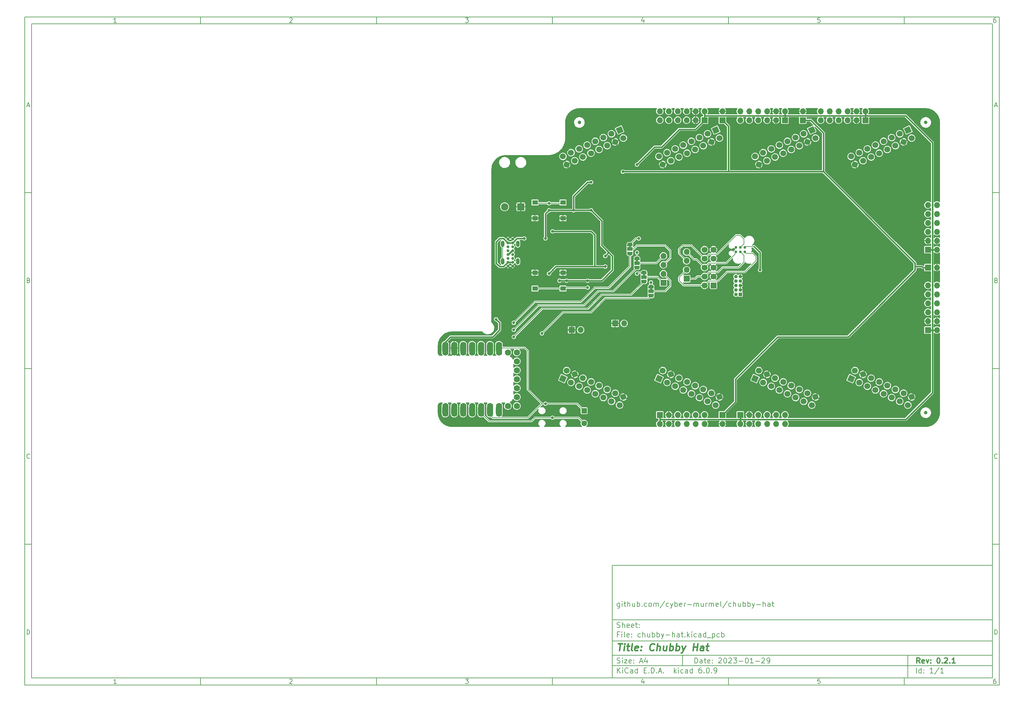
<source format=gbr>
%TF.GenerationSoftware,KiCad,Pcbnew,6.0.9*%
%TF.CreationDate,2023-01-31T15:22:10+01:00*%
%TF.ProjectId,chubby-hat,63687562-6279-42d6-9861-742e6b696361,0.2.1*%
%TF.SameCoordinates,Original*%
%TF.FileFunction,Copper,L1,Top*%
%TF.FilePolarity,Positive*%
%FSLAX46Y46*%
G04 Gerber Fmt 4.6, Leading zero omitted, Abs format (unit mm)*
G04 Created by KiCad (PCBNEW 6.0.9) date 2023-01-31 15:22:10*
%MOMM*%
%LPD*%
G01*
G04 APERTURE LIST*
G04 Aperture macros list*
%AMRoundRect*
0 Rectangle with rounded corners*
0 $1 Rounding radius*
0 $2 $3 $4 $5 $6 $7 $8 $9 X,Y pos of 4 corners*
0 Add a 4 corners polygon primitive as box body*
4,1,4,$2,$3,$4,$5,$6,$7,$8,$9,$2,$3,0*
0 Add four circle primitives for the rounded corners*
1,1,$1+$1,$2,$3*
1,1,$1+$1,$4,$5*
1,1,$1+$1,$6,$7*
1,1,$1+$1,$8,$9*
0 Add four rect primitives between the rounded corners*
20,1,$1+$1,$2,$3,$4,$5,0*
20,1,$1+$1,$4,$5,$6,$7,0*
20,1,$1+$1,$6,$7,$8,$9,0*
20,1,$1+$1,$8,$9,$2,$3,0*%
%AMHorizOval*
0 Thick line with rounded ends*
0 $1 width*
0 $2 $3 position (X,Y) of the first rounded end (center of the circle)*
0 $4 $5 position (X,Y) of the second rounded end (center of the circle)*
0 Add line between two ends*
20,1,$1,$2,$3,$4,$5,0*
0 Add two circle primitives to create the rounded ends*
1,1,$1,$2,$3*
1,1,$1,$4,$5*%
%AMRotRect*
0 Rectangle, with rotation*
0 The origin of the aperture is its center*
0 $1 length*
0 $2 width*
0 $3 Rotation angle, in degrees counterclockwise*
0 Add horizontal line*
21,1,$1,$2,0,0,$3*%
%AMFreePoly0*
4,1,22,0.550000,-0.750000,0.000000,-0.750000,0.000000,-0.745033,-0.079941,-0.743568,-0.215256,-0.701293,-0.333266,-0.622738,-0.424486,-0.514219,-0.481581,-0.384460,-0.499164,-0.250000,-0.500000,-0.250000,-0.500000,0.250000,-0.499164,0.250000,-0.499963,0.256109,-0.478152,0.396186,-0.417904,0.524511,-0.324060,0.630769,-0.204165,0.706417,-0.067858,0.745374,0.000000,0.744959,0.000000,0.750000,
0.550000,0.750000,0.550000,-0.750000,0.550000,-0.750000,$1*%
%AMFreePoly1*
4,1,20,0.000000,0.744959,0.073905,0.744508,0.209726,0.703889,0.328688,0.626782,0.421226,0.519385,0.479903,0.390333,0.500000,0.250000,0.500000,-0.250000,0.499851,-0.262216,0.476331,-0.402017,0.414519,-0.529596,0.319384,-0.634700,0.198574,-0.708877,0.061801,-0.746166,0.000000,-0.745033,0.000000,-0.750000,-0.550000,-0.750000,-0.550000,0.750000,0.000000,0.750000,0.000000,0.744959,
0.000000,0.744959,$1*%
G04 Aperture macros list end*
%ADD10C,0.100000*%
%ADD11C,0.150000*%
%ADD12C,0.300000*%
%ADD13C,0.400000*%
%TA.AperFunction,ComponentPad*%
%ADD14O,1.700000X1.700000*%
%TD*%
%TA.AperFunction,ComponentPad*%
%ADD15R,1.700000X1.700000*%
%TD*%
%TA.AperFunction,SMDPad,CuDef*%
%ADD16C,1.000000*%
%TD*%
%TA.AperFunction,ComponentPad*%
%ADD17C,0.800000*%
%TD*%
%TA.AperFunction,ComponentPad*%
%ADD18O,1.000000X1.800000*%
%TD*%
%TA.AperFunction,SMDPad,CuDef*%
%ADD19O,1.778000X3.556000*%
%TD*%
%TA.AperFunction,ComponentPad*%
%ADD20C,1.778000*%
%TD*%
%TA.AperFunction,ComponentPad*%
%ADD21RoundRect,0.250001X0.799999X0.799999X-0.799999X0.799999X-0.799999X-0.799999X0.799999X-0.799999X0*%
%TD*%
%TA.AperFunction,ComponentPad*%
%ADD22C,2.100000*%
%TD*%
%TA.AperFunction,ConnectorPad*%
%ADD23C,0.787400*%
%TD*%
%TA.AperFunction,SMDPad,CuDef*%
%ADD24FreePoly0,270.000000*%
%TD*%
%TA.AperFunction,SMDPad,CuDef*%
%ADD25R,1.500000X1.000000*%
%TD*%
%TA.AperFunction,SMDPad,CuDef*%
%ADD26FreePoly1,270.000000*%
%TD*%
%TA.AperFunction,ComponentPad*%
%ADD27RoundRect,0.250000X-0.550000X0.550000X-0.550000X-0.550000X0.550000X-0.550000X0.550000X0.550000X0*%
%TD*%
%TA.AperFunction,ComponentPad*%
%ADD28C,1.600000*%
%TD*%
%TA.AperFunction,SMDPad,CuDef*%
%ADD29R,1.550000X1.300000*%
%TD*%
%TA.AperFunction,ComponentPad*%
%ADD30C,1.700000*%
%TD*%
%TA.AperFunction,ComponentPad*%
%ADD31RoundRect,0.250000X0.600000X0.600000X-0.600000X0.600000X-0.600000X-0.600000X0.600000X-0.600000X0*%
%TD*%
%TA.AperFunction,ComponentPad*%
%ADD32O,1.000000X1.000000*%
%TD*%
%TA.AperFunction,ComponentPad*%
%ADD33R,1.000000X1.000000*%
%TD*%
%TA.AperFunction,ComponentPad*%
%ADD34RotRect,1.700000X1.700000X245.000000*%
%TD*%
%TA.AperFunction,ComponentPad*%
%ADD35HorizOval,1.700000X0.000000X0.000000X0.000000X0.000000X0*%
%TD*%
%TA.AperFunction,ComponentPad*%
%ADD36RotRect,1.700000X1.700000X115.000000*%
%TD*%
%TA.AperFunction,ComponentPad*%
%ADD37HorizOval,1.700000X0.000000X0.000000X0.000000X0.000000X0*%
%TD*%
%TA.AperFunction,ViaPad*%
%ADD38C,0.800000*%
%TD*%
%TA.AperFunction,Conductor*%
%ADD39C,0.400000*%
%TD*%
%TA.AperFunction,Conductor*%
%ADD40C,0.160000*%
%TD*%
%TA.AperFunction,Conductor*%
%ADD41C,0.200000*%
%TD*%
%TA.AperFunction,Conductor*%
%ADD42C,0.600000*%
%TD*%
G04 APERTURE END LIST*
D10*
D11*
X177002200Y-166007200D02*
X177002200Y-198007200D01*
X285002200Y-198007200D01*
X285002200Y-166007200D01*
X177002200Y-166007200D01*
D10*
D11*
X10000000Y-10000000D02*
X10000000Y-200007200D01*
X287002200Y-200007200D01*
X287002200Y-10000000D01*
X10000000Y-10000000D01*
D10*
D11*
X12000000Y-12000000D02*
X12000000Y-198007200D01*
X285002200Y-198007200D01*
X285002200Y-12000000D01*
X12000000Y-12000000D01*
D10*
D11*
X60000000Y-12000000D02*
X60000000Y-10000000D01*
D10*
D11*
X110000000Y-12000000D02*
X110000000Y-10000000D01*
D10*
D11*
X160000000Y-12000000D02*
X160000000Y-10000000D01*
D10*
D11*
X210000000Y-12000000D02*
X210000000Y-10000000D01*
D10*
D11*
X260000000Y-12000000D02*
X260000000Y-10000000D01*
D10*
D11*
X36065476Y-11588095D02*
X35322619Y-11588095D01*
X35694047Y-11588095D02*
X35694047Y-10288095D01*
X35570238Y-10473809D01*
X35446428Y-10597619D01*
X35322619Y-10659523D01*
D10*
D11*
X85322619Y-10411904D02*
X85384523Y-10350000D01*
X85508333Y-10288095D01*
X85817857Y-10288095D01*
X85941666Y-10350000D01*
X86003571Y-10411904D01*
X86065476Y-10535714D01*
X86065476Y-10659523D01*
X86003571Y-10845238D01*
X85260714Y-11588095D01*
X86065476Y-11588095D01*
D10*
D11*
X135260714Y-10288095D02*
X136065476Y-10288095D01*
X135632142Y-10783333D01*
X135817857Y-10783333D01*
X135941666Y-10845238D01*
X136003571Y-10907142D01*
X136065476Y-11030952D01*
X136065476Y-11340476D01*
X136003571Y-11464285D01*
X135941666Y-11526190D01*
X135817857Y-11588095D01*
X135446428Y-11588095D01*
X135322619Y-11526190D01*
X135260714Y-11464285D01*
D10*
D11*
X185941666Y-10721428D02*
X185941666Y-11588095D01*
X185632142Y-10226190D02*
X185322619Y-11154761D01*
X186127380Y-11154761D01*
D10*
D11*
X236003571Y-10288095D02*
X235384523Y-10288095D01*
X235322619Y-10907142D01*
X235384523Y-10845238D01*
X235508333Y-10783333D01*
X235817857Y-10783333D01*
X235941666Y-10845238D01*
X236003571Y-10907142D01*
X236065476Y-11030952D01*
X236065476Y-11340476D01*
X236003571Y-11464285D01*
X235941666Y-11526190D01*
X235817857Y-11588095D01*
X235508333Y-11588095D01*
X235384523Y-11526190D01*
X235322619Y-11464285D01*
D10*
D11*
X285941666Y-10288095D02*
X285694047Y-10288095D01*
X285570238Y-10350000D01*
X285508333Y-10411904D01*
X285384523Y-10597619D01*
X285322619Y-10845238D01*
X285322619Y-11340476D01*
X285384523Y-11464285D01*
X285446428Y-11526190D01*
X285570238Y-11588095D01*
X285817857Y-11588095D01*
X285941666Y-11526190D01*
X286003571Y-11464285D01*
X286065476Y-11340476D01*
X286065476Y-11030952D01*
X286003571Y-10907142D01*
X285941666Y-10845238D01*
X285817857Y-10783333D01*
X285570238Y-10783333D01*
X285446428Y-10845238D01*
X285384523Y-10907142D01*
X285322619Y-11030952D01*
D10*
D11*
X60000000Y-198007200D02*
X60000000Y-200007200D01*
D10*
D11*
X110000000Y-198007200D02*
X110000000Y-200007200D01*
D10*
D11*
X160000000Y-198007200D02*
X160000000Y-200007200D01*
D10*
D11*
X210000000Y-198007200D02*
X210000000Y-200007200D01*
D10*
D11*
X260000000Y-198007200D02*
X260000000Y-200007200D01*
D10*
D11*
X36065476Y-199595295D02*
X35322619Y-199595295D01*
X35694047Y-199595295D02*
X35694047Y-198295295D01*
X35570238Y-198481009D01*
X35446428Y-198604819D01*
X35322619Y-198666723D01*
D10*
D11*
X85322619Y-198419104D02*
X85384523Y-198357200D01*
X85508333Y-198295295D01*
X85817857Y-198295295D01*
X85941666Y-198357200D01*
X86003571Y-198419104D01*
X86065476Y-198542914D01*
X86065476Y-198666723D01*
X86003571Y-198852438D01*
X85260714Y-199595295D01*
X86065476Y-199595295D01*
D10*
D11*
X135260714Y-198295295D02*
X136065476Y-198295295D01*
X135632142Y-198790533D01*
X135817857Y-198790533D01*
X135941666Y-198852438D01*
X136003571Y-198914342D01*
X136065476Y-199038152D01*
X136065476Y-199347676D01*
X136003571Y-199471485D01*
X135941666Y-199533390D01*
X135817857Y-199595295D01*
X135446428Y-199595295D01*
X135322619Y-199533390D01*
X135260714Y-199471485D01*
D10*
D11*
X185941666Y-198728628D02*
X185941666Y-199595295D01*
X185632142Y-198233390D02*
X185322619Y-199161961D01*
X186127380Y-199161961D01*
D10*
D11*
X236003571Y-198295295D02*
X235384523Y-198295295D01*
X235322619Y-198914342D01*
X235384523Y-198852438D01*
X235508333Y-198790533D01*
X235817857Y-198790533D01*
X235941666Y-198852438D01*
X236003571Y-198914342D01*
X236065476Y-199038152D01*
X236065476Y-199347676D01*
X236003571Y-199471485D01*
X235941666Y-199533390D01*
X235817857Y-199595295D01*
X235508333Y-199595295D01*
X235384523Y-199533390D01*
X235322619Y-199471485D01*
D10*
D11*
X285941666Y-198295295D02*
X285694047Y-198295295D01*
X285570238Y-198357200D01*
X285508333Y-198419104D01*
X285384523Y-198604819D01*
X285322619Y-198852438D01*
X285322619Y-199347676D01*
X285384523Y-199471485D01*
X285446428Y-199533390D01*
X285570238Y-199595295D01*
X285817857Y-199595295D01*
X285941666Y-199533390D01*
X286003571Y-199471485D01*
X286065476Y-199347676D01*
X286065476Y-199038152D01*
X286003571Y-198914342D01*
X285941666Y-198852438D01*
X285817857Y-198790533D01*
X285570238Y-198790533D01*
X285446428Y-198852438D01*
X285384523Y-198914342D01*
X285322619Y-199038152D01*
D10*
D11*
X10000000Y-60000000D02*
X12000000Y-60000000D01*
D10*
D11*
X10000000Y-110000000D02*
X12000000Y-110000000D01*
D10*
D11*
X10000000Y-160000000D02*
X12000000Y-160000000D01*
D10*
D11*
X10690476Y-35216666D02*
X11309523Y-35216666D01*
X10566666Y-35588095D02*
X11000000Y-34288095D01*
X11433333Y-35588095D01*
D10*
D11*
X11092857Y-84907142D02*
X11278571Y-84969047D01*
X11340476Y-85030952D01*
X11402380Y-85154761D01*
X11402380Y-85340476D01*
X11340476Y-85464285D01*
X11278571Y-85526190D01*
X11154761Y-85588095D01*
X10659523Y-85588095D01*
X10659523Y-84288095D01*
X11092857Y-84288095D01*
X11216666Y-84350000D01*
X11278571Y-84411904D01*
X11340476Y-84535714D01*
X11340476Y-84659523D01*
X11278571Y-84783333D01*
X11216666Y-84845238D01*
X11092857Y-84907142D01*
X10659523Y-84907142D01*
D10*
D11*
X11402380Y-135464285D02*
X11340476Y-135526190D01*
X11154761Y-135588095D01*
X11030952Y-135588095D01*
X10845238Y-135526190D01*
X10721428Y-135402380D01*
X10659523Y-135278571D01*
X10597619Y-135030952D01*
X10597619Y-134845238D01*
X10659523Y-134597619D01*
X10721428Y-134473809D01*
X10845238Y-134350000D01*
X11030952Y-134288095D01*
X11154761Y-134288095D01*
X11340476Y-134350000D01*
X11402380Y-134411904D01*
D10*
D11*
X10659523Y-185588095D02*
X10659523Y-184288095D01*
X10969047Y-184288095D01*
X11154761Y-184350000D01*
X11278571Y-184473809D01*
X11340476Y-184597619D01*
X11402380Y-184845238D01*
X11402380Y-185030952D01*
X11340476Y-185278571D01*
X11278571Y-185402380D01*
X11154761Y-185526190D01*
X10969047Y-185588095D01*
X10659523Y-185588095D01*
D10*
D11*
X287002200Y-60000000D02*
X285002200Y-60000000D01*
D10*
D11*
X287002200Y-110000000D02*
X285002200Y-110000000D01*
D10*
D11*
X287002200Y-160000000D02*
X285002200Y-160000000D01*
D10*
D11*
X285692676Y-35216666D02*
X286311723Y-35216666D01*
X285568866Y-35588095D02*
X286002200Y-34288095D01*
X286435533Y-35588095D01*
D10*
D11*
X286095057Y-84907142D02*
X286280771Y-84969047D01*
X286342676Y-85030952D01*
X286404580Y-85154761D01*
X286404580Y-85340476D01*
X286342676Y-85464285D01*
X286280771Y-85526190D01*
X286156961Y-85588095D01*
X285661723Y-85588095D01*
X285661723Y-84288095D01*
X286095057Y-84288095D01*
X286218866Y-84350000D01*
X286280771Y-84411904D01*
X286342676Y-84535714D01*
X286342676Y-84659523D01*
X286280771Y-84783333D01*
X286218866Y-84845238D01*
X286095057Y-84907142D01*
X285661723Y-84907142D01*
D10*
D11*
X286404580Y-135464285D02*
X286342676Y-135526190D01*
X286156961Y-135588095D01*
X286033152Y-135588095D01*
X285847438Y-135526190D01*
X285723628Y-135402380D01*
X285661723Y-135278571D01*
X285599819Y-135030952D01*
X285599819Y-134845238D01*
X285661723Y-134597619D01*
X285723628Y-134473809D01*
X285847438Y-134350000D01*
X286033152Y-134288095D01*
X286156961Y-134288095D01*
X286342676Y-134350000D01*
X286404580Y-134411904D01*
D10*
D11*
X285661723Y-185588095D02*
X285661723Y-184288095D01*
X285971247Y-184288095D01*
X286156961Y-184350000D01*
X286280771Y-184473809D01*
X286342676Y-184597619D01*
X286404580Y-184845238D01*
X286404580Y-185030952D01*
X286342676Y-185278571D01*
X286280771Y-185402380D01*
X286156961Y-185526190D01*
X285971247Y-185588095D01*
X285661723Y-185588095D01*
D10*
D11*
X200434342Y-193785771D02*
X200434342Y-192285771D01*
X200791485Y-192285771D01*
X201005771Y-192357200D01*
X201148628Y-192500057D01*
X201220057Y-192642914D01*
X201291485Y-192928628D01*
X201291485Y-193142914D01*
X201220057Y-193428628D01*
X201148628Y-193571485D01*
X201005771Y-193714342D01*
X200791485Y-193785771D01*
X200434342Y-193785771D01*
X202577200Y-193785771D02*
X202577200Y-193000057D01*
X202505771Y-192857200D01*
X202362914Y-192785771D01*
X202077200Y-192785771D01*
X201934342Y-192857200D01*
X202577200Y-193714342D02*
X202434342Y-193785771D01*
X202077200Y-193785771D01*
X201934342Y-193714342D01*
X201862914Y-193571485D01*
X201862914Y-193428628D01*
X201934342Y-193285771D01*
X202077200Y-193214342D01*
X202434342Y-193214342D01*
X202577200Y-193142914D01*
X203077200Y-192785771D02*
X203648628Y-192785771D01*
X203291485Y-192285771D02*
X203291485Y-193571485D01*
X203362914Y-193714342D01*
X203505771Y-193785771D01*
X203648628Y-193785771D01*
X204720057Y-193714342D02*
X204577200Y-193785771D01*
X204291485Y-193785771D01*
X204148628Y-193714342D01*
X204077200Y-193571485D01*
X204077200Y-193000057D01*
X204148628Y-192857200D01*
X204291485Y-192785771D01*
X204577200Y-192785771D01*
X204720057Y-192857200D01*
X204791485Y-193000057D01*
X204791485Y-193142914D01*
X204077200Y-193285771D01*
X205434342Y-193642914D02*
X205505771Y-193714342D01*
X205434342Y-193785771D01*
X205362914Y-193714342D01*
X205434342Y-193642914D01*
X205434342Y-193785771D01*
X205434342Y-192857200D02*
X205505771Y-192928628D01*
X205434342Y-193000057D01*
X205362914Y-192928628D01*
X205434342Y-192857200D01*
X205434342Y-193000057D01*
X207220057Y-192428628D02*
X207291485Y-192357200D01*
X207434342Y-192285771D01*
X207791485Y-192285771D01*
X207934342Y-192357200D01*
X208005771Y-192428628D01*
X208077200Y-192571485D01*
X208077200Y-192714342D01*
X208005771Y-192928628D01*
X207148628Y-193785771D01*
X208077200Y-193785771D01*
X209005771Y-192285771D02*
X209148628Y-192285771D01*
X209291485Y-192357200D01*
X209362914Y-192428628D01*
X209434342Y-192571485D01*
X209505771Y-192857200D01*
X209505771Y-193214342D01*
X209434342Y-193500057D01*
X209362914Y-193642914D01*
X209291485Y-193714342D01*
X209148628Y-193785771D01*
X209005771Y-193785771D01*
X208862914Y-193714342D01*
X208791485Y-193642914D01*
X208720057Y-193500057D01*
X208648628Y-193214342D01*
X208648628Y-192857200D01*
X208720057Y-192571485D01*
X208791485Y-192428628D01*
X208862914Y-192357200D01*
X209005771Y-192285771D01*
X210077200Y-192428628D02*
X210148628Y-192357200D01*
X210291485Y-192285771D01*
X210648628Y-192285771D01*
X210791485Y-192357200D01*
X210862914Y-192428628D01*
X210934342Y-192571485D01*
X210934342Y-192714342D01*
X210862914Y-192928628D01*
X210005771Y-193785771D01*
X210934342Y-193785771D01*
X211434342Y-192285771D02*
X212362914Y-192285771D01*
X211862914Y-192857200D01*
X212077200Y-192857200D01*
X212220057Y-192928628D01*
X212291485Y-193000057D01*
X212362914Y-193142914D01*
X212362914Y-193500057D01*
X212291485Y-193642914D01*
X212220057Y-193714342D01*
X212077200Y-193785771D01*
X211648628Y-193785771D01*
X211505771Y-193714342D01*
X211434342Y-193642914D01*
X213005771Y-193214342D02*
X214148628Y-193214342D01*
X215148628Y-192285771D02*
X215291485Y-192285771D01*
X215434342Y-192357200D01*
X215505771Y-192428628D01*
X215577200Y-192571485D01*
X215648628Y-192857200D01*
X215648628Y-193214342D01*
X215577200Y-193500057D01*
X215505771Y-193642914D01*
X215434342Y-193714342D01*
X215291485Y-193785771D01*
X215148628Y-193785771D01*
X215005771Y-193714342D01*
X214934342Y-193642914D01*
X214862914Y-193500057D01*
X214791485Y-193214342D01*
X214791485Y-192857200D01*
X214862914Y-192571485D01*
X214934342Y-192428628D01*
X215005771Y-192357200D01*
X215148628Y-192285771D01*
X217077200Y-193785771D02*
X216220057Y-193785771D01*
X216648628Y-193785771D02*
X216648628Y-192285771D01*
X216505771Y-192500057D01*
X216362914Y-192642914D01*
X216220057Y-192714342D01*
X217720057Y-193214342D02*
X218862914Y-193214342D01*
X219505771Y-192428628D02*
X219577200Y-192357200D01*
X219720057Y-192285771D01*
X220077200Y-192285771D01*
X220220057Y-192357200D01*
X220291485Y-192428628D01*
X220362914Y-192571485D01*
X220362914Y-192714342D01*
X220291485Y-192928628D01*
X219434342Y-193785771D01*
X220362914Y-193785771D01*
X221077200Y-193785771D02*
X221362914Y-193785771D01*
X221505771Y-193714342D01*
X221577200Y-193642914D01*
X221720057Y-193428628D01*
X221791485Y-193142914D01*
X221791485Y-192571485D01*
X221720057Y-192428628D01*
X221648628Y-192357200D01*
X221505771Y-192285771D01*
X221220057Y-192285771D01*
X221077200Y-192357200D01*
X221005771Y-192428628D01*
X220934342Y-192571485D01*
X220934342Y-192928628D01*
X221005771Y-193071485D01*
X221077200Y-193142914D01*
X221220057Y-193214342D01*
X221505771Y-193214342D01*
X221648628Y-193142914D01*
X221720057Y-193071485D01*
X221791485Y-192928628D01*
D10*
D11*
X177002200Y-194507200D02*
X285002200Y-194507200D01*
D10*
D11*
X178434342Y-196585771D02*
X178434342Y-195085771D01*
X179291485Y-196585771D02*
X178648628Y-195728628D01*
X179291485Y-195085771D02*
X178434342Y-195942914D01*
X179934342Y-196585771D02*
X179934342Y-195585771D01*
X179934342Y-195085771D02*
X179862914Y-195157200D01*
X179934342Y-195228628D01*
X180005771Y-195157200D01*
X179934342Y-195085771D01*
X179934342Y-195228628D01*
X181505771Y-196442914D02*
X181434342Y-196514342D01*
X181220057Y-196585771D01*
X181077200Y-196585771D01*
X180862914Y-196514342D01*
X180720057Y-196371485D01*
X180648628Y-196228628D01*
X180577200Y-195942914D01*
X180577200Y-195728628D01*
X180648628Y-195442914D01*
X180720057Y-195300057D01*
X180862914Y-195157200D01*
X181077200Y-195085771D01*
X181220057Y-195085771D01*
X181434342Y-195157200D01*
X181505771Y-195228628D01*
X182791485Y-196585771D02*
X182791485Y-195800057D01*
X182720057Y-195657200D01*
X182577200Y-195585771D01*
X182291485Y-195585771D01*
X182148628Y-195657200D01*
X182791485Y-196514342D02*
X182648628Y-196585771D01*
X182291485Y-196585771D01*
X182148628Y-196514342D01*
X182077200Y-196371485D01*
X182077200Y-196228628D01*
X182148628Y-196085771D01*
X182291485Y-196014342D01*
X182648628Y-196014342D01*
X182791485Y-195942914D01*
X184148628Y-196585771D02*
X184148628Y-195085771D01*
X184148628Y-196514342D02*
X184005771Y-196585771D01*
X183720057Y-196585771D01*
X183577200Y-196514342D01*
X183505771Y-196442914D01*
X183434342Y-196300057D01*
X183434342Y-195871485D01*
X183505771Y-195728628D01*
X183577200Y-195657200D01*
X183720057Y-195585771D01*
X184005771Y-195585771D01*
X184148628Y-195657200D01*
X186005771Y-195800057D02*
X186505771Y-195800057D01*
X186720057Y-196585771D02*
X186005771Y-196585771D01*
X186005771Y-195085771D01*
X186720057Y-195085771D01*
X187362914Y-196442914D02*
X187434342Y-196514342D01*
X187362914Y-196585771D01*
X187291485Y-196514342D01*
X187362914Y-196442914D01*
X187362914Y-196585771D01*
X188077200Y-196585771D02*
X188077200Y-195085771D01*
X188434342Y-195085771D01*
X188648628Y-195157200D01*
X188791485Y-195300057D01*
X188862914Y-195442914D01*
X188934342Y-195728628D01*
X188934342Y-195942914D01*
X188862914Y-196228628D01*
X188791485Y-196371485D01*
X188648628Y-196514342D01*
X188434342Y-196585771D01*
X188077200Y-196585771D01*
X189577200Y-196442914D02*
X189648628Y-196514342D01*
X189577200Y-196585771D01*
X189505771Y-196514342D01*
X189577200Y-196442914D01*
X189577200Y-196585771D01*
X190220057Y-196157200D02*
X190934342Y-196157200D01*
X190077200Y-196585771D02*
X190577200Y-195085771D01*
X191077200Y-196585771D01*
X191577200Y-196442914D02*
X191648628Y-196514342D01*
X191577200Y-196585771D01*
X191505771Y-196514342D01*
X191577200Y-196442914D01*
X191577200Y-196585771D01*
X194577200Y-196585771D02*
X194577200Y-195085771D01*
X194720057Y-196014342D02*
X195148628Y-196585771D01*
X195148628Y-195585771D02*
X194577200Y-196157200D01*
X195791485Y-196585771D02*
X195791485Y-195585771D01*
X195791485Y-195085771D02*
X195720057Y-195157200D01*
X195791485Y-195228628D01*
X195862914Y-195157200D01*
X195791485Y-195085771D01*
X195791485Y-195228628D01*
X197148628Y-196514342D02*
X197005771Y-196585771D01*
X196720057Y-196585771D01*
X196577200Y-196514342D01*
X196505771Y-196442914D01*
X196434342Y-196300057D01*
X196434342Y-195871485D01*
X196505771Y-195728628D01*
X196577200Y-195657200D01*
X196720057Y-195585771D01*
X197005771Y-195585771D01*
X197148628Y-195657200D01*
X198434342Y-196585771D02*
X198434342Y-195800057D01*
X198362914Y-195657200D01*
X198220057Y-195585771D01*
X197934342Y-195585771D01*
X197791485Y-195657200D01*
X198434342Y-196514342D02*
X198291485Y-196585771D01*
X197934342Y-196585771D01*
X197791485Y-196514342D01*
X197720057Y-196371485D01*
X197720057Y-196228628D01*
X197791485Y-196085771D01*
X197934342Y-196014342D01*
X198291485Y-196014342D01*
X198434342Y-195942914D01*
X199791485Y-196585771D02*
X199791485Y-195085771D01*
X199791485Y-196514342D02*
X199648628Y-196585771D01*
X199362914Y-196585771D01*
X199220057Y-196514342D01*
X199148628Y-196442914D01*
X199077200Y-196300057D01*
X199077200Y-195871485D01*
X199148628Y-195728628D01*
X199220057Y-195657200D01*
X199362914Y-195585771D01*
X199648628Y-195585771D01*
X199791485Y-195657200D01*
X202291485Y-195085771D02*
X202005771Y-195085771D01*
X201862914Y-195157200D01*
X201791485Y-195228628D01*
X201648628Y-195442914D01*
X201577200Y-195728628D01*
X201577200Y-196300057D01*
X201648628Y-196442914D01*
X201720057Y-196514342D01*
X201862914Y-196585771D01*
X202148628Y-196585771D01*
X202291485Y-196514342D01*
X202362914Y-196442914D01*
X202434342Y-196300057D01*
X202434342Y-195942914D01*
X202362914Y-195800057D01*
X202291485Y-195728628D01*
X202148628Y-195657200D01*
X201862914Y-195657200D01*
X201720057Y-195728628D01*
X201648628Y-195800057D01*
X201577200Y-195942914D01*
X203077200Y-196442914D02*
X203148628Y-196514342D01*
X203077200Y-196585771D01*
X203005771Y-196514342D01*
X203077200Y-196442914D01*
X203077200Y-196585771D01*
X204077200Y-195085771D02*
X204220057Y-195085771D01*
X204362914Y-195157200D01*
X204434342Y-195228628D01*
X204505771Y-195371485D01*
X204577200Y-195657200D01*
X204577200Y-196014342D01*
X204505771Y-196300057D01*
X204434342Y-196442914D01*
X204362914Y-196514342D01*
X204220057Y-196585771D01*
X204077200Y-196585771D01*
X203934342Y-196514342D01*
X203862914Y-196442914D01*
X203791485Y-196300057D01*
X203720057Y-196014342D01*
X203720057Y-195657200D01*
X203791485Y-195371485D01*
X203862914Y-195228628D01*
X203934342Y-195157200D01*
X204077200Y-195085771D01*
X205220057Y-196442914D02*
X205291485Y-196514342D01*
X205220057Y-196585771D01*
X205148628Y-196514342D01*
X205220057Y-196442914D01*
X205220057Y-196585771D01*
X206005771Y-196585771D02*
X206291485Y-196585771D01*
X206434342Y-196514342D01*
X206505771Y-196442914D01*
X206648628Y-196228628D01*
X206720057Y-195942914D01*
X206720057Y-195371485D01*
X206648628Y-195228628D01*
X206577200Y-195157200D01*
X206434342Y-195085771D01*
X206148628Y-195085771D01*
X206005771Y-195157200D01*
X205934342Y-195228628D01*
X205862914Y-195371485D01*
X205862914Y-195728628D01*
X205934342Y-195871485D01*
X206005771Y-195942914D01*
X206148628Y-196014342D01*
X206434342Y-196014342D01*
X206577200Y-195942914D01*
X206648628Y-195871485D01*
X206720057Y-195728628D01*
D10*
D11*
X177002200Y-191507200D02*
X285002200Y-191507200D01*
D10*
D12*
X264411485Y-193785771D02*
X263911485Y-193071485D01*
X263554342Y-193785771D02*
X263554342Y-192285771D01*
X264125771Y-192285771D01*
X264268628Y-192357200D01*
X264340057Y-192428628D01*
X264411485Y-192571485D01*
X264411485Y-192785771D01*
X264340057Y-192928628D01*
X264268628Y-193000057D01*
X264125771Y-193071485D01*
X263554342Y-193071485D01*
X265625771Y-193714342D02*
X265482914Y-193785771D01*
X265197200Y-193785771D01*
X265054342Y-193714342D01*
X264982914Y-193571485D01*
X264982914Y-193000057D01*
X265054342Y-192857200D01*
X265197200Y-192785771D01*
X265482914Y-192785771D01*
X265625771Y-192857200D01*
X265697200Y-193000057D01*
X265697200Y-193142914D01*
X264982914Y-193285771D01*
X266197200Y-192785771D02*
X266554342Y-193785771D01*
X266911485Y-192785771D01*
X267482914Y-193642914D02*
X267554342Y-193714342D01*
X267482914Y-193785771D01*
X267411485Y-193714342D01*
X267482914Y-193642914D01*
X267482914Y-193785771D01*
X267482914Y-192857200D02*
X267554342Y-192928628D01*
X267482914Y-193000057D01*
X267411485Y-192928628D01*
X267482914Y-192857200D01*
X267482914Y-193000057D01*
X269625771Y-192285771D02*
X269768628Y-192285771D01*
X269911485Y-192357200D01*
X269982914Y-192428628D01*
X270054342Y-192571485D01*
X270125771Y-192857200D01*
X270125771Y-193214342D01*
X270054342Y-193500057D01*
X269982914Y-193642914D01*
X269911485Y-193714342D01*
X269768628Y-193785771D01*
X269625771Y-193785771D01*
X269482914Y-193714342D01*
X269411485Y-193642914D01*
X269340057Y-193500057D01*
X269268628Y-193214342D01*
X269268628Y-192857200D01*
X269340057Y-192571485D01*
X269411485Y-192428628D01*
X269482914Y-192357200D01*
X269625771Y-192285771D01*
X270768628Y-193642914D02*
X270840057Y-193714342D01*
X270768628Y-193785771D01*
X270697200Y-193714342D01*
X270768628Y-193642914D01*
X270768628Y-193785771D01*
X271411485Y-192428628D02*
X271482914Y-192357200D01*
X271625771Y-192285771D01*
X271982914Y-192285771D01*
X272125771Y-192357200D01*
X272197200Y-192428628D01*
X272268628Y-192571485D01*
X272268628Y-192714342D01*
X272197200Y-192928628D01*
X271340057Y-193785771D01*
X272268628Y-193785771D01*
X272911485Y-193642914D02*
X272982914Y-193714342D01*
X272911485Y-193785771D01*
X272840057Y-193714342D01*
X272911485Y-193642914D01*
X272911485Y-193785771D01*
X274411485Y-193785771D02*
X273554342Y-193785771D01*
X273982914Y-193785771D02*
X273982914Y-192285771D01*
X273840057Y-192500057D01*
X273697200Y-192642914D01*
X273554342Y-192714342D01*
D10*
D11*
X178362914Y-193714342D02*
X178577200Y-193785771D01*
X178934342Y-193785771D01*
X179077200Y-193714342D01*
X179148628Y-193642914D01*
X179220057Y-193500057D01*
X179220057Y-193357200D01*
X179148628Y-193214342D01*
X179077200Y-193142914D01*
X178934342Y-193071485D01*
X178648628Y-193000057D01*
X178505771Y-192928628D01*
X178434342Y-192857200D01*
X178362914Y-192714342D01*
X178362914Y-192571485D01*
X178434342Y-192428628D01*
X178505771Y-192357200D01*
X178648628Y-192285771D01*
X179005771Y-192285771D01*
X179220057Y-192357200D01*
X179862914Y-193785771D02*
X179862914Y-192785771D01*
X179862914Y-192285771D02*
X179791485Y-192357200D01*
X179862914Y-192428628D01*
X179934342Y-192357200D01*
X179862914Y-192285771D01*
X179862914Y-192428628D01*
X180434342Y-192785771D02*
X181220057Y-192785771D01*
X180434342Y-193785771D01*
X181220057Y-193785771D01*
X182362914Y-193714342D02*
X182220057Y-193785771D01*
X181934342Y-193785771D01*
X181791485Y-193714342D01*
X181720057Y-193571485D01*
X181720057Y-193000057D01*
X181791485Y-192857200D01*
X181934342Y-192785771D01*
X182220057Y-192785771D01*
X182362914Y-192857200D01*
X182434342Y-193000057D01*
X182434342Y-193142914D01*
X181720057Y-193285771D01*
X183077200Y-193642914D02*
X183148628Y-193714342D01*
X183077200Y-193785771D01*
X183005771Y-193714342D01*
X183077200Y-193642914D01*
X183077200Y-193785771D01*
X183077200Y-192857200D02*
X183148628Y-192928628D01*
X183077200Y-193000057D01*
X183005771Y-192928628D01*
X183077200Y-192857200D01*
X183077200Y-193000057D01*
X184862914Y-193357200D02*
X185577200Y-193357200D01*
X184720057Y-193785771D02*
X185220057Y-192285771D01*
X185720057Y-193785771D01*
X186862914Y-192785771D02*
X186862914Y-193785771D01*
X186505771Y-192214342D02*
X186148628Y-193285771D01*
X187077200Y-193285771D01*
D10*
D11*
X263434342Y-196585771D02*
X263434342Y-195085771D01*
X264791485Y-196585771D02*
X264791485Y-195085771D01*
X264791485Y-196514342D02*
X264648628Y-196585771D01*
X264362914Y-196585771D01*
X264220057Y-196514342D01*
X264148628Y-196442914D01*
X264077200Y-196300057D01*
X264077200Y-195871485D01*
X264148628Y-195728628D01*
X264220057Y-195657200D01*
X264362914Y-195585771D01*
X264648628Y-195585771D01*
X264791485Y-195657200D01*
X265505771Y-196442914D02*
X265577200Y-196514342D01*
X265505771Y-196585771D01*
X265434342Y-196514342D01*
X265505771Y-196442914D01*
X265505771Y-196585771D01*
X265505771Y-195657200D02*
X265577200Y-195728628D01*
X265505771Y-195800057D01*
X265434342Y-195728628D01*
X265505771Y-195657200D01*
X265505771Y-195800057D01*
X268148628Y-196585771D02*
X267291485Y-196585771D01*
X267720057Y-196585771D02*
X267720057Y-195085771D01*
X267577200Y-195300057D01*
X267434342Y-195442914D01*
X267291485Y-195514342D01*
X269862914Y-195014342D02*
X268577200Y-196942914D01*
X271148628Y-196585771D02*
X270291485Y-196585771D01*
X270720057Y-196585771D02*
X270720057Y-195085771D01*
X270577200Y-195300057D01*
X270434342Y-195442914D01*
X270291485Y-195514342D01*
D10*
D11*
X177002200Y-187507200D02*
X285002200Y-187507200D01*
D10*
D13*
X178714580Y-188211961D02*
X179857438Y-188211961D01*
X179036009Y-190211961D02*
X179286009Y-188211961D01*
X180274104Y-190211961D02*
X180440771Y-188878628D01*
X180524104Y-188211961D02*
X180416961Y-188307200D01*
X180500295Y-188402438D01*
X180607438Y-188307200D01*
X180524104Y-188211961D01*
X180500295Y-188402438D01*
X181107438Y-188878628D02*
X181869342Y-188878628D01*
X181476485Y-188211961D02*
X181262200Y-189926247D01*
X181333628Y-190116723D01*
X181512200Y-190211961D01*
X181702676Y-190211961D01*
X182655057Y-190211961D02*
X182476485Y-190116723D01*
X182405057Y-189926247D01*
X182619342Y-188211961D01*
X184190771Y-190116723D02*
X183988390Y-190211961D01*
X183607438Y-190211961D01*
X183428866Y-190116723D01*
X183357438Y-189926247D01*
X183452676Y-189164342D01*
X183571723Y-188973866D01*
X183774104Y-188878628D01*
X184155057Y-188878628D01*
X184333628Y-188973866D01*
X184405057Y-189164342D01*
X184381247Y-189354819D01*
X183405057Y-189545295D01*
X185155057Y-190021485D02*
X185238390Y-190116723D01*
X185131247Y-190211961D01*
X185047914Y-190116723D01*
X185155057Y-190021485D01*
X185131247Y-190211961D01*
X185286009Y-188973866D02*
X185369342Y-189069104D01*
X185262200Y-189164342D01*
X185178866Y-189069104D01*
X185286009Y-188973866D01*
X185262200Y-189164342D01*
X188774104Y-190021485D02*
X188666961Y-190116723D01*
X188369342Y-190211961D01*
X188178866Y-190211961D01*
X187905057Y-190116723D01*
X187738390Y-189926247D01*
X187666961Y-189735771D01*
X187619342Y-189354819D01*
X187655057Y-189069104D01*
X187797914Y-188688152D01*
X187916961Y-188497676D01*
X188131247Y-188307200D01*
X188428866Y-188211961D01*
X188619342Y-188211961D01*
X188893152Y-188307200D01*
X188976485Y-188402438D01*
X189607438Y-190211961D02*
X189857438Y-188211961D01*
X190464580Y-190211961D02*
X190595533Y-189164342D01*
X190524104Y-188973866D01*
X190345533Y-188878628D01*
X190059819Y-188878628D01*
X189857438Y-188973866D01*
X189750295Y-189069104D01*
X192440771Y-188878628D02*
X192274104Y-190211961D01*
X191583628Y-188878628D02*
X191452676Y-189926247D01*
X191524104Y-190116723D01*
X191702676Y-190211961D01*
X191988390Y-190211961D01*
X192190771Y-190116723D01*
X192297914Y-190021485D01*
X193226485Y-190211961D02*
X193476485Y-188211961D01*
X193381247Y-188973866D02*
X193583628Y-188878628D01*
X193964580Y-188878628D01*
X194143152Y-188973866D01*
X194226485Y-189069104D01*
X194297914Y-189259580D01*
X194226485Y-189831009D01*
X194107438Y-190021485D01*
X194000295Y-190116723D01*
X193797914Y-190211961D01*
X193416961Y-190211961D01*
X193238390Y-190116723D01*
X195036009Y-190211961D02*
X195286009Y-188211961D01*
X195190771Y-188973866D02*
X195393152Y-188878628D01*
X195774104Y-188878628D01*
X195952676Y-188973866D01*
X196036009Y-189069104D01*
X196107438Y-189259580D01*
X196036009Y-189831009D01*
X195916961Y-190021485D01*
X195809819Y-190116723D01*
X195607438Y-190211961D01*
X195226485Y-190211961D01*
X195047914Y-190116723D01*
X196821723Y-188878628D02*
X197131247Y-190211961D01*
X197774104Y-188878628D02*
X197131247Y-190211961D01*
X196881247Y-190688152D01*
X196774104Y-190783390D01*
X196571723Y-190878628D01*
X199893152Y-190211961D02*
X200143152Y-188211961D01*
X200024104Y-189164342D02*
X201166961Y-189164342D01*
X201036009Y-190211961D02*
X201286009Y-188211961D01*
X202845533Y-190211961D02*
X202976485Y-189164342D01*
X202905057Y-188973866D01*
X202726485Y-188878628D01*
X202345533Y-188878628D01*
X202143152Y-188973866D01*
X202857438Y-190116723D02*
X202655057Y-190211961D01*
X202178866Y-190211961D01*
X202000295Y-190116723D01*
X201928866Y-189926247D01*
X201952676Y-189735771D01*
X202071723Y-189545295D01*
X202274104Y-189450057D01*
X202750295Y-189450057D01*
X202952676Y-189354819D01*
X203678866Y-188878628D02*
X204440771Y-188878628D01*
X204047914Y-188211961D02*
X203833628Y-189926247D01*
X203905057Y-190116723D01*
X204083628Y-190211961D01*
X204274104Y-190211961D01*
D10*
D11*
X178934342Y-185600057D02*
X178434342Y-185600057D01*
X178434342Y-186385771D02*
X178434342Y-184885771D01*
X179148628Y-184885771D01*
X179720057Y-186385771D02*
X179720057Y-185385771D01*
X179720057Y-184885771D02*
X179648628Y-184957200D01*
X179720057Y-185028628D01*
X179791485Y-184957200D01*
X179720057Y-184885771D01*
X179720057Y-185028628D01*
X180648628Y-186385771D02*
X180505771Y-186314342D01*
X180434342Y-186171485D01*
X180434342Y-184885771D01*
X181791485Y-186314342D02*
X181648628Y-186385771D01*
X181362914Y-186385771D01*
X181220057Y-186314342D01*
X181148628Y-186171485D01*
X181148628Y-185600057D01*
X181220057Y-185457200D01*
X181362914Y-185385771D01*
X181648628Y-185385771D01*
X181791485Y-185457200D01*
X181862914Y-185600057D01*
X181862914Y-185742914D01*
X181148628Y-185885771D01*
X182505771Y-186242914D02*
X182577200Y-186314342D01*
X182505771Y-186385771D01*
X182434342Y-186314342D01*
X182505771Y-186242914D01*
X182505771Y-186385771D01*
X182505771Y-185457200D02*
X182577200Y-185528628D01*
X182505771Y-185600057D01*
X182434342Y-185528628D01*
X182505771Y-185457200D01*
X182505771Y-185600057D01*
X185005771Y-186314342D02*
X184862914Y-186385771D01*
X184577200Y-186385771D01*
X184434342Y-186314342D01*
X184362914Y-186242914D01*
X184291485Y-186100057D01*
X184291485Y-185671485D01*
X184362914Y-185528628D01*
X184434342Y-185457200D01*
X184577200Y-185385771D01*
X184862914Y-185385771D01*
X185005771Y-185457200D01*
X185648628Y-186385771D02*
X185648628Y-184885771D01*
X186291485Y-186385771D02*
X186291485Y-185600057D01*
X186220057Y-185457200D01*
X186077200Y-185385771D01*
X185862914Y-185385771D01*
X185720057Y-185457200D01*
X185648628Y-185528628D01*
X187648628Y-185385771D02*
X187648628Y-186385771D01*
X187005771Y-185385771D02*
X187005771Y-186171485D01*
X187077200Y-186314342D01*
X187220057Y-186385771D01*
X187434342Y-186385771D01*
X187577200Y-186314342D01*
X187648628Y-186242914D01*
X188362914Y-186385771D02*
X188362914Y-184885771D01*
X188362914Y-185457200D02*
X188505771Y-185385771D01*
X188791485Y-185385771D01*
X188934342Y-185457200D01*
X189005771Y-185528628D01*
X189077200Y-185671485D01*
X189077200Y-186100057D01*
X189005771Y-186242914D01*
X188934342Y-186314342D01*
X188791485Y-186385771D01*
X188505771Y-186385771D01*
X188362914Y-186314342D01*
X189720057Y-186385771D02*
X189720057Y-184885771D01*
X189720057Y-185457200D02*
X189862914Y-185385771D01*
X190148628Y-185385771D01*
X190291485Y-185457200D01*
X190362914Y-185528628D01*
X190434342Y-185671485D01*
X190434342Y-186100057D01*
X190362914Y-186242914D01*
X190291485Y-186314342D01*
X190148628Y-186385771D01*
X189862914Y-186385771D01*
X189720057Y-186314342D01*
X190934342Y-185385771D02*
X191291485Y-186385771D01*
X191648628Y-185385771D02*
X191291485Y-186385771D01*
X191148628Y-186742914D01*
X191077200Y-186814342D01*
X190934342Y-186885771D01*
X192220057Y-185814342D02*
X193362914Y-185814342D01*
X194077200Y-186385771D02*
X194077200Y-184885771D01*
X194720057Y-186385771D02*
X194720057Y-185600057D01*
X194648628Y-185457200D01*
X194505771Y-185385771D01*
X194291485Y-185385771D01*
X194148628Y-185457200D01*
X194077200Y-185528628D01*
X196077200Y-186385771D02*
X196077200Y-185600057D01*
X196005771Y-185457200D01*
X195862914Y-185385771D01*
X195577200Y-185385771D01*
X195434342Y-185457200D01*
X196077200Y-186314342D02*
X195934342Y-186385771D01*
X195577200Y-186385771D01*
X195434342Y-186314342D01*
X195362914Y-186171485D01*
X195362914Y-186028628D01*
X195434342Y-185885771D01*
X195577200Y-185814342D01*
X195934342Y-185814342D01*
X196077200Y-185742914D01*
X196577200Y-185385771D02*
X197148628Y-185385771D01*
X196791485Y-184885771D02*
X196791485Y-186171485D01*
X196862914Y-186314342D01*
X197005771Y-186385771D01*
X197148628Y-186385771D01*
X197648628Y-186242914D02*
X197720057Y-186314342D01*
X197648628Y-186385771D01*
X197577200Y-186314342D01*
X197648628Y-186242914D01*
X197648628Y-186385771D01*
X198362914Y-186385771D02*
X198362914Y-184885771D01*
X198505771Y-185814342D02*
X198934342Y-186385771D01*
X198934342Y-185385771D02*
X198362914Y-185957200D01*
X199577200Y-186385771D02*
X199577200Y-185385771D01*
X199577200Y-184885771D02*
X199505771Y-184957200D01*
X199577200Y-185028628D01*
X199648628Y-184957200D01*
X199577200Y-184885771D01*
X199577200Y-185028628D01*
X200934342Y-186314342D02*
X200791485Y-186385771D01*
X200505771Y-186385771D01*
X200362914Y-186314342D01*
X200291485Y-186242914D01*
X200220057Y-186100057D01*
X200220057Y-185671485D01*
X200291485Y-185528628D01*
X200362914Y-185457200D01*
X200505771Y-185385771D01*
X200791485Y-185385771D01*
X200934342Y-185457200D01*
X202220057Y-186385771D02*
X202220057Y-185600057D01*
X202148628Y-185457200D01*
X202005771Y-185385771D01*
X201720057Y-185385771D01*
X201577200Y-185457200D01*
X202220057Y-186314342D02*
X202077200Y-186385771D01*
X201720057Y-186385771D01*
X201577200Y-186314342D01*
X201505771Y-186171485D01*
X201505771Y-186028628D01*
X201577200Y-185885771D01*
X201720057Y-185814342D01*
X202077200Y-185814342D01*
X202220057Y-185742914D01*
X203577200Y-186385771D02*
X203577200Y-184885771D01*
X203577200Y-186314342D02*
X203434342Y-186385771D01*
X203148628Y-186385771D01*
X203005771Y-186314342D01*
X202934342Y-186242914D01*
X202862914Y-186100057D01*
X202862914Y-185671485D01*
X202934342Y-185528628D01*
X203005771Y-185457200D01*
X203148628Y-185385771D01*
X203434342Y-185385771D01*
X203577200Y-185457200D01*
X203934342Y-186528628D02*
X205077200Y-186528628D01*
X205434342Y-185385771D02*
X205434342Y-186885771D01*
X205434342Y-185457200D02*
X205577200Y-185385771D01*
X205862914Y-185385771D01*
X206005771Y-185457200D01*
X206077200Y-185528628D01*
X206148628Y-185671485D01*
X206148628Y-186100057D01*
X206077200Y-186242914D01*
X206005771Y-186314342D01*
X205862914Y-186385771D01*
X205577200Y-186385771D01*
X205434342Y-186314342D01*
X207434342Y-186314342D02*
X207291485Y-186385771D01*
X207005771Y-186385771D01*
X206862914Y-186314342D01*
X206791485Y-186242914D01*
X206720057Y-186100057D01*
X206720057Y-185671485D01*
X206791485Y-185528628D01*
X206862914Y-185457200D01*
X207005771Y-185385771D01*
X207291485Y-185385771D01*
X207434342Y-185457200D01*
X208077200Y-186385771D02*
X208077200Y-184885771D01*
X208077200Y-185457200D02*
X208220057Y-185385771D01*
X208505771Y-185385771D01*
X208648628Y-185457200D01*
X208720057Y-185528628D01*
X208791485Y-185671485D01*
X208791485Y-186100057D01*
X208720057Y-186242914D01*
X208648628Y-186314342D01*
X208505771Y-186385771D01*
X208220057Y-186385771D01*
X208077200Y-186314342D01*
D10*
D11*
X177002200Y-181507200D02*
X285002200Y-181507200D01*
D10*
D11*
X178362914Y-183614342D02*
X178577200Y-183685771D01*
X178934342Y-183685771D01*
X179077200Y-183614342D01*
X179148628Y-183542914D01*
X179220057Y-183400057D01*
X179220057Y-183257200D01*
X179148628Y-183114342D01*
X179077200Y-183042914D01*
X178934342Y-182971485D01*
X178648628Y-182900057D01*
X178505771Y-182828628D01*
X178434342Y-182757200D01*
X178362914Y-182614342D01*
X178362914Y-182471485D01*
X178434342Y-182328628D01*
X178505771Y-182257200D01*
X178648628Y-182185771D01*
X179005771Y-182185771D01*
X179220057Y-182257200D01*
X179862914Y-183685771D02*
X179862914Y-182185771D01*
X180505771Y-183685771D02*
X180505771Y-182900057D01*
X180434342Y-182757200D01*
X180291485Y-182685771D01*
X180077200Y-182685771D01*
X179934342Y-182757200D01*
X179862914Y-182828628D01*
X181791485Y-183614342D02*
X181648628Y-183685771D01*
X181362914Y-183685771D01*
X181220057Y-183614342D01*
X181148628Y-183471485D01*
X181148628Y-182900057D01*
X181220057Y-182757200D01*
X181362914Y-182685771D01*
X181648628Y-182685771D01*
X181791485Y-182757200D01*
X181862914Y-182900057D01*
X181862914Y-183042914D01*
X181148628Y-183185771D01*
X183077200Y-183614342D02*
X182934342Y-183685771D01*
X182648628Y-183685771D01*
X182505771Y-183614342D01*
X182434342Y-183471485D01*
X182434342Y-182900057D01*
X182505771Y-182757200D01*
X182648628Y-182685771D01*
X182934342Y-182685771D01*
X183077200Y-182757200D01*
X183148628Y-182900057D01*
X183148628Y-183042914D01*
X182434342Y-183185771D01*
X183577200Y-182685771D02*
X184148628Y-182685771D01*
X183791485Y-182185771D02*
X183791485Y-183471485D01*
X183862914Y-183614342D01*
X184005771Y-183685771D01*
X184148628Y-183685771D01*
X184648628Y-183542914D02*
X184720057Y-183614342D01*
X184648628Y-183685771D01*
X184577200Y-183614342D01*
X184648628Y-183542914D01*
X184648628Y-183685771D01*
X184648628Y-182757200D02*
X184720057Y-182828628D01*
X184648628Y-182900057D01*
X184577200Y-182828628D01*
X184648628Y-182757200D01*
X184648628Y-182900057D01*
D10*
D12*
D10*
D11*
X179077200Y-176685771D02*
X179077200Y-177900057D01*
X179005771Y-178042914D01*
X178934342Y-178114342D01*
X178791485Y-178185771D01*
X178577200Y-178185771D01*
X178434342Y-178114342D01*
X179077200Y-177614342D02*
X178934342Y-177685771D01*
X178648628Y-177685771D01*
X178505771Y-177614342D01*
X178434342Y-177542914D01*
X178362914Y-177400057D01*
X178362914Y-176971485D01*
X178434342Y-176828628D01*
X178505771Y-176757200D01*
X178648628Y-176685771D01*
X178934342Y-176685771D01*
X179077200Y-176757200D01*
X179791485Y-177685771D02*
X179791485Y-176685771D01*
X179791485Y-176185771D02*
X179720057Y-176257200D01*
X179791485Y-176328628D01*
X179862914Y-176257200D01*
X179791485Y-176185771D01*
X179791485Y-176328628D01*
X180291485Y-176685771D02*
X180862914Y-176685771D01*
X180505771Y-176185771D02*
X180505771Y-177471485D01*
X180577200Y-177614342D01*
X180720057Y-177685771D01*
X180862914Y-177685771D01*
X181362914Y-177685771D02*
X181362914Y-176185771D01*
X182005771Y-177685771D02*
X182005771Y-176900057D01*
X181934342Y-176757200D01*
X181791485Y-176685771D01*
X181577200Y-176685771D01*
X181434342Y-176757200D01*
X181362914Y-176828628D01*
X183362914Y-176685771D02*
X183362914Y-177685771D01*
X182720057Y-176685771D02*
X182720057Y-177471485D01*
X182791485Y-177614342D01*
X182934342Y-177685771D01*
X183148628Y-177685771D01*
X183291485Y-177614342D01*
X183362914Y-177542914D01*
X184077200Y-177685771D02*
X184077200Y-176185771D01*
X184077200Y-176757200D02*
X184220057Y-176685771D01*
X184505771Y-176685771D01*
X184648628Y-176757200D01*
X184720057Y-176828628D01*
X184791485Y-176971485D01*
X184791485Y-177400057D01*
X184720057Y-177542914D01*
X184648628Y-177614342D01*
X184505771Y-177685771D01*
X184220057Y-177685771D01*
X184077200Y-177614342D01*
X185434342Y-177542914D02*
X185505771Y-177614342D01*
X185434342Y-177685771D01*
X185362914Y-177614342D01*
X185434342Y-177542914D01*
X185434342Y-177685771D01*
X186791485Y-177614342D02*
X186648628Y-177685771D01*
X186362914Y-177685771D01*
X186220057Y-177614342D01*
X186148628Y-177542914D01*
X186077200Y-177400057D01*
X186077200Y-176971485D01*
X186148628Y-176828628D01*
X186220057Y-176757200D01*
X186362914Y-176685771D01*
X186648628Y-176685771D01*
X186791485Y-176757200D01*
X187648628Y-177685771D02*
X187505771Y-177614342D01*
X187434342Y-177542914D01*
X187362914Y-177400057D01*
X187362914Y-176971485D01*
X187434342Y-176828628D01*
X187505771Y-176757200D01*
X187648628Y-176685771D01*
X187862914Y-176685771D01*
X188005771Y-176757200D01*
X188077200Y-176828628D01*
X188148628Y-176971485D01*
X188148628Y-177400057D01*
X188077200Y-177542914D01*
X188005771Y-177614342D01*
X187862914Y-177685771D01*
X187648628Y-177685771D01*
X188791485Y-177685771D02*
X188791485Y-176685771D01*
X188791485Y-176828628D02*
X188862914Y-176757200D01*
X189005771Y-176685771D01*
X189220057Y-176685771D01*
X189362914Y-176757200D01*
X189434342Y-176900057D01*
X189434342Y-177685771D01*
X189434342Y-176900057D02*
X189505771Y-176757200D01*
X189648628Y-176685771D01*
X189862914Y-176685771D01*
X190005771Y-176757200D01*
X190077200Y-176900057D01*
X190077200Y-177685771D01*
X191862914Y-176114342D02*
X190577200Y-178042914D01*
X193005771Y-177614342D02*
X192862914Y-177685771D01*
X192577200Y-177685771D01*
X192434342Y-177614342D01*
X192362914Y-177542914D01*
X192291485Y-177400057D01*
X192291485Y-176971485D01*
X192362914Y-176828628D01*
X192434342Y-176757200D01*
X192577200Y-176685771D01*
X192862914Y-176685771D01*
X193005771Y-176757200D01*
X193505771Y-176685771D02*
X193862914Y-177685771D01*
X194220057Y-176685771D02*
X193862914Y-177685771D01*
X193720057Y-178042914D01*
X193648628Y-178114342D01*
X193505771Y-178185771D01*
X194791485Y-177685771D02*
X194791485Y-176185771D01*
X194791485Y-176757200D02*
X194934342Y-176685771D01*
X195220057Y-176685771D01*
X195362914Y-176757200D01*
X195434342Y-176828628D01*
X195505771Y-176971485D01*
X195505771Y-177400057D01*
X195434342Y-177542914D01*
X195362914Y-177614342D01*
X195220057Y-177685771D01*
X194934342Y-177685771D01*
X194791485Y-177614342D01*
X196720057Y-177614342D02*
X196577200Y-177685771D01*
X196291485Y-177685771D01*
X196148628Y-177614342D01*
X196077200Y-177471485D01*
X196077200Y-176900057D01*
X196148628Y-176757200D01*
X196291485Y-176685771D01*
X196577200Y-176685771D01*
X196720057Y-176757200D01*
X196791485Y-176900057D01*
X196791485Y-177042914D01*
X196077200Y-177185771D01*
X197434342Y-177685771D02*
X197434342Y-176685771D01*
X197434342Y-176971485D02*
X197505771Y-176828628D01*
X197577200Y-176757200D01*
X197720057Y-176685771D01*
X197862914Y-176685771D01*
X198362914Y-177114342D02*
X199505771Y-177114342D01*
X200220057Y-177685771D02*
X200220057Y-176685771D01*
X200220057Y-176828628D02*
X200291485Y-176757200D01*
X200434342Y-176685771D01*
X200648628Y-176685771D01*
X200791485Y-176757200D01*
X200862914Y-176900057D01*
X200862914Y-177685771D01*
X200862914Y-176900057D02*
X200934342Y-176757200D01*
X201077200Y-176685771D01*
X201291485Y-176685771D01*
X201434342Y-176757200D01*
X201505771Y-176900057D01*
X201505771Y-177685771D01*
X202862914Y-176685771D02*
X202862914Y-177685771D01*
X202220057Y-176685771D02*
X202220057Y-177471485D01*
X202291485Y-177614342D01*
X202434342Y-177685771D01*
X202648628Y-177685771D01*
X202791485Y-177614342D01*
X202862914Y-177542914D01*
X203577200Y-177685771D02*
X203577200Y-176685771D01*
X203577200Y-176971485D02*
X203648628Y-176828628D01*
X203720057Y-176757200D01*
X203862914Y-176685771D01*
X204005771Y-176685771D01*
X204505771Y-177685771D02*
X204505771Y-176685771D01*
X204505771Y-176828628D02*
X204577200Y-176757200D01*
X204720057Y-176685771D01*
X204934342Y-176685771D01*
X205077200Y-176757200D01*
X205148628Y-176900057D01*
X205148628Y-177685771D01*
X205148628Y-176900057D02*
X205220057Y-176757200D01*
X205362914Y-176685771D01*
X205577200Y-176685771D01*
X205720057Y-176757200D01*
X205791485Y-176900057D01*
X205791485Y-177685771D01*
X207077200Y-177614342D02*
X206934342Y-177685771D01*
X206648628Y-177685771D01*
X206505771Y-177614342D01*
X206434342Y-177471485D01*
X206434342Y-176900057D01*
X206505771Y-176757200D01*
X206648628Y-176685771D01*
X206934342Y-176685771D01*
X207077200Y-176757200D01*
X207148628Y-176900057D01*
X207148628Y-177042914D01*
X206434342Y-177185771D01*
X208005771Y-177685771D02*
X207862914Y-177614342D01*
X207791485Y-177471485D01*
X207791485Y-176185771D01*
X209648628Y-176114342D02*
X208362914Y-178042914D01*
X210791485Y-177614342D02*
X210648628Y-177685771D01*
X210362914Y-177685771D01*
X210220057Y-177614342D01*
X210148628Y-177542914D01*
X210077200Y-177400057D01*
X210077200Y-176971485D01*
X210148628Y-176828628D01*
X210220057Y-176757200D01*
X210362914Y-176685771D01*
X210648628Y-176685771D01*
X210791485Y-176757200D01*
X211434342Y-177685771D02*
X211434342Y-176185771D01*
X212077200Y-177685771D02*
X212077200Y-176900057D01*
X212005771Y-176757200D01*
X211862914Y-176685771D01*
X211648628Y-176685771D01*
X211505771Y-176757200D01*
X211434342Y-176828628D01*
X213434342Y-176685771D02*
X213434342Y-177685771D01*
X212791485Y-176685771D02*
X212791485Y-177471485D01*
X212862914Y-177614342D01*
X213005771Y-177685771D01*
X213220057Y-177685771D01*
X213362914Y-177614342D01*
X213434342Y-177542914D01*
X214148628Y-177685771D02*
X214148628Y-176185771D01*
X214148628Y-176757200D02*
X214291485Y-176685771D01*
X214577200Y-176685771D01*
X214720057Y-176757200D01*
X214791485Y-176828628D01*
X214862914Y-176971485D01*
X214862914Y-177400057D01*
X214791485Y-177542914D01*
X214720057Y-177614342D01*
X214577200Y-177685771D01*
X214291485Y-177685771D01*
X214148628Y-177614342D01*
X215505771Y-177685771D02*
X215505771Y-176185771D01*
X215505771Y-176757200D02*
X215648628Y-176685771D01*
X215934342Y-176685771D01*
X216077200Y-176757200D01*
X216148628Y-176828628D01*
X216220057Y-176971485D01*
X216220057Y-177400057D01*
X216148628Y-177542914D01*
X216077200Y-177614342D01*
X215934342Y-177685771D01*
X215648628Y-177685771D01*
X215505771Y-177614342D01*
X216720057Y-176685771D02*
X217077200Y-177685771D01*
X217434342Y-176685771D02*
X217077200Y-177685771D01*
X216934342Y-178042914D01*
X216862914Y-178114342D01*
X216720057Y-178185771D01*
X218005771Y-177114342D02*
X219148628Y-177114342D01*
X219862914Y-177685771D02*
X219862914Y-176185771D01*
X220505771Y-177685771D02*
X220505771Y-176900057D01*
X220434342Y-176757200D01*
X220291485Y-176685771D01*
X220077200Y-176685771D01*
X219934342Y-176757200D01*
X219862914Y-176828628D01*
X221862914Y-177685771D02*
X221862914Y-176900057D01*
X221791485Y-176757200D01*
X221648628Y-176685771D01*
X221362914Y-176685771D01*
X221220057Y-176757200D01*
X221862914Y-177614342D02*
X221720057Y-177685771D01*
X221362914Y-177685771D01*
X221220057Y-177614342D01*
X221148628Y-177471485D01*
X221148628Y-177328628D01*
X221220057Y-177185771D01*
X221362914Y-177114342D01*
X221720057Y-177114342D01*
X221862914Y-177042914D01*
X222362914Y-176685771D02*
X222934342Y-176685771D01*
X222577200Y-176185771D02*
X222577200Y-177471485D01*
X222648628Y-177614342D01*
X222791485Y-177685771D01*
X222934342Y-177685771D01*
D10*
D11*
D10*
D11*
D10*
D11*
D10*
D11*
X197002200Y-191507200D02*
X197002200Y-194507200D01*
D10*
D11*
X261002200Y-191507200D02*
X261002200Y-198007200D01*
%TO.C,JP2*%
G36*
X184300000Y-79600000D02*
G01*
X183700000Y-79600000D01*
X183700000Y-79100000D01*
X184300000Y-79100000D01*
X184300000Y-79600000D01*
G37*
%TO.C,JP4*%
G36*
X188300000Y-87600000D02*
G01*
X187700000Y-87600000D01*
X187700000Y-87100000D01*
X188300000Y-87100000D01*
X188300000Y-87600000D01*
G37*
%TO.C,JP1*%
G36*
X182300000Y-75600000D02*
G01*
X181700000Y-75600000D01*
X181700000Y-75100000D01*
X182300000Y-75100000D01*
X182300000Y-75600000D01*
G37*
%TO.C,JP3*%
G36*
X186300000Y-83600000D02*
G01*
X185700000Y-83600000D01*
X185700000Y-83100000D01*
X186300000Y-83100000D01*
X186300000Y-83600000D01*
G37*
%TD*%
D14*
%TO.P,J20,2,Pin_2*%
%TO.N,VDD*%
X168000000Y-99000000D03*
D15*
%TO.P,J20,1,Pin_1*%
%TO.N,GND*%
X165460000Y-99000000D03*
%TD*%
%TO.P,J14,1,Pin_1*%
%TO.N,/JTAG.TCK*%
X198120000Y-84455000D03*
D14*
%TO.P,J14,2,Pin_2*%
%TO.N,/JTAG.TMS*%
X198120000Y-81915000D03*
%TO.P,J14,3,Pin_3*%
%TO.N,/JTAG.TDI*%
X198120000Y-79375000D03*
%TO.P,J14,4,Pin_4*%
%TO.N,/JTAG.TDO*%
X198120000Y-76835000D03*
%TD*%
D16*
%TO.P,REF\u002A\u002A,*%
%TO.N,*%
X167640000Y-40005000D03*
X167640000Y-40005000D03*
%TD*%
D17*
%TO.P,J9,A1,GND*%
%TO.N,GND*%
X148675000Y-73150000D03*
%TO.P,J9,A4,VBUS*%
%TO.N,VBUS*%
X148675000Y-74250000D03*
%TO.P,J9,A5,CC1*%
%TO.N,/Type C USB 2.0/CC1*%
X148675000Y-75350000D03*
%TO.P,J9,A6,D+*%
%TO.N,/Type C USB 2.0/D+*%
X148675000Y-76450000D03*
%TO.P,J9,A7,D-*%
%TO.N,/Type C USB 2.0/D-*%
X148675000Y-77550000D03*
%TO.P,J9,A8,SBU1*%
%TO.N,unconnected-(J9-PadA8)*%
X148675000Y-78650000D03*
%TO.P,J9,A9,VBUS*%
%TO.N,VBUS*%
X148675000Y-79750000D03*
%TO.P,J9,A12,GND*%
%TO.N,GND*%
X148675000Y-80850000D03*
%TO.P,J9,B1,GND*%
X147325000Y-80850000D03*
%TO.P,J9,B4,VBUS*%
%TO.N,VBUS*%
X147325000Y-79750000D03*
%TO.P,J9,B5,CC2*%
%TO.N,/Type C USB 2.0/CC2*%
X147325000Y-78650000D03*
%TO.P,J9,B6,D+*%
%TO.N,/Type C USB 2.0/D+*%
X147325000Y-77550000D03*
%TO.P,J9,B7,D-*%
%TO.N,/Type C USB 2.0/D-*%
X147325000Y-76450000D03*
%TO.P,J9,B8,SBU2*%
%TO.N,unconnected-(J9-PadB8)*%
X147325000Y-75350000D03*
%TO.P,J9,B9,VBUS*%
%TO.N,VBUS*%
X147325000Y-74250000D03*
%TO.P,J9,B12,GND*%
%TO.N,GND*%
X147325000Y-73150000D03*
D18*
%TO.P,J9,S1,SHIELD*%
%TO.N,Earth*%
X145850000Y-74500000D03*
X150150000Y-79500000D03*
X150150000Y-74500000D03*
X145850000Y-79500000D03*
%TD*%
D15*
%TO.P,Pmod6,1,VCC*%
%TO.N,+3V3*%
X213360000Y-123190000D03*
D14*
%TO.P,Pmod6,2,VCC*%
X213360000Y-125730000D03*
%TO.P,Pmod6,3,GND*%
%TO.N,GND*%
X215900000Y-123190000D03*
%TO.P,Pmod6,4,GND*%
X215900000Y-125730000D03*
%TO.P,Pmod6,5,IO4*%
%TO.N,/Pmod6_IO4*%
X218440000Y-123190000D03*
%TO.P,Pmod6,6,IO8*%
%TO.N,/Pmod6_IO8*%
X218440000Y-125730000D03*
%TO.P,Pmod6,7,IO3*%
%TO.N,/Pmod6_IO3*%
X220980000Y-123190000D03*
%TO.P,Pmod6,8,IO7*%
%TO.N,/Pmod6_IO7*%
X220980000Y-125730000D03*
%TO.P,Pmod6,9,IO2*%
%TO.N,/Pmod6_IO2*%
X223520000Y-123190000D03*
%TO.P,Pmod6,10,IO6*%
%TO.N,/Pmod6_IO6*%
X223520000Y-125730000D03*
%TO.P,Pmod6,11,IO1*%
%TO.N,/Pmod6_IO1*%
X226060000Y-123190000D03*
%TO.P,Pmod6,12,IO5*%
%TO.N,/Pmod6_IO5*%
X226060000Y-125730000D03*
%TD*%
D15*
%TO.P,Pmod1,1,VCC*%
%TO.N,+3V3*%
X203200000Y-39370000D03*
D14*
%TO.P,Pmod1,2,VCC*%
X203200000Y-36830000D03*
%TO.P,Pmod1,3,GND*%
%TO.N,GND*%
X200660000Y-39370000D03*
%TO.P,Pmod1,4,GND*%
X200660000Y-36830000D03*
%TO.P,Pmod1,5,IO4*%
%TO.N,/Pmod4_IO4*%
X198120000Y-39370000D03*
%TO.P,Pmod1,6,IO8*%
%TO.N,/Pmod4_IO8*%
X198120000Y-36830000D03*
%TO.P,Pmod1,7,IO3*%
%TO.N,/Pmod4_IO3*%
X195580000Y-39370000D03*
%TO.P,Pmod1,8,IO7*%
%TO.N,/Pmod4_IO7*%
X195580000Y-36830000D03*
%TO.P,Pmod1,9,IO2*%
%TO.N,/Pmod4_IO2*%
X193040000Y-39370000D03*
%TO.P,Pmod1,10,IO6*%
%TO.N,/Pmod4_IO6*%
X193040000Y-36830000D03*
%TO.P,Pmod1,11,IO1*%
%TO.N,/Pmod4_IO1*%
X190500000Y-39370000D03*
%TO.P,Pmod1,12,IO5*%
%TO.N,/Pmod4_IO5*%
X190500000Y-36830000D03*
%TD*%
D19*
%TO.P,A1,1,DAC0/A0/D0*%
%TO.N,/JTAG_{DevBoard}.TMS*%
X129540000Y-121920000D03*
D20*
X129540000Y-120650000D03*
%TO.P,A1,2,A1/D1*%
%TO.N,unconnected-(A1-Pad2)*%
X132080000Y-120650000D03*
D19*
X132080000Y-121920000D03*
%TO.P,A1,3,A2/D2*%
%TO.N,unconnected-(A1-Pad3)*%
X134620000Y-121920000D03*
D20*
X134620000Y-120650000D03*
%TO.P,A1,4,A3/D3*%
%TO.N,unconnected-(A1-Pad4)*%
X137160000Y-120650000D03*
D19*
X137160000Y-121920000D03*
%TO.P,A1,5,SDA/D4*%
%TO.N,/RP2040/GPIO4*%
X139700000Y-121920000D03*
D20*
X139700000Y-120650000D03*
D19*
%TO.P,A1,6,SCL/D5*%
%TO.N,/RP2040/GPIO5*%
X142240000Y-121920000D03*
D20*
X142240000Y-120650000D03*
%TO.P,A1,7,TX/A6/D6*%
%TO.N,/RP2040/GPIO4*%
X144780000Y-120650000D03*
D19*
X144780000Y-121920000D03*
D20*
%TO.P,A1,8,RX/A7/D7*%
%TO.N,/RP2040/GPIO5*%
X144780000Y-105410000D03*
D19*
X144780000Y-104140000D03*
D20*
%TO.P,A1,9,SCK/A8/D8*%
%TO.N,/JTAG_{DevBoard}.TCK*%
X142240000Y-105410000D03*
D19*
X142240000Y-104140000D03*
%TO.P,A1,10,MISO/A9/D9*%
%TO.N,/JTAG_{DevBoard}.TDO*%
X139700000Y-104140000D03*
D20*
X139700000Y-105410000D03*
D19*
%TO.P,A1,11,MOSI/A10/D10*%
%TO.N,/JTAG_{DevBoard}.TDI*%
X137160000Y-104140000D03*
D20*
X137160000Y-105410000D03*
D19*
%TO.P,A1,12,3V3*%
%TO.N,unconnected-(A1-Pad12)*%
X134620000Y-104140000D03*
D20*
X134620000Y-105410000D03*
D19*
%TO.P,A1,13,GND*%
%TO.N,GND*%
X132080000Y-104140000D03*
D20*
X132080000Y-105410000D03*
%TO.P,A1,14,5V*%
%TO.N,+5V*%
X129540000Y-105410000D03*
D19*
X129540000Y-104140000D03*
%TD*%
D15*
%TO.P,Pmod3,1,VCC*%
%TO.N,+3V3*%
X248920000Y-39370000D03*
D14*
%TO.P,Pmod3,2,VCC*%
X248920000Y-36830000D03*
%TO.P,Pmod3,3,GND*%
%TO.N,GND*%
X246380000Y-39370000D03*
%TO.P,Pmod3,4,GND*%
X246380000Y-36830000D03*
%TO.P,Pmod3,5,IO4*%
%TO.N,/Pmod2_IO4*%
X243840000Y-39370000D03*
%TO.P,Pmod3,6,IO8*%
%TO.N,/Pmod2_IO8*%
X243840000Y-36830000D03*
%TO.P,Pmod3,7,IO3*%
%TO.N,/Pmod2_IO3*%
X241300000Y-39370000D03*
%TO.P,Pmod3,8,IO7*%
%TO.N,/Pmod2_IO7*%
X241300000Y-36830000D03*
%TO.P,Pmod3,9,IO2*%
%TO.N,/Pmod2_IO2*%
X238760000Y-39370000D03*
%TO.P,Pmod3,10,IO6*%
%TO.N,/Pmod2_IO6*%
X238760000Y-36830000D03*
%TO.P,Pmod3,11,IO1*%
%TO.N,/Pmod2_IO1*%
X236220000Y-39370000D03*
%TO.P,Pmod3,12,IO5*%
%TO.N,/Pmod2_IO5*%
X236220000Y-36830000D03*
%TD*%
D15*
%TO.P,Pmod2,1,VCC*%
%TO.N,+3V3*%
X226060000Y-39370000D03*
D14*
%TO.P,Pmod2,2,VCC*%
X226060000Y-36830000D03*
%TO.P,Pmod2,3,GND*%
%TO.N,GND*%
X223520000Y-39370000D03*
%TO.P,Pmod2,4,GND*%
X223520000Y-36830000D03*
%TO.P,Pmod2,5,IO4*%
%TO.N,/Pmod3_IO4*%
X220980000Y-39370000D03*
%TO.P,Pmod2,6,IO8*%
%TO.N,/Pmod3_IO8*%
X220980000Y-36830000D03*
%TO.P,Pmod2,7,IO3*%
%TO.N,/Pmod3_IO3*%
X218440000Y-39370000D03*
%TO.P,Pmod2,8,IO7*%
%TO.N,/Pmod3_IO7*%
X218440000Y-36830000D03*
%TO.P,Pmod2,9,IO2*%
%TO.N,/Pmod3_IO2*%
X215900000Y-39370000D03*
%TO.P,Pmod2,10,IO6*%
%TO.N,/Pmod3_IO6*%
X215900000Y-36830000D03*
%TO.P,Pmod2,11,IO1*%
%TO.N,/Pmod3_IO1*%
X213360000Y-39370000D03*
%TO.P,Pmod2,12,IO5*%
%TO.N,/Pmod3_IO5*%
X213360000Y-36830000D03*
%TD*%
D16*
%TO.P,REF\u002A\u002A,*%
%TO.N,*%
X266065000Y-40005000D03*
X266065000Y-40005000D03*
%TD*%
D21*
%TO.P,J16,1,Pin_1*%
%TO.N,GND*%
X151000000Y-64000000D03*
D22*
%TO.P,J16,2,Pin_2*%
%TO.N,+5V*%
X146400000Y-64000000D03*
%TD*%
D23*
%TO.P,J4,6,Pin_6*%
%TO.N,/JTAG.TDO*%
X212090000Y-76835000D03*
%TO.P,J4,5,Pin_5*%
%TO.N,GND*%
X212090000Y-75565000D03*
%TO.P,J4,4,Pin_4*%
%TO.N,/JTAG.TCK*%
X213360000Y-76835000D03*
%TO.P,J4,3,Pin_3*%
%TO.N,/JTAG.TDI*%
X213360000Y-75565000D03*
%TO.P,J4,2,Pin_2*%
%TO.N,/JTAG.TMS*%
X214630000Y-76835000D03*
%TO.P,J4,1,Pin_1*%
%TO.N,VDD*%
X214630000Y-75565000D03*
%TD*%
D15*
%TO.P,J5,1,Pin_1*%
%TO.N,+5V*%
X266700000Y-81279999D03*
D14*
%TO.P,J5,2,Pin_2*%
%TO.N,GND*%
X269240000Y-81279999D03*
%TD*%
D24*
%TO.P,JP2,1,A*%
%TO.N,/RP2040/GPIO12*%
X184000000Y-78700000D03*
D25*
%TO.P,JP2,2,C*%
%TO.N,/JTAG.TDO*%
X184000000Y-80000000D03*
D26*
%TO.P,JP2,3,B*%
%TO.N,/JTAG_{DevBoard}.TDO*%
X184000000Y-81300000D03*
%TD*%
D15*
%TO.P,Pmod7,1,VCC*%
%TO.N,+3V3*%
X266700000Y-99059999D03*
D14*
%TO.P,Pmod7,2,VCC*%
X269240000Y-99059999D03*
%TO.P,Pmod7,3,GND*%
%TO.N,GND*%
X266700000Y-96519999D03*
%TO.P,Pmod7,4,GND*%
X269240000Y-96519999D03*
%TO.P,Pmod7,5,IO4*%
%TO.N,/Pmod7_IO4*%
X266700000Y-93979999D03*
%TO.P,Pmod7,6,IO8*%
%TO.N,/Pmod7_IO8*%
X269240000Y-93979999D03*
%TO.P,Pmod7,7,IO3*%
%TO.N,/Pmod7_IO3*%
X266700000Y-91439999D03*
%TO.P,Pmod7,8,IO7*%
%TO.N,/Pmod7_IO7*%
X269240000Y-91439999D03*
%TO.P,Pmod7,9,IO2*%
%TO.N,/Pmod7_IO2*%
X266700000Y-88899999D03*
%TO.P,Pmod7,10,IO6*%
%TO.N,/Pmod7_IO6*%
X269240000Y-88899999D03*
%TO.P,Pmod7,11,IO1*%
%TO.N,/Pmod7_IO1*%
X266700000Y-86359999D03*
%TO.P,Pmod7,12,IO5*%
%TO.N,/Pmod7_IO5*%
X269240000Y-86359999D03*
%TD*%
D15*
%TO.P,J7,1,Pin_1*%
%TO.N,+5V*%
X208280000Y-39370000D03*
D14*
%TO.P,J7,2,Pin_2*%
%TO.N,GND*%
X208280000Y-36830000D03*
%TD*%
D15*
%TO.P,J6,1,Pin_1*%
%TO.N,+5V*%
X231140000Y-39370000D03*
D14*
%TO.P,J6,2,Pin_2*%
%TO.N,GND*%
X231140000Y-36830000D03*
%TD*%
D27*
%TO.P,J1,1,Pin_1*%
%TO.N,/RP2040/GPIO5*%
X169000000Y-122000000D03*
D28*
%TO.P,J1,2,Pin_2*%
%TO.N,/RP2040/GPIO4*%
X169000000Y-125600000D03*
%TD*%
D29*
%TO.P,SW1,1,A*%
%TO.N,GND*%
X162975000Y-82750000D03*
X155025000Y-82750000D03*
%TO.P,SW1,2,B*%
%TO.N,/RP2040/RUN*%
X155025000Y-87250000D03*
X162975000Y-87250000D03*
%TD*%
D30*
%TO.P,J2,10,~{RESET}*%
%TO.N,unconnected-(J2-Pad10)*%
X203200000Y-76200000D03*
%TO.P,J2,9,GNDDetect*%
%TO.N,GND*%
X205740000Y-76200000D03*
%TO.P,J2,8,NC/TDI*%
%TO.N,/JTAG.TDI*%
X203200000Y-78740000D03*
%TO.P,J2,7,KEY*%
%TO.N,unconnected-(J2-Pad7)*%
X205740000Y-78740000D03*
%TO.P,J2,6,SWO/TDO*%
%TO.N,/JTAG.TDO*%
X203200000Y-81280000D03*
%TO.P,J2,5,GND*%
%TO.N,GND*%
X205740000Y-81280000D03*
%TO.P,J2,4,SWDCLK/TCK*%
%TO.N,/JTAG.TCK*%
X203200000Y-83820000D03*
%TO.P,J2,3,GND*%
%TO.N,GND*%
X205740000Y-83820000D03*
%TO.P,J2,2,SWDIO/TMS*%
%TO.N,/JTAG.TMS*%
X203200000Y-86360000D03*
D31*
%TO.P,J2,1,VTref*%
%TO.N,VDD*%
X205740000Y-86360000D03*
%TD*%
D15*
%TO.P,Pmod5,1,VCC*%
%TO.N,+3V3*%
X190500000Y-123190000D03*
D14*
%TO.P,Pmod5,2,VCC*%
X190500000Y-125730000D03*
%TO.P,Pmod5,3,GND*%
%TO.N,GND*%
X193040000Y-123190000D03*
%TO.P,Pmod5,4,GND*%
X193040000Y-125730000D03*
%TO.P,Pmod5,5,IO4*%
%TO.N,/Pmod5_IO4*%
X195580000Y-123190000D03*
%TO.P,Pmod5,6,IO8*%
%TO.N,/Pmod5_IO8*%
X195580000Y-125730000D03*
%TO.P,Pmod5,7,IO3*%
%TO.N,/Pmod5_IO3*%
X198120000Y-123190000D03*
%TO.P,Pmod5,8,IO7*%
%TO.N,/Pmod5_IO7*%
X198120000Y-125730000D03*
%TO.P,Pmod5,9,IO2*%
%TO.N,/Pmod5_IO2*%
X200660000Y-123190000D03*
%TO.P,Pmod5,10,IO6*%
%TO.N,/Pmod5_IO6*%
X200660000Y-125730000D03*
%TO.P,Pmod5,11,IO1*%
%TO.N,/Pmod5_IO1*%
X203200000Y-123190000D03*
%TO.P,Pmod5,12,IO5*%
%TO.N,/Pmod5_IO5*%
X203200000Y-125730000D03*
%TD*%
D15*
%TO.P,J8,1,Pin_1*%
%TO.N,+5V*%
X208280000Y-123190000D03*
D14*
%TO.P,J8,2,Pin_2*%
%TO.N,GND*%
X208280000Y-125730000D03*
%TD*%
D15*
%TO.P,Pmod4,1,VCC*%
%TO.N,+3V3*%
X266700000Y-76199999D03*
D14*
%TO.P,Pmod4,2,VCC*%
X269240000Y-76199999D03*
%TO.P,Pmod4,3,GND*%
%TO.N,GND*%
X266700000Y-73659999D03*
%TO.P,Pmod4,4,GND*%
X269240000Y-73659999D03*
%TO.P,Pmod4,5,IO4*%
%TO.N,/Pmod1_IO4*%
X266700000Y-71119999D03*
%TO.P,Pmod4,6,IO8*%
%TO.N,/Pmod1_IO8*%
X269240000Y-71119999D03*
%TO.P,Pmod4,7,IO3*%
%TO.N,/Pmod1_IO3*%
X266700000Y-68579999D03*
%TO.P,Pmod4,8,IO7*%
%TO.N,/Pmod1_IO7*%
X269240000Y-68579999D03*
%TO.P,Pmod4,9,IO2*%
%TO.N,/Pmod1_IO2*%
X266700000Y-66039999D03*
%TO.P,Pmod4,10,IO6*%
%TO.N,/Pmod1_IO6*%
X269240000Y-66039999D03*
%TO.P,Pmod4,11,IO1*%
%TO.N,/Pmod1_IO1*%
X266700000Y-63499999D03*
%TO.P,Pmod4,12,IO5*%
%TO.N,/Pmod1_IO5*%
X269240000Y-63499999D03*
%TD*%
D29*
%TO.P,SW2,1,A*%
%TO.N,GND*%
X155025000Y-67250000D03*
X162975000Y-67250000D03*
%TO.P,SW2,2,B*%
%TO.N,/RP2040/~{USB_BOOT}*%
X162975000Y-62750000D03*
X155025000Y-62750000D03*
%TD*%
D24*
%TO.P,JP4,1,A*%
%TO.N,/RP2040/GPIO0*%
X188000000Y-86700000D03*
D25*
%TO.P,JP4,2,C*%
%TO.N,/JTAG.TMS*%
X188000000Y-88000000D03*
D26*
%TO.P,JP4,3,B*%
%TO.N,/JTAG_{DevBoard}.TMS*%
X188000000Y-89300000D03*
%TD*%
D24*
%TO.P,JP1,1,A*%
%TO.N,/RP2040/GPIO11*%
X182000000Y-74700000D03*
D25*
%TO.P,JP1,2,C*%
%TO.N,/JTAG.TDI*%
X182000000Y-76000000D03*
D26*
%TO.P,JP1,3,B*%
%TO.N,/JTAG_{DevBoard}.TDI*%
X182000000Y-77300000D03*
%TD*%
D16*
%TO.P,REF\u002A\u002A,*%
%TO.N,*%
X266065000Y-122555000D03*
X266065000Y-122555000D03*
%TD*%
D32*
%TO.P,J3,10,~{RESET}*%
%TO.N,unconnected-(J3-Pad10)*%
X212090000Y-83819999D03*
%TO.P,J3,9,GNDDetect*%
%TO.N,GND*%
X213360000Y-83819999D03*
%TO.P,J3,8,NC/TDI*%
%TO.N,/JTAG.TDI*%
X212090000Y-85089999D03*
%TO.P,J3,7,KEY*%
%TO.N,unconnected-(J3-Pad7)*%
X213360000Y-85089999D03*
%TO.P,J3,6,SWO/TDO*%
%TO.N,/JTAG.TDO*%
X212090000Y-86359999D03*
%TO.P,J3,5,GND*%
%TO.N,GND*%
X213360000Y-86359999D03*
%TO.P,J3,4,SWDCLK/TCK*%
%TO.N,/JTAG.TCK*%
X212090000Y-87629999D03*
%TO.P,J3,3,GND*%
%TO.N,GND*%
X213360000Y-87629999D03*
%TO.P,J3,2,SWDIO/TMS*%
%TO.N,/JTAG.TMS*%
X212090000Y-88899999D03*
D33*
%TO.P,J3,1,VTref*%
%TO.N,VDD*%
X213360000Y-88899999D03*
%TD*%
D24*
%TO.P,JP3,1,A*%
%TO.N,/RP2040/GPIO14*%
X186000000Y-82700000D03*
D25*
%TO.P,JP3,2,C*%
%TO.N,/JTAG.TCK*%
X186000000Y-84000000D03*
D26*
%TO.P,JP3,3,B*%
%TO.N,/JTAG_{DevBoard}.TCK*%
X186000000Y-85300000D03*
%TD*%
D34*
%TO.P,J12,1,Pin_1*%
%TO.N,/Pmod6_IO3*%
X190260848Y-112881847D03*
D35*
%TO.P,J12,2,Pin_2*%
%TO.N,/Pmod6_IO8*%
X191334298Y-110579825D03*
%TO.P,J12,3,Pin_3*%
%TO.N,/Pmod6_IO7*%
X192562870Y-113955297D03*
%TO.P,J12,4,Pin_4*%
%TO.N,GND*%
X193636320Y-111653276D03*
%TO.P,J12,5,Pin_5*%
%TO.N,/Pmod5_IO1*%
X194864892Y-115028748D03*
%TO.P,J12,6,Pin_6*%
%TO.N,/Pmod6_IO4*%
X195938342Y-112726726D03*
%TO.P,J12,7,Pin_7*%
%TO.N,/Pmod5_IO5*%
X197166913Y-116102198D03*
%TO.P,J12,8,Pin_8*%
%TO.N,unconnected-(J12-Pad8)*%
X198240364Y-113800176D03*
%TO.P,J12,9,Pin_9*%
%TO.N,unconnected-(J12-Pad9)*%
X199468935Y-117175649D03*
%TO.P,J12,10,Pin_10*%
%TO.N,unconnected-(J12-Pad10)*%
X200542386Y-114873627D03*
%TO.P,J12,11,Pin_11*%
%TO.N,unconnected-(J12-Pad11)*%
X201770957Y-118249099D03*
%TO.P,J12,12,Pin_12*%
%TO.N,unconnected-(J12-Pad12)*%
X202844407Y-115947077D03*
%TO.P,J12,13,Pin_13*%
%TO.N,unconnected-(J12-Pad13)*%
X204072979Y-119322549D03*
%TO.P,J12,14,Pin_14*%
%TO.N,unconnected-(J12-Pad14)*%
X205146429Y-117020528D03*
%TO.P,J12,15,Pin_15*%
%TO.N,unconnected-(J12-Pad15)*%
X206375000Y-120396000D03*
%TO.P,J12,16,Pin_16*%
%TO.N,GND*%
X207448451Y-118093978D03*
%TD*%
D34*
%TO.P,J21,1,Pin_1*%
%TO.N,/Pmod7_IO3*%
X244870848Y-112881847D03*
D35*
%TO.P,J21,2,Pin_2*%
%TO.N,/Pmod7_IO8*%
X245944298Y-110579825D03*
%TO.P,J21,3,Pin_3*%
%TO.N,/Pmod7_IO7*%
X247172870Y-113955297D03*
%TO.P,J21,4,Pin_4*%
%TO.N,GND*%
X248246320Y-111653276D03*
%TO.P,J21,5,Pin_5*%
%TO.N,/Pmod7_IO2*%
X249474892Y-115028748D03*
%TO.P,J21,6,Pin_6*%
%TO.N,/Pmod7_IO4*%
X250548342Y-112726726D03*
%TO.P,J21,7,Pin_7*%
%TO.N,/Pmod7_IO6*%
X251776913Y-116102198D03*
%TO.P,J21,8,Pin_8*%
%TO.N,unconnected-(J21-Pad8)*%
X252850364Y-113800176D03*
%TO.P,J21,9,Pin_9*%
%TO.N,unconnected-(J21-Pad9)*%
X254078935Y-117175649D03*
%TO.P,J21,10,Pin_10*%
%TO.N,unconnected-(J21-Pad10)*%
X255152386Y-114873627D03*
%TO.P,J21,11,Pin_11*%
%TO.N,unconnected-(J21-Pad11)*%
X256380957Y-118249099D03*
%TO.P,J21,12,Pin_12*%
%TO.N,unconnected-(J21-Pad12)*%
X257454407Y-115947077D03*
%TO.P,J21,13,Pin_13*%
%TO.N,unconnected-(J21-Pad13)*%
X258682979Y-119322549D03*
%TO.P,J21,14,Pin_14*%
%TO.N,unconnected-(J21-Pad14)*%
X259756429Y-117020528D03*
%TO.P,J21,15,Pin_15*%
%TO.N,unconnected-(J21-Pad15)*%
X260985000Y-120396000D03*
%TO.P,J21,16,Pin_16*%
%TO.N,GND*%
X262058451Y-118093978D03*
%TD*%
D36*
%TO.P,J18,1,Pin_1*%
%TO.N,/Pmod3_IO4*%
X233680000Y-42164000D03*
D37*
%TO.P,J18,2,Pin_2*%
%TO.N,/Pmod2_IO5*%
X234753450Y-44466022D03*
%TO.P,J18,3,Pin_3*%
%TO.N,/Pmod3_IO8*%
X231377978Y-43237450D03*
%TO.P,J18,4,Pin_4*%
%TO.N,GND*%
X232451429Y-45539472D03*
%TO.P,J18,5,Pin_5*%
%TO.N,/Pmod3_IO3*%
X229075956Y-44310901D03*
%TO.P,J18,6,Pin_6*%
%TO.N,/Pmod2_IO1*%
X230149407Y-46612923D03*
%TO.P,J18,7,Pin_7*%
%TO.N,/Pmod3_IO7*%
X226773935Y-45384351D03*
%TO.P,J18,8,Pin_8*%
%TO.N,unconnected-(J18-Pad8)*%
X227847385Y-47686373D03*
%TO.P,J18,9,Pin_9*%
%TO.N,unconnected-(J18-Pad9)*%
X224471913Y-46457802D03*
%TO.P,J18,10,Pin_10*%
%TO.N,unconnected-(J18-Pad10)*%
X225545363Y-48759823D03*
%TO.P,J18,11,Pin_11*%
%TO.N,unconnected-(J18-Pad11)*%
X222169891Y-47531252D03*
%TO.P,J18,12,Pin_12*%
%TO.N,unconnected-(J18-Pad12)*%
X223243341Y-49833274D03*
%TO.P,J18,13,Pin_13*%
%TO.N,unconnected-(J18-Pad13)*%
X219867869Y-48604702D03*
%TO.P,J18,14,Pin_14*%
%TO.N,unconnected-(J18-Pad14)*%
X220941320Y-50906724D03*
%TO.P,J18,15,Pin_15*%
%TO.N,unconnected-(J18-Pad15)*%
X217565848Y-49678153D03*
%TO.P,J18,16,Pin_16*%
%TO.N,GND*%
X218639298Y-51980174D03*
%TD*%
D36*
%TO.P,J22,1,Pin_1*%
%TO.N,/Pmod2_IO3*%
X260985000Y-42164000D03*
D37*
%TO.P,J22,2,Pin_2*%
%TO.N,/Pmod2_IO8*%
X262058450Y-44466022D03*
%TO.P,J22,3,Pin_3*%
%TO.N,/Pmod2_IO7*%
X258682978Y-43237450D03*
%TO.P,J22,4,Pin_4*%
%TO.N,GND*%
X259756429Y-45539472D03*
%TO.P,J22,5,Pin_5*%
%TO.N,/Pmod2_IO2*%
X256380956Y-44310901D03*
%TO.P,J22,6,Pin_6*%
%TO.N,/Pmod2_IO4*%
X257454407Y-46612923D03*
%TO.P,J22,7,Pin_7*%
%TO.N,/Pmod2_IO6*%
X254078935Y-45384351D03*
%TO.P,J22,8,Pin_8*%
%TO.N,/Pmod1_IO5*%
X255152385Y-47686373D03*
%TO.P,J22,9,Pin_9*%
%TO.N,/Pmod1_IO4*%
X251776913Y-46457802D03*
%TO.P,J22,10,Pin_10*%
%TO.N,/Pmod1_IO1*%
X252850363Y-48759823D03*
%TO.P,J22,11,Pin_11*%
%TO.N,/Pmod1_IO8*%
X249474891Y-47531252D03*
%TO.P,J22,12,Pin_12*%
%TO.N,/Pmod1_IO6*%
X250548341Y-49833274D03*
%TO.P,J22,13,Pin_13*%
%TO.N,/Pmod1_IO3*%
X247172869Y-48604702D03*
%TO.P,J22,14,Pin_14*%
%TO.N,/Pmod1_IO2*%
X248246320Y-50906724D03*
%TO.P,J22,15,Pin_15*%
%TO.N,/Pmod1_IO7*%
X244870848Y-49678153D03*
%TO.P,J22,16,Pin_16*%
%TO.N,GND*%
X245944298Y-51980174D03*
%TD*%
D34*
%TO.P,J10,1,Pin_1*%
%TO.N,/Pmod5_IO4*%
X162955848Y-112881847D03*
D35*
%TO.P,J10,2,Pin_2*%
%TO.N,/Pmod5_IO6*%
X164029298Y-110579825D03*
%TO.P,J10,3,Pin_3*%
%TO.N,/Pmod5_IO8*%
X165257870Y-113955297D03*
%TO.P,J10,4,Pin_4*%
%TO.N,GND*%
X166331320Y-111653276D03*
%TO.P,J10,5,Pin_5*%
%TO.N,/Pmod5_IO3*%
X167559892Y-115028748D03*
%TO.P,J10,6,Pin_6*%
%TO.N,/Pmod5_IO2*%
X168633342Y-112726726D03*
%TO.P,J10,7,Pin_7*%
%TO.N,/Pmod5_IO7*%
X169861913Y-116102198D03*
%TO.P,J10,8,Pin_8*%
%TO.N,unconnected-(J10-Pad8)*%
X170935364Y-113800176D03*
%TO.P,J10,9,Pin_9*%
%TO.N,unconnected-(J10-Pad9)*%
X172163935Y-117175649D03*
%TO.P,J10,10,Pin_10*%
%TO.N,unconnected-(J10-Pad10)*%
X173237386Y-114873627D03*
%TO.P,J10,11,Pin_11*%
%TO.N,unconnected-(J10-Pad11)*%
X174465957Y-118249099D03*
%TO.P,J10,12,Pin_12*%
%TO.N,unconnected-(J10-Pad12)*%
X175539407Y-115947077D03*
%TO.P,J10,13,Pin_13*%
%TO.N,unconnected-(J10-Pad13)*%
X176767979Y-119322549D03*
%TO.P,J10,14,Pin_14*%
%TO.N,unconnected-(J10-Pad14)*%
X177841429Y-117020528D03*
%TO.P,J10,15,Pin_15*%
%TO.N,unconnected-(J10-Pad15)*%
X179070000Y-120396000D03*
%TO.P,J10,16,Pin_16*%
%TO.N,GND*%
X180143451Y-118093978D03*
%TD*%
D34*
%TO.P,J17,1,Pin_1*%
%TO.N,/Pmod6_IO2*%
X217565848Y-112881847D03*
D35*
%TO.P,J17,2,Pin_2*%
%TO.N,/Pmod7_IO5*%
X218639298Y-110579825D03*
%TO.P,J17,3,Pin_3*%
%TO.N,/Pmod6_IO6*%
X219867870Y-113955297D03*
%TO.P,J17,4,Pin_4*%
%TO.N,GND*%
X220941320Y-111653276D03*
%TO.P,J17,5,Pin_5*%
%TO.N,/Pmod6_IO1*%
X222169892Y-115028748D03*
%TO.P,J17,6,Pin_6*%
%TO.N,/Pmod7_IO1*%
X223243342Y-112726726D03*
%TO.P,J17,7,Pin_7*%
%TO.N,/Pmod6_IO5*%
X224471913Y-116102198D03*
%TO.P,J17,8,Pin_8*%
%TO.N,unconnected-(J17-Pad8)*%
X225545364Y-113800176D03*
%TO.P,J17,9,Pin_9*%
%TO.N,unconnected-(J17-Pad9)*%
X226773935Y-117175649D03*
%TO.P,J17,10,Pin_10*%
%TO.N,unconnected-(J17-Pad10)*%
X227847386Y-114873627D03*
%TO.P,J17,11,Pin_11*%
%TO.N,unconnected-(J17-Pad11)*%
X229075957Y-118249099D03*
%TO.P,J17,12,Pin_12*%
%TO.N,unconnected-(J17-Pad12)*%
X230149407Y-115947077D03*
%TO.P,J17,13,Pin_13*%
%TO.N,unconnected-(J17-Pad13)*%
X231377979Y-119322549D03*
%TO.P,J17,14,Pin_14*%
%TO.N,unconnected-(J17-Pad14)*%
X232451429Y-117020528D03*
%TO.P,J17,15,Pin_15*%
%TO.N,unconnected-(J17-Pad15)*%
X233680000Y-120396000D03*
%TO.P,J17,16,Pin_16*%
%TO.N,GND*%
X234753451Y-118093978D03*
%TD*%
D36*
%TO.P,J11,1,Pin_1*%
%TO.N,/Pmod4_IO2*%
X179070000Y-42164000D03*
D37*
%TO.P,J11,2,Pin_2*%
%TO.N,/Pmod4_IO7*%
X180143450Y-44466022D03*
%TO.P,J11,3,Pin_3*%
%TO.N,/Pmod4_IO6*%
X176767978Y-43237450D03*
%TO.P,J11,4,Pin_4*%
%TO.N,GND*%
X177841429Y-45539472D03*
%TO.P,J11,5,Pin_5*%
%TO.N,/Pmod4_IO1*%
X174465956Y-44310901D03*
%TO.P,J11,6,Pin_6*%
%TO.N,/Pmod4_IO3*%
X175539407Y-46612923D03*
%TO.P,J11,7,Pin_7*%
%TO.N,/Pmod4_IO5*%
X172163935Y-45384351D03*
%TO.P,J11,8,Pin_8*%
%TO.N,unconnected-(J11-Pad8)*%
X173237385Y-47686373D03*
%TO.P,J11,9,Pin_9*%
%TO.N,unconnected-(J11-Pad9)*%
X169861913Y-46457802D03*
%TO.P,J11,10,Pin_10*%
%TO.N,unconnected-(J11-Pad10)*%
X170935363Y-48759823D03*
%TO.P,J11,11,Pin_11*%
%TO.N,unconnected-(J11-Pad11)*%
X167559891Y-47531252D03*
%TO.P,J11,12,Pin_12*%
%TO.N,unconnected-(J11-Pad12)*%
X168633341Y-49833274D03*
%TO.P,J11,13,Pin_13*%
%TO.N,unconnected-(J11-Pad13)*%
X165257869Y-48604702D03*
%TO.P,J11,14,Pin_14*%
%TO.N,unconnected-(J11-Pad14)*%
X166331320Y-50906724D03*
%TO.P,J11,15,Pin_15*%
%TO.N,unconnected-(J11-Pad15)*%
X162955848Y-49678153D03*
%TO.P,J11,16,Pin_16*%
%TO.N,GND*%
X164029298Y-51980174D03*
%TD*%
D20*
%TO.P,U2,1,5V*%
%TO.N,+5V*%
X129540000Y-105410000D03*
%TO.P,U2,2,GND*%
%TO.N,GND*%
X132080000Y-105410000D03*
%TO.P,U2,3,3V3*%
%TO.N,unconnected-(U2-Pad3)*%
X134620000Y-105410000D03*
%TO.P,U2,4,GPIO29_ADC3*%
%TO.N,/JTAG_{DevBoard}.TDI*%
X137160000Y-105410000D03*
%TO.P,U2,5,GPIO28_ADC2*%
%TO.N,/JTAG_{DevBoard}.TDO*%
X139700000Y-105410000D03*
%TO.P,U2,6,GPIO27_ADC1*%
%TO.N,/JTAG_{DevBoard}.TCK*%
X142240000Y-105410000D03*
%TO.P,U2,7,GPIO26_ADC0*%
%TO.N,/RP2040/GPIO5*%
X144780000Y-105410000D03*
%TO.P,U2,8,GPIO15*%
%TO.N,unconnected-(U2-Pad8)*%
X147320000Y-105410000D03*
%TO.P,U2,9,GPIO14*%
%TO.N,/JTAG_{DevBoard}.TCK*%
X149860000Y-105410000D03*
%TO.P,U2,10,GPIO13*%
%TO.N,unconnected-(U2-Pad10)*%
X149860000Y-107950000D03*
%TO.P,U2,11,GPIO12*%
%TO.N,/JTAG_{DevBoard}.TDO*%
X149860000Y-110490000D03*
%TO.P,U2,12,GPIO11*%
%TO.N,/JTAG_{DevBoard}.TDI*%
X149860000Y-113030000D03*
%TO.P,U2,13,GPIO10*%
%TO.N,unconnected-(U2-Pad13)*%
X149860000Y-115570000D03*
%TO.P,U2,14,GPIO9*%
%TO.N,unconnected-(U2-Pad14)*%
X149860000Y-118110000D03*
%TO.P,U2,15,GPIO8*%
%TO.N,unconnected-(U2-Pad15)*%
X149860000Y-120650000D03*
%TO.P,U2,16,GPIO7*%
%TO.N,unconnected-(U2-Pad16)*%
X147320000Y-120650000D03*
%TO.P,U2,17,GPIO6*%
%TO.N,/RP2040/GPIO4*%
X144780000Y-120650000D03*
%TO.P,U2,18,GPIO5*%
%TO.N,/RP2040/GPIO5*%
X142240000Y-120650000D03*
%TO.P,U2,19,GPIO4*%
%TO.N,/RP2040/GPIO4*%
X139700000Y-120650000D03*
%TO.P,U2,20,GPIO3*%
%TO.N,unconnected-(U2-Pad20)*%
X137160000Y-120650000D03*
%TO.P,U2,21,GPIO2*%
%TO.N,unconnected-(U2-Pad21)*%
X134620000Y-120650000D03*
%TO.P,U2,22,GPIO1*%
%TO.N,unconnected-(U2-Pad22)*%
X132080000Y-120650000D03*
%TO.P,U2,23,GPIO0*%
%TO.N,/JTAG_{DevBoard}.TMS*%
X129540000Y-120650000D03*
%TD*%
D15*
%TO.P,J19,1,Pin_1*%
%TO.N,GND*%
X177800000Y-97155000D03*
D14*
%TO.P,J19,2,Pin_2*%
%TO.N,VDD*%
X180340000Y-97155000D03*
%TD*%
D36*
%TO.P,J15,1,Pin_1*%
%TO.N,/Pmod3_IO1*%
X206375000Y-42164000D03*
D37*
%TO.P,J15,2,Pin_2*%
%TO.N,/Pmod3_IO6*%
X207448450Y-44466022D03*
%TO.P,J15,3,Pin_3*%
%TO.N,/Pmod3_IO5*%
X204072978Y-43237450D03*
%TO.P,J15,4,Pin_4*%
%TO.N,GND*%
X205146429Y-45539472D03*
%TO.P,J15,5,Pin_5*%
%TO.N,/Pmod4_IO4*%
X201770956Y-44310901D03*
%TO.P,J15,6,Pin_6*%
%TO.N,/Pmod3_IO2*%
X202844407Y-46612923D03*
%TO.P,J15,7,Pin_7*%
%TO.N,/Pmod4_IO8*%
X199468935Y-45384351D03*
%TO.P,J15,8,Pin_8*%
%TO.N,unconnected-(J15-Pad8)*%
X200542385Y-47686373D03*
%TO.P,J15,9,Pin_9*%
%TO.N,unconnected-(J15-Pad9)*%
X197166913Y-46457802D03*
%TO.P,J15,10,Pin_10*%
%TO.N,unconnected-(J15-Pad10)*%
X198240363Y-48759823D03*
%TO.P,J15,11,Pin_11*%
%TO.N,unconnected-(J15-Pad11)*%
X194864891Y-47531252D03*
%TO.P,J15,12,Pin_12*%
%TO.N,unconnected-(J15-Pad12)*%
X195938341Y-49833274D03*
%TO.P,J15,13,Pin_13*%
%TO.N,unconnected-(J15-Pad13)*%
X192562869Y-48604702D03*
%TO.P,J15,14,Pin_14*%
%TO.N,unconnected-(J15-Pad14)*%
X193636320Y-50906724D03*
%TO.P,J15,15,Pin_15*%
%TO.N,unconnected-(J15-Pad15)*%
X190260848Y-49678153D03*
%TO.P,J15,16,Pin_16*%
%TO.N,GND*%
X191334298Y-51980174D03*
%TD*%
D15*
%TO.P,J13,1,Pin_1*%
%TO.N,/JTAG.TCK*%
X191516000Y-85598000D03*
D14*
%TO.P,J13,2,Pin_2*%
%TO.N,/JTAG.TMS*%
X191516000Y-83058000D03*
%TO.P,J13,3,Pin_3*%
%TO.N,/JTAG.TDI*%
X191516000Y-80518000D03*
%TO.P,J13,4,Pin_4*%
%TO.N,/JTAG.TDO*%
X191516000Y-77978000D03*
%TD*%
D38*
%TO.N,GND*%
X266700000Y-101600000D03*
X259080000Y-125730000D03*
X259080000Y-123190000D03*
X266700000Y-115570000D03*
X269240000Y-115570000D03*
X259080000Y-36830000D03*
X269240000Y-46990000D03*
X266700000Y-46990000D03*
X262890000Y-119380000D03*
X228600000Y-123190000D03*
X266700000Y-60960000D03*
X251460000Y-36830000D03*
X267970000Y-38100000D03*
X269240000Y-60960000D03*
X269240000Y-101600000D03*
X228600000Y-125730000D03*
X267970000Y-124460000D03*
X175000000Y-69000000D03*
%TO.N,+3V3*%
X175000000Y-78000000D03*
%TO.N,GND*%
X172000000Y-56000000D03*
X172000000Y-52000000D03*
X167000000Y-58000000D03*
X169000000Y-60000000D03*
X186000000Y-62000000D03*
X185000000Y-63000000D03*
X184000000Y-64000000D03*
X183000000Y-65000000D03*
X182000000Y-66000000D03*
X181000000Y-67000000D03*
X155000000Y-119000000D03*
X220000000Y-81000000D03*
X206000000Y-93000000D03*
X214000000Y-93000000D03*
X215000000Y-91000000D03*
X213000000Y-91000000D03*
X207000000Y-91000000D03*
X205000000Y-91000000D03*
%TO.N,VDD*%
X219000000Y-82000000D03*
%TO.N,GND*%
X208280000Y-74930000D03*
X209550000Y-76200000D03*
X160000000Y-64000000D03*
X160000000Y-66000000D03*
%TO.N,+3V3*%
X159000000Y-65000000D03*
%TO.N,/RP2040/~{USB_BOOT}*%
X159000000Y-63000000D03*
%TO.N,GND*%
X149000000Y-66000000D03*
X147000000Y-66000000D03*
X151000000Y-72000000D03*
X151000000Y-82000000D03*
X153000000Y-70000000D03*
X148000000Y-68000000D03*
X146000000Y-102000000D03*
X136000000Y-102000000D03*
%TO.N,VBUS*%
X152000000Y-73000000D03*
%TO.N,GND*%
X183000000Y-51000000D03*
X181000000Y-57000000D03*
X181000000Y-55000000D03*
X172000000Y-54000000D03*
X210000000Y-55000000D03*
X211000000Y-53000000D03*
X209000000Y-53000000D03*
X236000000Y-55000000D03*
X238000000Y-53000000D03*
X236000000Y-53000000D03*
X264000000Y-82000000D03*
X264000000Y-80000000D03*
X262000000Y-81000000D03*
%TO.N,+5V*%
X180000000Y-54000000D03*
%TO.N,+3V3*%
X184000000Y-52000000D03*
X171000000Y-57000000D03*
%TO.N,GND*%
X172000000Y-58000000D03*
X179000000Y-70000000D03*
X180000000Y-79000000D03*
X170000000Y-73000000D03*
X173000000Y-71000000D03*
X180000000Y-76000000D03*
X171000000Y-62000000D03*
X175000000Y-67000000D03*
X159000000Y-123000000D03*
X185000000Y-76000000D03*
X156000000Y-120000000D03*
X165000000Y-86000000D03*
X154000000Y-112000000D03*
X155000000Y-125000000D03*
X148000000Y-100000000D03*
X189000000Y-79000000D03*
X165000000Y-64000000D03*
X159000000Y-70000000D03*
X170000000Y-80000000D03*
X192000000Y-76500000D03*
X129000000Y-101000000D03*
X157000000Y-70000000D03*
X145000000Y-77000000D03*
X170000000Y-77000000D03*
X155000000Y-113000000D03*
X171000000Y-84000000D03*
X173000000Y-86000000D03*
X148000000Y-98000000D03*
X170000000Y-69000000D03*
X173000000Y-84000000D03*
X153000000Y-104000000D03*
X166000000Y-77000000D03*
X166500000Y-70000000D03*
X166000000Y-73000000D03*
X157000000Y-119000000D03*
X159000000Y-121000000D03*
X161000000Y-123000000D03*
X156000000Y-74000000D03*
X131000000Y-124160219D03*
X163000000Y-86000000D03*
X153000000Y-123000000D03*
X172000000Y-63000000D03*
X154000000Y-103000000D03*
X138000000Y-100000000D03*
X154000000Y-124000000D03*
X177000000Y-76000000D03*
X148000000Y-96000000D03*
X174000000Y-66000000D03*
X129000000Y-125000000D03*
X171000000Y-86000000D03*
X189000000Y-76000000D03*
X159000000Y-119000000D03*
X189000000Y-81000000D03*
X152000000Y-122000000D03*
X172000000Y-69000000D03*
X189000000Y-74000000D03*
X166000000Y-80000000D03*
X170000000Y-61000000D03*
X156500000Y-77000000D03*
X155000000Y-102000000D03*
X152000000Y-105000000D03*
X169000000Y-86000000D03*
%TO.N,+5V*%
X144000000Y-96000000D03*
%TO.N,/RP2040/DVDD*%
X175000000Y-81000000D03*
X159000000Y-83000000D03*
X160000000Y-71000000D03*
%TO.N,+3V3*%
X171000000Y-65000000D03*
X158000000Y-73000000D03*
X170000000Y-85000000D03*
X166000000Y-65000000D03*
X162000000Y-85000000D03*
X164000000Y-85000000D03*
%TO.N,/RP2040/RUN*%
X170000000Y-87000000D03*
%TO.N,/JTAG_{DevBoard}.TMS*%
X157000000Y-100000000D03*
%TO.N,/JTAG_{DevBoard}.TCK*%
X149000000Y-101000000D03*
%TO.N,/JTAG_{DevBoard}.TDO*%
X149000000Y-99000000D03*
%TO.N,/JTAG_{DevBoard}.TDI*%
X149000000Y-97000000D03*
%TO.N,/RP2040/GPIO12*%
X184000000Y-77000000D03*
%TO.N,/RP2040/GPIO11*%
X184500000Y-73000000D03*
%TO.N,/RP2040/GPIO0*%
X188000000Y-85500000D03*
%TO.N,/RP2040/GPIO14*%
X184000000Y-83000000D03*
%TO.N,/RP2040/GPIO5*%
X158000000Y-120000000D03*
%TO.N,/RP2040/GPIO4*%
X160000000Y-124000000D03*
%TD*%
D39*
%TO.N,+3V3*%
X171000000Y-65000000D02*
X174000000Y-68000000D01*
X174000000Y-75000000D02*
X175000000Y-76000000D01*
X174000000Y-68000000D02*
X174000000Y-75000000D01*
%TO.N,/RP2040/DVDD*%
X175000000Y-81000000D02*
X172000000Y-81000000D01*
X172000000Y-81000000D02*
X172000000Y-72000000D01*
X172000000Y-72000000D02*
X171000000Y-71000000D01*
X171000000Y-71000000D02*
X160000000Y-71000000D01*
X161000000Y-81000000D02*
X159000000Y-83000000D01*
X175000000Y-81000000D02*
X161000000Y-81000000D01*
%TO.N,+3V3*%
X175000000Y-76000000D02*
X177000000Y-78000000D01*
X177000000Y-78000000D02*
X177000000Y-82000000D01*
X177000000Y-82000000D02*
X174000000Y-85000000D01*
X174000000Y-85000000D02*
X170000000Y-85000000D01*
X175000000Y-76000000D02*
X176000000Y-77000000D01*
X176000000Y-77000000D02*
X175000000Y-78000000D01*
X171000000Y-57000000D02*
X170000000Y-57000000D01*
X170000000Y-57000000D02*
X166000000Y-61000000D01*
X166000000Y-61000000D02*
X166000000Y-65000000D01*
%TO.N,+5V*%
X143000000Y-101000000D02*
X131000000Y-101000000D01*
X144000000Y-96000000D02*
X145000000Y-97000000D01*
X145000000Y-97000000D02*
X145000000Y-99000000D01*
X145000000Y-99000000D02*
X143000000Y-101000000D01*
X131000000Y-101000000D02*
X129540000Y-102460000D01*
X129540000Y-102460000D02*
X129540000Y-104140000D01*
D40*
%TO.N,/JTAG_{DevBoard}.TMS*%
X157000000Y-100000000D02*
X163000000Y-94000000D01*
X171000000Y-94000000D02*
X175000000Y-90000000D01*
X163000000Y-94000000D02*
X171000000Y-94000000D01*
X175000000Y-90000000D02*
X187300000Y-90000000D01*
X187300000Y-90000000D02*
X188000000Y-89300000D01*
D39*
%TO.N,VDD*%
X219000000Y-82000000D02*
X219000000Y-77014000D01*
X219000000Y-77014000D02*
X217297000Y-75311000D01*
D41*
X217297000Y-75311000D02*
X214884000Y-75311000D01*
X214884000Y-75311000D02*
X214630000Y-75565000D01*
D40*
%TO.N,/JTAG.TCK*%
X203200000Y-83819999D02*
X204470000Y-82550000D01*
X204470000Y-82550000D02*
X207010000Y-82550000D01*
X207010000Y-82550000D02*
X208280000Y-81280000D01*
X212852000Y-81280000D02*
X214376000Y-79756000D01*
X208280000Y-81280000D02*
X212852000Y-81280000D01*
X214376000Y-79756000D02*
X214376000Y-77851000D01*
X214376000Y-77851000D02*
X213360000Y-76835000D01*
%TO.N,/JTAG.TDO*%
X203200000Y-81279999D02*
X204480000Y-80000000D01*
X204480000Y-80000000D02*
X209306000Y-80000000D01*
X211836000Y-77089000D02*
X212090000Y-76835000D01*
X209306000Y-80000000D02*
X211836000Y-77470000D01*
X211836000Y-77470000D02*
X211836000Y-77089000D01*
%TO.N,/JTAG.TDI*%
X213360000Y-75565000D02*
X214376000Y-74549000D01*
X214376000Y-74549000D02*
X214376000Y-73152000D01*
X214376000Y-73152000D02*
X213360000Y-72136000D01*
X213360000Y-72136000D02*
X212090000Y-72136000D01*
X212090000Y-72136000D02*
X206756000Y-77470000D01*
X206756000Y-77470000D02*
X204470000Y-77470000D01*
X204470000Y-77470000D02*
X203200000Y-78739999D01*
%TO.N,/JTAG.TMS*%
X214630000Y-76835000D02*
X215013549Y-77218549D01*
X217805000Y-78105000D02*
X217805000Y-79375000D01*
X217805000Y-79375000D02*
X214630000Y-82550000D01*
X215013549Y-77218549D02*
X216918549Y-77218549D01*
X216918549Y-77218549D02*
X217805000Y-78105000D01*
X214630000Y-82550000D02*
X209550000Y-82550000D01*
X209550000Y-82550000D02*
X207010000Y-85090000D01*
X207010000Y-85090000D02*
X204470000Y-85090000D01*
X204470000Y-85090000D02*
X203200000Y-86359999D01*
D39*
%TO.N,+3V3*%
X159000000Y-65000000D02*
X166000000Y-65000000D01*
X158000000Y-73000000D02*
X158000000Y-66000000D01*
X158000000Y-66000000D02*
X159000000Y-65000000D01*
D40*
%TO.N,/RP2040/~{USB_BOOT}*%
X159000000Y-63000000D02*
X162725000Y-63000000D01*
X162725000Y-63000000D02*
X162975000Y-62750000D01*
X155025000Y-62750000D02*
X155275000Y-63000000D01*
X155275000Y-63000000D02*
X159000000Y-63000000D01*
D39*
%TO.N,VBUS*%
X147325000Y-79750000D02*
X148675000Y-79750000D01*
X144000000Y-74000000D02*
X144000000Y-80000000D01*
X146075000Y-73000000D02*
X145000000Y-73000000D01*
X144000000Y-74000000D02*
X145000000Y-73000000D01*
X148675000Y-74250000D02*
X149925000Y-73000000D01*
X149925000Y-73000000D02*
X152000000Y-73000000D01*
X147325000Y-74250000D02*
X146075000Y-73000000D01*
X146075000Y-81000000D02*
X147325000Y-79750000D01*
X144000000Y-80000000D02*
X145000000Y-81000000D01*
X145000000Y-81000000D02*
X146075000Y-81000000D01*
D40*
%TO.N,/JTAG_{DevBoard}.TCK*%
X149000000Y-101000000D02*
X157000000Y-93000000D01*
X157000000Y-93000000D02*
X170000000Y-93000000D01*
X182300000Y-89000000D02*
X186000000Y-85300000D01*
X170000000Y-93000000D02*
X174000000Y-89000000D01*
X174000000Y-89000000D02*
X182300000Y-89000000D01*
%TO.N,/JTAG_{DevBoard}.TDO*%
X173000000Y-88000000D02*
X169000000Y-92000000D01*
X149000000Y-99000000D02*
X156000000Y-92000000D01*
X156000000Y-92000000D02*
X169000000Y-92000000D01*
%TO.N,/JTAG_{DevBoard}.TDI*%
X172000000Y-87000000D02*
X168000000Y-91000000D01*
X149000000Y-97000000D02*
X155000000Y-91000000D01*
X155000000Y-91000000D02*
X168000000Y-91000000D01*
D39*
%TO.N,+5V*%
X208280000Y-123190000D02*
X212000000Y-119470000D01*
X212000000Y-119470000D02*
X212000000Y-113000000D01*
X212000000Y-113000000D02*
X224000000Y-101000000D01*
X224000000Y-101000000D02*
X244000000Y-101000000D01*
X244000000Y-101000000D02*
X263000000Y-82000000D01*
X263000000Y-82000000D02*
X263000000Y-81000000D01*
X210000000Y-54000000D02*
X237000000Y-54000000D01*
X237000000Y-54000000D02*
X263000000Y-80000000D01*
X263000000Y-80000000D02*
X263000000Y-81000000D01*
%TO.N,+3V3*%
X184000000Y-52000000D02*
X189000000Y-47000000D01*
X189000000Y-47000000D02*
X191000000Y-47000000D01*
X196000000Y-42000000D02*
X200570000Y-42000000D01*
X191000000Y-47000000D02*
X196000000Y-42000000D01*
X200570000Y-42000000D02*
X203200000Y-39370000D01*
%TO.N,+5V*%
X234000000Y-54000000D02*
X237000000Y-54000000D01*
X237000000Y-54000000D02*
X237000000Y-43000000D01*
X237000000Y-43000000D02*
X233370000Y-39370000D01*
X233370000Y-39370000D02*
X231140000Y-39370000D01*
X180000000Y-54000000D02*
X210000000Y-54000000D01*
X208280000Y-39370000D02*
X210000000Y-41090000D01*
X210000000Y-41090000D02*
X210000000Y-54000000D01*
%TO.N,+3V3*%
X166000000Y-65000000D02*
X170000000Y-65000000D01*
X170000000Y-65000000D02*
X171000000Y-65000000D01*
X162000000Y-85000000D02*
X164000000Y-85000000D01*
X260350000Y-38100000D02*
X267970000Y-45720000D01*
X248920000Y-38100000D02*
X260350000Y-38100000D01*
X267970000Y-45720000D02*
X267970001Y-76199999D01*
X248920000Y-36830000D02*
X248920000Y-38100000D01*
X248920000Y-38100000D02*
X248920000Y-39370000D01*
X226060000Y-38100000D02*
X248920000Y-38100000D01*
X203200000Y-38100000D02*
X203200000Y-39370000D01*
X203200000Y-36830000D02*
X203200000Y-38100000D01*
X226060000Y-36830000D02*
X226060000Y-38100000D01*
X226060000Y-38100000D02*
X226060000Y-39370000D01*
X203200000Y-38100000D02*
X226060000Y-38100000D01*
X267969999Y-99060001D02*
X267969999Y-99059999D01*
X267970000Y-116840000D02*
X267969999Y-99060001D01*
X269240000Y-76199999D02*
X267970001Y-76199999D01*
X267970001Y-76199999D02*
X266700000Y-76199999D01*
X267969999Y-99060001D02*
X267970001Y-76199999D01*
X260350000Y-124460000D02*
X267970000Y-116840000D01*
X269240000Y-99059999D02*
X267969999Y-99059999D01*
X213360000Y-124460000D02*
X260350000Y-124460000D01*
X267969999Y-99059999D02*
X266700000Y-99059999D01*
X190500000Y-124460000D02*
X190500000Y-123190000D01*
X190500000Y-125730000D02*
X190500000Y-124460000D01*
X213360000Y-125730000D02*
X213360000Y-124460000D01*
X213360000Y-124460000D02*
X213360000Y-123190000D01*
X190500000Y-124460000D02*
X213360000Y-124460000D01*
D40*
%TO.N,/JTAG.TMS*%
X198120000Y-81915000D02*
X196000000Y-84035000D01*
X196000000Y-84035000D02*
X196000000Y-85000000D01*
X196000000Y-85000000D02*
X197360000Y-86360000D01*
X197360000Y-86360000D02*
X203200000Y-86360000D01*
%TO.N,/JTAG.TCK*%
X203200000Y-83820000D02*
X201180000Y-83820000D01*
X201180000Y-83820000D02*
X200545000Y-84455000D01*
X200545000Y-84455000D02*
X198120000Y-84455000D01*
%TO.N,/JTAG.TDO*%
X198120000Y-76835000D02*
X200285000Y-79000000D01*
X200285000Y-79000000D02*
X200920000Y-79000000D01*
X203200000Y-81280000D02*
X200920000Y-79000000D01*
%TO.N,/JTAG.TDI*%
X198120000Y-79375000D02*
X196000000Y-77255000D01*
X196000000Y-77255000D02*
X196000000Y-76000000D01*
X196000000Y-76000000D02*
X197000000Y-75000000D01*
X197000000Y-75000000D02*
X199460000Y-75000000D01*
X199460000Y-75000000D02*
X203200000Y-78740000D01*
D39*
%TO.N,+5V*%
X265000000Y-81000000D02*
X265279999Y-81279999D01*
X263000000Y-81000000D02*
X265000000Y-81000000D01*
X265279999Y-81279999D02*
X266700000Y-81279999D01*
%TO.N,VBUS*%
X147325000Y-74250000D02*
X148675000Y-74250000D01*
D40*
%TO.N,Earth*%
X145850000Y-79500000D02*
X145850000Y-74500000D01*
D39*
%TO.N,+3V3*%
X164000000Y-85000000D02*
X170000000Y-85000000D01*
D42*
%TO.N,/Type C USB 2.0/D+*%
X148550000Y-76450000D02*
X147450000Y-77550000D01*
X148675000Y-76450000D02*
X148550000Y-76450000D01*
X147450000Y-77550000D02*
X147325000Y-77550000D01*
D40*
%TO.N,/RP2040/RUN*%
X155025000Y-87250000D02*
X162975000Y-87250000D01*
X170000000Y-87000000D02*
X163225000Y-87000000D01*
X163225000Y-87000000D02*
X162975000Y-87250000D01*
%TO.N,/JTAG_{DevBoard}.TDO*%
X184000000Y-81300000D02*
X177300000Y-88000000D01*
X177300000Y-88000000D02*
X173000000Y-88000000D01*
%TO.N,/JTAG_{DevBoard}.TDI*%
X182000000Y-77300000D02*
X182000000Y-81000000D01*
X176000000Y-87000000D02*
X172000000Y-87000000D01*
X182000000Y-81000000D02*
X176000000Y-87000000D01*
%TO.N,/RP2040/GPIO12*%
X184000000Y-78700000D02*
X184000000Y-77000000D01*
%TO.N,/RP2040/GPIO11*%
X184500000Y-73000000D02*
X183700000Y-73000000D01*
X183700000Y-73000000D02*
X182000000Y-74700000D01*
%TO.N,/RP2040/GPIO0*%
X188000000Y-86700000D02*
X188000000Y-85500000D01*
%TO.N,/RP2040/GPIO14*%
X184300000Y-82700000D02*
X186000000Y-82700000D01*
X184000000Y-83000000D02*
X184300000Y-82700000D01*
%TO.N,/RP2040/GPIO5*%
X142240000Y-123240000D02*
X143000000Y-124000000D01*
X153000000Y-105000000D02*
X152140000Y-104140000D01*
X153000000Y-124000000D02*
X157000000Y-120000000D01*
X152140000Y-104140000D02*
X144780000Y-104140000D01*
X143000000Y-124000000D02*
X153000000Y-124000000D01*
X153000000Y-116000000D02*
X153000000Y-105000000D01*
X167000000Y-120000000D02*
X169000000Y-122000000D01*
X157000000Y-120000000D02*
X167000000Y-120000000D01*
X142240000Y-121920000D02*
X142240000Y-123240000D01*
X157000000Y-120000000D02*
X153000000Y-116000000D01*
%TO.N,/RP2040/GPIO4*%
X154000000Y-125000000D02*
X155000000Y-124000000D01*
X142000000Y-125000000D02*
X154000000Y-125000000D01*
X167400000Y-124000000D02*
X169000000Y-125600000D01*
X139700000Y-121920000D02*
X139700000Y-122700000D01*
X139700000Y-122700000D02*
X142000000Y-125000000D01*
X155000000Y-124000000D02*
X167400000Y-124000000D01*
%TO.N,/JTAG.TDI*%
X193500000Y-76500000D02*
X192000000Y-75000000D01*
X183000000Y-76000000D02*
X182000000Y-76000000D01*
X184000000Y-75000000D02*
X183000000Y-76000000D01*
X192000000Y-75000000D02*
X184000000Y-75000000D01*
X191516000Y-80518000D02*
X193500000Y-78534000D01*
X193500000Y-78534000D02*
X193500000Y-76500000D01*
%TO.N,/JTAG.TDO*%
X189494000Y-80000000D02*
X191516000Y-77978000D01*
X184000000Y-80000000D02*
X189494000Y-80000000D01*
%TO.N,/JTAG.TCK*%
X189918000Y-84000000D02*
X191516000Y-85598000D01*
X186000000Y-84000000D02*
X189918000Y-84000000D01*
%TO.N,/JTAG.TMS*%
X188000000Y-88000000D02*
X192000000Y-88000000D01*
X193500000Y-85042000D02*
X191516000Y-83058000D01*
X193500000Y-86500000D02*
X193500000Y-85042000D01*
X192000000Y-88000000D02*
X193500000Y-86500000D01*
%TD*%
%TA.AperFunction,Conductor*%
%TO.N,GND*%
G36*
X207436774Y-124880502D02*
G01*
X207483267Y-124934158D01*
X207493371Y-125004432D01*
X207465174Y-125067492D01*
X207413401Y-125129192D01*
X207406467Y-125139317D01*
X207313204Y-125308964D01*
X207308376Y-125320228D01*
X207249839Y-125504758D01*
X207247288Y-125516764D01*
X207242214Y-125561998D01*
X207244767Y-125576528D01*
X207257311Y-125580000D01*
X209302258Y-125580000D01*
X209316685Y-125575764D01*
X209318746Y-125563411D01*
X209315588Y-125531200D01*
X209313205Y-125519165D01*
X209257252Y-125333840D01*
X209252578Y-125322499D01*
X209161693Y-125151569D01*
X209154906Y-125141354D01*
X209093559Y-125066136D01*
X209066005Y-125000704D01*
X209078200Y-124930763D01*
X209126273Y-124878518D01*
X209191202Y-124860500D01*
X212448000Y-124860500D01*
X212516121Y-124880502D01*
X212562614Y-124934158D01*
X212572718Y-125004432D01*
X212544523Y-125067490D01*
X212489024Y-125133630D01*
X212486056Y-125139028D01*
X212486053Y-125139033D01*
X212406420Y-125283887D01*
X212389776Y-125314162D01*
X212327484Y-125510532D01*
X212326798Y-125516649D01*
X212326797Y-125516653D01*
X212309306Y-125672594D01*
X212304520Y-125715262D01*
X212305036Y-125721406D01*
X212321236Y-125914320D01*
X212321759Y-125920553D01*
X212323458Y-125926478D01*
X212376792Y-126112475D01*
X212378544Y-126118586D01*
X212381359Y-126124063D01*
X212381360Y-126124066D01*
X212469897Y-126296341D01*
X212472712Y-126301818D01*
X212490318Y-126324031D01*
X212546754Y-126395236D01*
X212573391Y-126461046D01*
X212560220Y-126530810D01*
X212511423Y-126582379D01*
X212448008Y-126599500D01*
X209191799Y-126599500D01*
X209123678Y-126579498D01*
X209077185Y-126525842D01*
X209067081Y-126455568D01*
X209096417Y-126391169D01*
X209138131Y-126342842D01*
X209145197Y-126332826D01*
X209240821Y-126164497D01*
X209245810Y-126153291D01*
X209306917Y-125969599D01*
X209309634Y-125957642D01*
X209317172Y-125897972D01*
X209314868Y-125883694D01*
X209301876Y-125880000D01*
X207256969Y-125880000D01*
X207242274Y-125884315D01*
X207240211Y-125896164D01*
X207241736Y-125914320D01*
X207243951Y-125926387D01*
X207297311Y-126112475D01*
X207301829Y-126123887D01*
X207390314Y-126296060D01*
X207396964Y-126306378D01*
X207467391Y-126395235D01*
X207494029Y-126461045D01*
X207480858Y-126530810D01*
X207432061Y-126582379D01*
X207368646Y-126599500D01*
X204112460Y-126599500D01*
X204044339Y-126579498D01*
X203997846Y-126525842D01*
X203987742Y-126455568D01*
X204017078Y-126391170D01*
X204058536Y-126343140D01*
X204058542Y-126343132D01*
X204062564Y-126338472D01*
X204065772Y-126332826D01*
X204150218Y-126184173D01*
X204164323Y-126159344D01*
X204229351Y-125963863D01*
X204255171Y-125759474D01*
X204255583Y-125730000D01*
X204235480Y-125524970D01*
X204175935Y-125327749D01*
X204079218Y-125145849D01*
X204069253Y-125133630D01*
X204015311Y-125067492D01*
X204014205Y-125066135D01*
X203986651Y-125000705D01*
X203998846Y-124930763D01*
X204046918Y-124878518D01*
X204111848Y-124860500D01*
X207368653Y-124860500D01*
X207436774Y-124880502D01*
G37*
%TD.AperFunction*%
%TA.AperFunction,Conductor*%
G36*
X189656121Y-35980502D02*
G01*
X189702614Y-36034158D01*
X189712718Y-36104432D01*
X189684523Y-36167490D01*
X189629024Y-36233630D01*
X189626056Y-36239028D01*
X189626053Y-36239033D01*
X189532743Y-36408765D01*
X189529776Y-36414162D01*
X189467484Y-36610532D01*
X189466798Y-36616649D01*
X189466797Y-36616653D01*
X189460167Y-36675764D01*
X189444520Y-36815262D01*
X189445036Y-36821406D01*
X189461236Y-37014320D01*
X189461759Y-37020553D01*
X189463458Y-37026478D01*
X189516792Y-37212475D01*
X189518544Y-37218586D01*
X189521359Y-37224063D01*
X189521360Y-37224066D01*
X189552528Y-37284713D01*
X189612712Y-37401818D01*
X189740677Y-37563270D01*
X189745370Y-37567264D01*
X189745371Y-37567265D01*
X189760267Y-37579942D01*
X189897564Y-37696791D01*
X189902942Y-37699797D01*
X189902944Y-37699798D01*
X189967078Y-37735641D01*
X190077398Y-37797297D01*
X190160440Y-37824279D01*
X190267471Y-37859056D01*
X190267475Y-37859057D01*
X190273329Y-37860959D01*
X190477894Y-37885351D01*
X190484029Y-37884879D01*
X190484031Y-37884879D01*
X190540039Y-37880569D01*
X190683300Y-37869546D01*
X190689230Y-37867890D01*
X190689232Y-37867890D01*
X190875797Y-37815800D01*
X190875796Y-37815800D01*
X190881725Y-37814145D01*
X190887214Y-37811372D01*
X190887220Y-37811370D01*
X191031073Y-37738704D01*
X191065610Y-37721258D01*
X191071012Y-37717038D01*
X191181379Y-37630810D01*
X191227951Y-37594424D01*
X191240452Y-37579942D01*
X191358540Y-37443134D01*
X191358540Y-37443133D01*
X191362564Y-37438472D01*
X191365772Y-37432826D01*
X191449911Y-37284713D01*
X191464323Y-37259344D01*
X191529351Y-37063863D01*
X191555171Y-36859474D01*
X191555583Y-36830000D01*
X191535480Y-36624970D01*
X191475935Y-36427749D01*
X191379218Y-36245849D01*
X191369253Y-36233630D01*
X191315311Y-36167492D01*
X191314205Y-36166135D01*
X191286651Y-36100705D01*
X191298846Y-36030763D01*
X191346918Y-35978518D01*
X191411848Y-35960500D01*
X192128000Y-35960500D01*
X192196121Y-35980502D01*
X192242614Y-36034158D01*
X192252718Y-36104432D01*
X192224523Y-36167490D01*
X192169024Y-36233630D01*
X192166056Y-36239028D01*
X192166053Y-36239033D01*
X192072743Y-36408765D01*
X192069776Y-36414162D01*
X192007484Y-36610532D01*
X192006798Y-36616649D01*
X192006797Y-36616653D01*
X192000167Y-36675764D01*
X191984520Y-36815262D01*
X191985036Y-36821406D01*
X192001236Y-37014320D01*
X192001759Y-37020553D01*
X192003458Y-37026478D01*
X192056792Y-37212475D01*
X192058544Y-37218586D01*
X192061359Y-37224063D01*
X192061360Y-37224066D01*
X192092528Y-37284713D01*
X192152712Y-37401818D01*
X192280677Y-37563270D01*
X192285370Y-37567264D01*
X192285371Y-37567265D01*
X192300267Y-37579942D01*
X192437564Y-37696791D01*
X192442942Y-37699797D01*
X192442944Y-37699798D01*
X192507078Y-37735641D01*
X192617398Y-37797297D01*
X192700440Y-37824279D01*
X192807471Y-37859056D01*
X192807475Y-37859057D01*
X192813329Y-37860959D01*
X193017894Y-37885351D01*
X193024029Y-37884879D01*
X193024031Y-37884879D01*
X193080039Y-37880569D01*
X193223300Y-37869546D01*
X193229230Y-37867890D01*
X193229232Y-37867890D01*
X193415797Y-37815800D01*
X193415796Y-37815800D01*
X193421725Y-37814145D01*
X193427214Y-37811372D01*
X193427220Y-37811370D01*
X193571073Y-37738704D01*
X193605610Y-37721258D01*
X193611012Y-37717038D01*
X193721379Y-37630810D01*
X193767951Y-37594424D01*
X193780452Y-37579942D01*
X193898540Y-37443134D01*
X193898540Y-37443133D01*
X193902564Y-37438472D01*
X193905772Y-37432826D01*
X193989911Y-37284713D01*
X194004323Y-37259344D01*
X194069351Y-37063863D01*
X194095171Y-36859474D01*
X194095583Y-36830000D01*
X194075480Y-36624970D01*
X194015935Y-36427749D01*
X193919218Y-36245849D01*
X193909253Y-36233630D01*
X193855311Y-36167492D01*
X193854205Y-36166135D01*
X193826651Y-36100705D01*
X193838846Y-36030763D01*
X193886918Y-35978518D01*
X193951848Y-35960500D01*
X194668000Y-35960500D01*
X194736121Y-35980502D01*
X194782614Y-36034158D01*
X194792718Y-36104432D01*
X194764523Y-36167490D01*
X194709024Y-36233630D01*
X194706056Y-36239028D01*
X194706053Y-36239033D01*
X194612743Y-36408765D01*
X194609776Y-36414162D01*
X194547484Y-36610532D01*
X194546798Y-36616649D01*
X194546797Y-36616653D01*
X194540167Y-36675764D01*
X194524520Y-36815262D01*
X194525036Y-36821406D01*
X194541236Y-37014320D01*
X194541759Y-37020553D01*
X194543458Y-37026478D01*
X194596792Y-37212475D01*
X194598544Y-37218586D01*
X194601359Y-37224063D01*
X194601360Y-37224066D01*
X194632528Y-37284713D01*
X194692712Y-37401818D01*
X194820677Y-37563270D01*
X194825370Y-37567264D01*
X194825371Y-37567265D01*
X194840267Y-37579942D01*
X194977564Y-37696791D01*
X194982942Y-37699797D01*
X194982944Y-37699798D01*
X195047078Y-37735641D01*
X195157398Y-37797297D01*
X195240440Y-37824279D01*
X195347471Y-37859056D01*
X195347475Y-37859057D01*
X195353329Y-37860959D01*
X195557894Y-37885351D01*
X195564029Y-37884879D01*
X195564031Y-37884879D01*
X195620039Y-37880569D01*
X195763300Y-37869546D01*
X195769230Y-37867890D01*
X195769232Y-37867890D01*
X195955797Y-37815800D01*
X195955796Y-37815800D01*
X195961725Y-37814145D01*
X195967214Y-37811372D01*
X195967220Y-37811370D01*
X196111073Y-37738704D01*
X196145610Y-37721258D01*
X196151012Y-37717038D01*
X196261379Y-37630810D01*
X196307951Y-37594424D01*
X196320452Y-37579942D01*
X196438540Y-37443134D01*
X196438540Y-37443133D01*
X196442564Y-37438472D01*
X196445772Y-37432826D01*
X196529911Y-37284713D01*
X196544323Y-37259344D01*
X196609351Y-37063863D01*
X196635171Y-36859474D01*
X196635583Y-36830000D01*
X196615480Y-36624970D01*
X196555935Y-36427749D01*
X196459218Y-36245849D01*
X196449253Y-36233630D01*
X196395311Y-36167492D01*
X196394205Y-36166135D01*
X196366651Y-36100705D01*
X196378846Y-36030763D01*
X196426918Y-35978518D01*
X196491848Y-35960500D01*
X197208000Y-35960500D01*
X197276121Y-35980502D01*
X197322614Y-36034158D01*
X197332718Y-36104432D01*
X197304523Y-36167490D01*
X197249024Y-36233630D01*
X197246056Y-36239028D01*
X197246053Y-36239033D01*
X197152743Y-36408765D01*
X197149776Y-36414162D01*
X197087484Y-36610532D01*
X197086798Y-36616649D01*
X197086797Y-36616653D01*
X197080167Y-36675764D01*
X197064520Y-36815262D01*
X197065036Y-36821406D01*
X197081236Y-37014320D01*
X197081759Y-37020553D01*
X197083458Y-37026478D01*
X197136792Y-37212475D01*
X197138544Y-37218586D01*
X197141359Y-37224063D01*
X197141360Y-37224066D01*
X197172528Y-37284713D01*
X197232712Y-37401818D01*
X197360677Y-37563270D01*
X197365370Y-37567264D01*
X197365371Y-37567265D01*
X197380267Y-37579942D01*
X197517564Y-37696791D01*
X197522942Y-37699797D01*
X197522944Y-37699798D01*
X197587078Y-37735641D01*
X197697398Y-37797297D01*
X197780440Y-37824279D01*
X197887471Y-37859056D01*
X197887475Y-37859057D01*
X197893329Y-37860959D01*
X198097894Y-37885351D01*
X198104029Y-37884879D01*
X198104031Y-37884879D01*
X198160039Y-37880569D01*
X198303300Y-37869546D01*
X198309230Y-37867890D01*
X198309232Y-37867890D01*
X198495797Y-37815800D01*
X198495796Y-37815800D01*
X198501725Y-37814145D01*
X198507214Y-37811372D01*
X198507220Y-37811370D01*
X198651073Y-37738704D01*
X198685610Y-37721258D01*
X198691012Y-37717038D01*
X198801379Y-37630810D01*
X198847951Y-37594424D01*
X198860452Y-37579942D01*
X198978540Y-37443134D01*
X198978540Y-37443133D01*
X198982564Y-37438472D01*
X198985772Y-37432826D01*
X199069911Y-37284713D01*
X199084323Y-37259344D01*
X199149351Y-37063863D01*
X199157903Y-36996164D01*
X199620211Y-36996164D01*
X199621736Y-37014320D01*
X199623951Y-37026387D01*
X199677311Y-37212475D01*
X199681829Y-37223887D01*
X199770314Y-37396060D01*
X199776964Y-37406378D01*
X199897209Y-37558090D01*
X199905732Y-37566916D01*
X200053159Y-37692386D01*
X200063231Y-37699386D01*
X200232220Y-37793830D01*
X200243459Y-37798741D01*
X200427576Y-37858564D01*
X200439553Y-37861197D01*
X200492011Y-37867453D01*
X200506417Y-37865025D01*
X200509653Y-37853493D01*
X200810000Y-37853493D01*
X200814354Y-37868321D01*
X200825950Y-37870380D01*
X200837070Y-37869525D01*
X200849152Y-37867394D01*
X201035607Y-37815334D01*
X201047040Y-37810900D01*
X201219841Y-37723612D01*
X201230200Y-37717038D01*
X201382748Y-37597854D01*
X201391630Y-37589396D01*
X201518127Y-37442848D01*
X201525197Y-37432826D01*
X201620821Y-37264497D01*
X201625810Y-37253291D01*
X201686917Y-37069599D01*
X201689634Y-37057642D01*
X201697172Y-36997972D01*
X201694868Y-36983694D01*
X201681876Y-36980000D01*
X200828115Y-36980000D01*
X200812876Y-36984475D01*
X200811671Y-36985865D01*
X200810000Y-36993548D01*
X200810000Y-37853493D01*
X200509653Y-37853493D01*
X200510000Y-37852256D01*
X200510000Y-36998115D01*
X200505525Y-36982876D01*
X200504135Y-36981671D01*
X200496452Y-36980000D01*
X199636969Y-36980000D01*
X199622274Y-36984315D01*
X199620211Y-36996164D01*
X199157903Y-36996164D01*
X199175171Y-36859474D01*
X199175583Y-36830000D01*
X199155480Y-36624970D01*
X199095935Y-36427749D01*
X198999218Y-36245849D01*
X198989253Y-36233630D01*
X198935311Y-36167492D01*
X198934205Y-36166135D01*
X198906651Y-36100705D01*
X198918846Y-36030763D01*
X198966918Y-35978518D01*
X199031848Y-35960500D01*
X199748653Y-35960500D01*
X199816774Y-35980502D01*
X199863267Y-36034158D01*
X199873371Y-36104432D01*
X199845174Y-36167492D01*
X199793401Y-36229192D01*
X199786467Y-36239317D01*
X199693204Y-36408964D01*
X199688376Y-36420228D01*
X199629839Y-36604758D01*
X199627288Y-36616764D01*
X199622214Y-36661998D01*
X199624767Y-36676528D01*
X199637311Y-36680000D01*
X201682258Y-36680000D01*
X201696685Y-36675764D01*
X201698746Y-36663411D01*
X201695588Y-36631200D01*
X201693205Y-36619165D01*
X201637252Y-36433840D01*
X201632578Y-36422499D01*
X201541693Y-36251569D01*
X201534906Y-36241354D01*
X201473559Y-36166136D01*
X201446005Y-36100704D01*
X201458200Y-36030763D01*
X201506273Y-35978518D01*
X201571202Y-35960500D01*
X202288000Y-35960500D01*
X202356121Y-35980502D01*
X202402614Y-36034158D01*
X202412718Y-36104432D01*
X202384523Y-36167490D01*
X202329024Y-36233630D01*
X202326056Y-36239028D01*
X202326053Y-36239033D01*
X202232743Y-36408765D01*
X202229776Y-36414162D01*
X202167484Y-36610532D01*
X202166798Y-36616649D01*
X202166797Y-36616653D01*
X202160167Y-36675764D01*
X202144520Y-36815262D01*
X202145036Y-36821406D01*
X202161236Y-37014320D01*
X202161759Y-37020553D01*
X202163458Y-37026478D01*
X202216792Y-37212475D01*
X202218544Y-37218586D01*
X202221359Y-37224063D01*
X202221360Y-37224066D01*
X202252528Y-37284713D01*
X202312712Y-37401818D01*
X202440677Y-37563270D01*
X202445370Y-37567264D01*
X202445371Y-37567265D01*
X202460267Y-37579942D01*
X202597564Y-37696791D01*
X202734972Y-37773586D01*
X202784676Y-37824279D01*
X202799500Y-37883573D01*
X202799500Y-38058564D01*
X202797949Y-38078274D01*
X202794508Y-38100000D01*
X202796059Y-38109793D01*
X202797949Y-38121726D01*
X202799500Y-38141436D01*
X202799500Y-38193500D01*
X202779498Y-38261621D01*
X202725842Y-38308114D01*
X202673500Y-38319500D01*
X202330252Y-38319500D01*
X202324184Y-38320707D01*
X202283939Y-38328712D01*
X202283938Y-38328712D01*
X202271769Y-38331133D01*
X202205448Y-38375448D01*
X202161133Y-38441769D01*
X202149500Y-38500252D01*
X202149500Y-39801917D01*
X202129498Y-39870038D01*
X202112595Y-39891012D01*
X200441012Y-41562595D01*
X200378700Y-41596621D01*
X200351917Y-41599500D01*
X195936567Y-41599500D01*
X195927136Y-41602564D01*
X195927132Y-41602565D01*
X195915647Y-41606297D01*
X195896422Y-41610913D01*
X195884488Y-41612803D01*
X195884487Y-41612803D01*
X195874696Y-41614354D01*
X195865863Y-41618855D01*
X195865859Y-41618856D01*
X195855092Y-41624342D01*
X195836832Y-41631906D01*
X195815911Y-41638704D01*
X195807888Y-41644533D01*
X195798113Y-41651635D01*
X195781258Y-41661963D01*
X195770499Y-41667445D01*
X195770497Y-41667446D01*
X195761658Y-41671950D01*
X195739095Y-41694513D01*
X195739091Y-41694516D01*
X190871012Y-46562595D01*
X190808700Y-46596621D01*
X190781917Y-46599500D01*
X188936567Y-46599500D01*
X188927136Y-46602564D01*
X188927132Y-46602565D01*
X188915647Y-46606297D01*
X188896422Y-46610913D01*
X188884488Y-46612803D01*
X188884487Y-46612803D01*
X188874696Y-46614354D01*
X188865863Y-46618855D01*
X188865859Y-46618856D01*
X188855092Y-46624342D01*
X188836832Y-46631906D01*
X188815911Y-46638704D01*
X188807888Y-46644533D01*
X188798113Y-46651635D01*
X188781258Y-46661963D01*
X188770499Y-46667445D01*
X188770497Y-46667446D01*
X188761658Y-46671950D01*
X188739095Y-46694513D01*
X188739091Y-46694516D01*
X184075116Y-51358491D01*
X184012804Y-51392517D01*
X183999945Y-51393899D01*
X184000000Y-51394318D01*
X183954889Y-51400257D01*
X183843238Y-51414956D01*
X183697159Y-51475464D01*
X183571718Y-51571718D01*
X183475464Y-51697159D01*
X183414956Y-51843238D01*
X183394318Y-52000000D01*
X183414956Y-52156762D01*
X183475464Y-52302841D01*
X183571718Y-52428282D01*
X183697159Y-52524536D01*
X183843238Y-52585044D01*
X184000000Y-52605682D01*
X184008188Y-52604604D01*
X184148574Y-52586122D01*
X184156762Y-52585044D01*
X184219954Y-52558869D01*
X190457615Y-52558869D01*
X190460399Y-52568081D01*
X190571507Y-52708264D01*
X190580030Y-52717090D01*
X190727457Y-52842560D01*
X190737529Y-52849560D01*
X190906518Y-52944004D01*
X190917757Y-52948915D01*
X191101876Y-53008738D01*
X191113850Y-53011371D01*
X191306090Y-53034295D01*
X191318339Y-53034552D01*
X191511369Y-53019699D01*
X191523449Y-53017568D01*
X191620217Y-52990550D01*
X191631792Y-52983327D01*
X191629720Y-52968638D01*
X191269400Y-52195931D01*
X191258904Y-52184011D01*
X191257133Y-52183506D01*
X191249468Y-52185237D01*
X190468198Y-52549550D01*
X190457615Y-52558869D01*
X184219954Y-52558869D01*
X184302841Y-52524536D01*
X184428282Y-52428282D01*
X184524536Y-52302841D01*
X184585044Y-52156762D01*
X184605682Y-52000000D01*
X184608596Y-52000384D01*
X184617051Y-51971587D01*
X190279836Y-51971587D01*
X190296035Y-52164497D01*
X190298248Y-52176556D01*
X190323917Y-52266074D01*
X190331301Y-52277726D01*
X190345744Y-52275638D01*
X190813887Y-52057339D01*
X191537630Y-52057339D01*
X191539361Y-52065004D01*
X191903394Y-52845675D01*
X191912713Y-52856259D01*
X191922180Y-52853397D01*
X192057045Y-52748028D01*
X192065931Y-52739567D01*
X192192425Y-52593022D01*
X192199495Y-52583000D01*
X192295119Y-52414671D01*
X192300108Y-52403465D01*
X192361213Y-52219778D01*
X192363933Y-52207806D01*
X192388526Y-52013137D01*
X192389017Y-52006110D01*
X192389330Y-51983679D01*
X192389037Y-51976687D01*
X192369886Y-51781375D01*
X192367503Y-51769338D01*
X192344831Y-51694246D01*
X192337120Y-51682446D01*
X192323169Y-51684563D01*
X191550055Y-52045072D01*
X191538135Y-52055568D01*
X191537630Y-52057339D01*
X190813887Y-52057339D01*
X191118541Y-51915276D01*
X191130461Y-51904780D01*
X191130966Y-51903009D01*
X191129235Y-51895344D01*
X190764661Y-51113513D01*
X190754165Y-51101593D01*
X190753845Y-51101501D01*
X190750261Y-51102396D01*
X190600904Y-51222482D01*
X190592130Y-51231075D01*
X190467703Y-51379361D01*
X190460765Y-51389491D01*
X190367502Y-51559138D01*
X190362674Y-51570402D01*
X190304135Y-51754940D01*
X190301587Y-51766929D01*
X190280007Y-51959318D01*
X190279836Y-51971587D01*
X184617051Y-51971587D01*
X184624606Y-51945858D01*
X184641509Y-51924884D01*
X185589107Y-50977286D01*
X191036668Y-50977286D01*
X191038772Y-50991487D01*
X191399196Y-51764417D01*
X191409692Y-51776337D01*
X191411463Y-51776842D01*
X191419128Y-51775111D01*
X192200333Y-51410829D01*
X192212253Y-51400333D01*
X192212275Y-51400257D01*
X192210590Y-51393614D01*
X192209205Y-51391528D01*
X192086847Y-51241502D01*
X192078208Y-51232803D01*
X191929041Y-51109400D01*
X191918870Y-51102540D01*
X191748578Y-51010465D01*
X191737272Y-51005712D01*
X191552338Y-50948465D01*
X191540325Y-50945999D01*
X191347792Y-50925763D01*
X191335524Y-50925678D01*
X191142734Y-50943222D01*
X191130688Y-50945520D01*
X191048392Y-50969741D01*
X191036668Y-50977286D01*
X185589107Y-50977286D01*
X185674407Y-50891986D01*
X192580840Y-50891986D01*
X192598079Y-51097277D01*
X192654864Y-51295310D01*
X192657679Y-51300787D01*
X192657680Y-51300790D01*
X192705747Y-51394318D01*
X192749032Y-51478542D01*
X192876997Y-51639994D01*
X192881690Y-51643988D01*
X192881691Y-51643989D01*
X192929366Y-51684563D01*
X193033884Y-51773515D01*
X193039262Y-51776521D01*
X193039264Y-51776522D01*
X193070883Y-51794193D01*
X193213718Y-51874021D01*
X193302934Y-51903009D01*
X193403791Y-51935780D01*
X193403795Y-51935781D01*
X193409649Y-51937683D01*
X193614214Y-51962075D01*
X193620349Y-51961603D01*
X193620351Y-51961603D01*
X193676359Y-51957293D01*
X193819620Y-51946270D01*
X193825550Y-51944614D01*
X193825552Y-51944614D01*
X194012117Y-51892524D01*
X194012116Y-51892524D01*
X194018045Y-51890869D01*
X194023534Y-51888096D01*
X194023540Y-51888094D01*
X194196436Y-51800757D01*
X194201930Y-51797982D01*
X194229635Y-51776337D01*
X194359421Y-51674937D01*
X194364271Y-51671148D01*
X194433963Y-51590409D01*
X194494860Y-51519858D01*
X194494860Y-51519857D01*
X194498884Y-51515196D01*
X194519707Y-51478542D01*
X194564135Y-51400333D01*
X194600643Y-51336068D01*
X194665671Y-51140587D01*
X194691491Y-50936198D01*
X194691903Y-50906724D01*
X194671800Y-50701694D01*
X194612255Y-50504473D01*
X194515538Y-50322573D01*
X194428567Y-50215936D01*
X194389226Y-50167699D01*
X194389223Y-50167696D01*
X194385331Y-50162924D01*
X194378493Y-50157267D01*
X194231345Y-50035535D01*
X194231341Y-50035533D01*
X194226595Y-50031606D01*
X194045375Y-49933621D01*
X193848574Y-49872701D01*
X193842449Y-49872057D01*
X193842448Y-49872057D01*
X193649818Y-49851811D01*
X193649816Y-49851811D01*
X193643689Y-49851167D01*
X193556849Y-49859070D01*
X193444662Y-49869279D01*
X193444659Y-49869280D01*
X193438523Y-49869838D01*
X193240892Y-49928004D01*
X193058322Y-50023450D01*
X193053521Y-50027310D01*
X193053518Y-50027312D01*
X192979658Y-50086697D01*
X192897767Y-50152539D01*
X192765344Y-50310354D01*
X192762376Y-50315752D01*
X192762373Y-50315757D01*
X192696056Y-50436388D01*
X192666096Y-50490886D01*
X192603804Y-50687256D01*
X192603118Y-50693373D01*
X192603117Y-50693377D01*
X192582990Y-50872820D01*
X192580840Y-50891986D01*
X185674407Y-50891986D01*
X186902978Y-49663415D01*
X189205368Y-49663415D01*
X189205884Y-49669559D01*
X189222020Y-49861711D01*
X189222607Y-49868706D01*
X189224306Y-49874631D01*
X189266166Y-50020613D01*
X189279392Y-50066739D01*
X189282207Y-50072216D01*
X189282208Y-50072219D01*
X189361929Y-50227340D01*
X189373560Y-50249971D01*
X189501525Y-50411423D01*
X189506218Y-50415417D01*
X189506219Y-50415418D01*
X189610859Y-50504473D01*
X189658412Y-50544944D01*
X189663790Y-50547950D01*
X189663792Y-50547951D01*
X189748329Y-50595197D01*
X189838246Y-50645450D01*
X189933086Y-50676266D01*
X190028319Y-50707209D01*
X190028323Y-50707210D01*
X190034177Y-50709112D01*
X190238742Y-50733504D01*
X190244877Y-50733032D01*
X190244879Y-50733032D01*
X190300887Y-50728722D01*
X190444148Y-50717699D01*
X190450078Y-50716043D01*
X190450080Y-50716043D01*
X190636645Y-50663953D01*
X190636644Y-50663953D01*
X190642573Y-50662298D01*
X190648062Y-50659525D01*
X190648068Y-50659523D01*
X190820964Y-50572186D01*
X190826458Y-50569411D01*
X190988799Y-50442577D01*
X190994142Y-50436388D01*
X191119388Y-50291287D01*
X191119388Y-50291286D01*
X191123412Y-50286625D01*
X191144235Y-50249971D01*
X191195916Y-50158995D01*
X191225171Y-50107497D01*
X191290199Y-49912016D01*
X191302008Y-49818536D01*
X194882861Y-49818536D01*
X194883377Y-49824680D01*
X194899438Y-50015938D01*
X194900100Y-50023827D01*
X194901799Y-50029752D01*
X194941355Y-50167699D01*
X194956885Y-50221860D01*
X194959700Y-50227337D01*
X194959701Y-50227340D01*
X195048238Y-50399615D01*
X195051053Y-50405092D01*
X195179018Y-50566544D01*
X195183711Y-50570538D01*
X195183712Y-50570539D01*
X195328047Y-50693377D01*
X195335905Y-50700065D01*
X195341283Y-50703071D01*
X195341285Y-50703072D01*
X195394892Y-50733032D01*
X195515739Y-50800571D01*
X195610579Y-50831387D01*
X195705812Y-50862330D01*
X195705816Y-50862331D01*
X195711670Y-50864233D01*
X195916235Y-50888625D01*
X195922370Y-50888153D01*
X195922372Y-50888153D01*
X195978380Y-50883843D01*
X196121641Y-50872820D01*
X196127571Y-50871164D01*
X196127573Y-50871164D01*
X196314138Y-50819074D01*
X196314137Y-50819074D01*
X196320066Y-50817419D01*
X196325555Y-50814646D01*
X196325561Y-50814644D01*
X196487124Y-50733032D01*
X196503951Y-50724532D01*
X196514817Y-50716043D01*
X196638114Y-50619713D01*
X196666292Y-50597698D01*
X196690709Y-50569411D01*
X196796881Y-50446408D01*
X196796881Y-50446407D01*
X196800905Y-50441746D01*
X196811682Y-50422776D01*
X196868605Y-50322573D01*
X196902664Y-50262618D01*
X196967692Y-50067137D01*
X196993512Y-49862748D01*
X196993924Y-49833274D01*
X196973821Y-49628244D01*
X196914276Y-49431023D01*
X196817559Y-49249123D01*
X196695483Y-49099443D01*
X196691247Y-49094249D01*
X196691244Y-49094246D01*
X196687352Y-49089474D01*
X196680514Y-49083817D01*
X196533366Y-48962085D01*
X196533362Y-48962083D01*
X196528616Y-48958156D01*
X196347396Y-48860171D01*
X196150595Y-48799251D01*
X196144470Y-48798607D01*
X196144469Y-48798607D01*
X195951839Y-48778361D01*
X195951837Y-48778361D01*
X195945710Y-48777717D01*
X195858870Y-48785620D01*
X195746683Y-48795829D01*
X195746680Y-48795830D01*
X195740544Y-48796388D01*
X195542913Y-48854554D01*
X195360343Y-48950000D01*
X195355542Y-48953860D01*
X195355539Y-48953862D01*
X195289990Y-49006565D01*
X195199788Y-49079089D01*
X195067365Y-49236904D01*
X195064397Y-49242302D01*
X195064394Y-49242307D01*
X194992569Y-49372957D01*
X194968117Y-49417436D01*
X194905825Y-49613806D01*
X194905139Y-49619923D01*
X194905138Y-49619927D01*
X194885974Y-49790782D01*
X194882861Y-49818536D01*
X191302008Y-49818536D01*
X191316019Y-49707627D01*
X191316431Y-49678153D01*
X191296328Y-49473123D01*
X191236783Y-49275902D01*
X191140066Y-49094002D01*
X191057925Y-48993288D01*
X191013754Y-48939128D01*
X191013751Y-48939125D01*
X191009859Y-48934353D01*
X190992634Y-48920103D01*
X190855873Y-48806964D01*
X190855869Y-48806962D01*
X190851123Y-48803035D01*
X190669903Y-48705050D01*
X190473102Y-48644130D01*
X190466977Y-48643486D01*
X190466976Y-48643486D01*
X190274346Y-48623240D01*
X190274344Y-48623240D01*
X190268217Y-48622596D01*
X190181377Y-48630499D01*
X190069190Y-48640708D01*
X190069187Y-48640709D01*
X190063051Y-48641267D01*
X189865420Y-48699433D01*
X189682850Y-48794879D01*
X189678049Y-48798739D01*
X189678046Y-48798741D01*
X189527102Y-48920103D01*
X189522295Y-48923968D01*
X189389872Y-49081783D01*
X189386904Y-49087181D01*
X189386901Y-49087186D01*
X189310351Y-49226432D01*
X189290624Y-49262315D01*
X189228332Y-49458685D01*
X189227646Y-49464802D01*
X189227645Y-49464806D01*
X189208625Y-49634377D01*
X189205368Y-49663415D01*
X186902978Y-49663415D01*
X187976429Y-48589964D01*
X191507389Y-48589964D01*
X191507905Y-48596108D01*
X191523832Y-48785772D01*
X191524628Y-48795255D01*
X191531571Y-48819469D01*
X191572466Y-48962085D01*
X191581413Y-48993288D01*
X191584228Y-48998765D01*
X191584229Y-48998768D01*
X191654472Y-49135447D01*
X191675581Y-49176520D01*
X191803546Y-49337972D01*
X191808239Y-49341966D01*
X191808240Y-49341967D01*
X191945384Y-49458685D01*
X191960433Y-49471493D01*
X191965811Y-49474499D01*
X191965813Y-49474500D01*
X192050350Y-49521746D01*
X192140267Y-49571999D01*
X192235107Y-49602815D01*
X192330340Y-49633758D01*
X192330344Y-49633759D01*
X192336198Y-49635661D01*
X192540763Y-49660053D01*
X192546898Y-49659581D01*
X192546900Y-49659581D01*
X192602908Y-49655271D01*
X192746169Y-49644248D01*
X192752099Y-49642592D01*
X192752101Y-49642592D01*
X192938666Y-49590502D01*
X192938665Y-49590502D01*
X192944594Y-49588847D01*
X192950083Y-49586074D01*
X192950089Y-49586072D01*
X193122985Y-49498735D01*
X193128479Y-49495960D01*
X193165264Y-49467221D01*
X193228986Y-49417436D01*
X193290820Y-49369126D01*
X193296163Y-49362937D01*
X193421409Y-49217836D01*
X193421409Y-49217835D01*
X193425433Y-49213174D01*
X193446256Y-49176520D01*
X193498918Y-49083817D01*
X193527192Y-49034046D01*
X193592220Y-48838565D01*
X193604029Y-48745085D01*
X197184883Y-48745085D01*
X197185399Y-48751229D01*
X197200447Y-48930424D01*
X197202122Y-48950376D01*
X197209065Y-48974590D01*
X197255020Y-49134852D01*
X197258907Y-49148409D01*
X197261722Y-49153886D01*
X197261723Y-49153889D01*
X197350260Y-49326164D01*
X197353075Y-49331641D01*
X197481040Y-49493093D01*
X197485733Y-49497087D01*
X197485734Y-49497088D01*
X197622878Y-49613806D01*
X197637927Y-49626614D01*
X197643305Y-49629620D01*
X197643307Y-49629621D01*
X197714768Y-49669559D01*
X197817761Y-49727120D01*
X197912601Y-49757936D01*
X198007834Y-49788879D01*
X198007838Y-49788880D01*
X198013692Y-49790782D01*
X198218257Y-49815174D01*
X198224392Y-49814702D01*
X198224394Y-49814702D01*
X198280402Y-49810392D01*
X198423663Y-49799369D01*
X198429593Y-49797713D01*
X198429595Y-49797713D01*
X198616160Y-49745623D01*
X198616159Y-49745623D01*
X198622088Y-49743968D01*
X198627577Y-49741195D01*
X198627583Y-49741193D01*
X198789146Y-49659581D01*
X198805973Y-49651081D01*
X198816839Y-49642592D01*
X198963464Y-49528036D01*
X198968314Y-49524247D01*
X198992731Y-49495960D01*
X199098903Y-49372957D01*
X199098903Y-49372956D01*
X199102927Y-49368295D01*
X199117884Y-49341967D01*
X199174498Y-49242307D01*
X199204686Y-49189167D01*
X199269714Y-48993686D01*
X199295534Y-48789297D01*
X199295946Y-48759823D01*
X199275843Y-48554793D01*
X199216298Y-48357572D01*
X199119581Y-48175672D01*
X198997505Y-48025992D01*
X198993269Y-48020798D01*
X198993266Y-48020795D01*
X198989374Y-48016023D01*
X198982536Y-48010366D01*
X198835388Y-47888634D01*
X198835384Y-47888632D01*
X198830638Y-47884705D01*
X198649418Y-47786720D01*
X198452617Y-47725800D01*
X198446492Y-47725156D01*
X198446491Y-47725156D01*
X198253861Y-47704910D01*
X198253859Y-47704910D01*
X198247732Y-47704266D01*
X198160892Y-47712169D01*
X198048705Y-47722378D01*
X198048702Y-47722379D01*
X198042566Y-47722937D01*
X197844935Y-47781103D01*
X197662365Y-47876549D01*
X197657564Y-47880409D01*
X197657561Y-47880411D01*
X197565111Y-47954743D01*
X197501810Y-48005638D01*
X197369387Y-48163453D01*
X197366419Y-48168851D01*
X197366416Y-48168856D01*
X197300099Y-48289487D01*
X197270139Y-48343985D01*
X197207847Y-48540355D01*
X197207161Y-48546472D01*
X197207160Y-48546476D01*
X197187033Y-48725919D01*
X197184883Y-48745085D01*
X193604029Y-48745085D01*
X193618040Y-48634176D01*
X193618452Y-48604702D01*
X193598349Y-48399672D01*
X193538804Y-48202451D01*
X193442087Y-48020551D01*
X193334498Y-47888634D01*
X193315775Y-47865677D01*
X193315772Y-47865674D01*
X193311880Y-47860902D01*
X193294655Y-47846652D01*
X193157894Y-47733513D01*
X193157890Y-47733511D01*
X193153144Y-47729584D01*
X192994641Y-47643882D01*
X192977343Y-47634529D01*
X192971924Y-47631599D01*
X192775123Y-47570679D01*
X192768998Y-47570035D01*
X192768997Y-47570035D01*
X192576367Y-47549789D01*
X192576365Y-47549789D01*
X192570238Y-47549145D01*
X192483398Y-47557048D01*
X192371211Y-47567257D01*
X192371208Y-47567258D01*
X192365072Y-47567816D01*
X192167441Y-47625982D01*
X191984871Y-47721428D01*
X191980070Y-47725288D01*
X191980067Y-47725290D01*
X191829123Y-47846652D01*
X191824316Y-47850517D01*
X191691893Y-48008332D01*
X191688925Y-48013730D01*
X191688922Y-48013735D01*
X191629909Y-48121080D01*
X191592645Y-48188864D01*
X191530353Y-48385234D01*
X191529667Y-48391351D01*
X191529666Y-48391355D01*
X191509539Y-48570798D01*
X191507389Y-48589964D01*
X187976429Y-48589964D01*
X189049879Y-47516514D01*
X193809411Y-47516514D01*
X193809927Y-47522658D01*
X193825854Y-47712322D01*
X193826650Y-47721805D01*
X193828349Y-47727730D01*
X193871883Y-47879550D01*
X193883435Y-47919838D01*
X193886250Y-47925315D01*
X193886251Y-47925318D01*
X193932867Y-48016023D01*
X193977603Y-48103070D01*
X194105568Y-48264522D01*
X194110261Y-48268516D01*
X194110262Y-48268517D01*
X194254597Y-48391355D01*
X194262455Y-48398043D01*
X194267833Y-48401049D01*
X194267835Y-48401050D01*
X194352372Y-48448296D01*
X194442289Y-48498549D01*
X194537129Y-48529364D01*
X194632362Y-48560308D01*
X194632366Y-48560309D01*
X194638220Y-48562211D01*
X194842785Y-48586603D01*
X194848920Y-48586131D01*
X194848922Y-48586131D01*
X194904930Y-48581821D01*
X195048191Y-48570798D01*
X195054121Y-48569142D01*
X195054123Y-48569142D01*
X195240688Y-48517052D01*
X195240687Y-48517052D01*
X195246616Y-48515397D01*
X195252105Y-48512624D01*
X195252111Y-48512622D01*
X195384843Y-48445574D01*
X195430501Y-48422510D01*
X195459733Y-48399672D01*
X195537917Y-48338588D01*
X195592842Y-48295676D01*
X195598185Y-48289487D01*
X195723431Y-48144386D01*
X195723431Y-48144385D01*
X195727455Y-48139724D01*
X195748278Y-48103070D01*
X195799959Y-48012094D01*
X195829214Y-47960596D01*
X195894242Y-47765115D01*
X195906051Y-47671635D01*
X199486905Y-47671635D01*
X199504144Y-47876926D01*
X199505843Y-47882851D01*
X199545399Y-48020798D01*
X199560929Y-48074959D01*
X199563744Y-48080436D01*
X199563745Y-48080439D01*
X199629483Y-48208351D01*
X199655097Y-48258191D01*
X199783062Y-48419643D01*
X199787755Y-48423637D01*
X199787756Y-48423638D01*
X199932091Y-48546476D01*
X199939949Y-48553164D01*
X199945327Y-48556170D01*
X199945329Y-48556171D01*
X199998936Y-48586131D01*
X200119783Y-48653670D01*
X200214623Y-48684486D01*
X200309856Y-48715429D01*
X200309860Y-48715430D01*
X200315714Y-48717332D01*
X200520279Y-48741724D01*
X200526414Y-48741252D01*
X200526416Y-48741252D01*
X200582424Y-48736942D01*
X200725685Y-48725919D01*
X200731615Y-48724263D01*
X200731617Y-48724263D01*
X200918182Y-48672173D01*
X200918181Y-48672173D01*
X200924110Y-48670518D01*
X200929599Y-48667745D01*
X200929605Y-48667743D01*
X201091168Y-48586131D01*
X201107995Y-48577631D01*
X201118861Y-48569142D01*
X201265486Y-48454586D01*
X201270336Y-48450797D01*
X201294753Y-48422510D01*
X201400925Y-48299507D01*
X201400925Y-48299506D01*
X201404949Y-48294845D01*
X201419906Y-48268517D01*
X201465155Y-48188864D01*
X201506708Y-48115717D01*
X201571736Y-47920236D01*
X201597556Y-47715847D01*
X201597968Y-47686373D01*
X201577865Y-47481343D01*
X201518320Y-47284122D01*
X201421603Y-47102222D01*
X201299527Y-46952542D01*
X201295291Y-46947348D01*
X201295288Y-46947345D01*
X201291396Y-46942573D01*
X201284558Y-46936916D01*
X201137410Y-46815184D01*
X201137406Y-46815182D01*
X201132660Y-46811255D01*
X200951440Y-46713270D01*
X200754639Y-46652350D01*
X200748514Y-46651706D01*
X200748513Y-46651706D01*
X200555883Y-46631460D01*
X200555881Y-46631460D01*
X200549754Y-46630816D01*
X200463077Y-46638704D01*
X200350727Y-46648928D01*
X200350724Y-46648929D01*
X200344588Y-46649487D01*
X200146957Y-46707653D01*
X199964387Y-46803099D01*
X199959586Y-46806959D01*
X199959583Y-46806961D01*
X199871997Y-46877382D01*
X199803832Y-46932188D01*
X199671409Y-47090003D01*
X199668441Y-47095401D01*
X199668438Y-47095406D01*
X199602121Y-47216037D01*
X199572161Y-47270535D01*
X199509869Y-47466905D01*
X199509183Y-47473022D01*
X199509182Y-47473026D01*
X199489055Y-47652469D01*
X199486905Y-47671635D01*
X195906051Y-47671635D01*
X195920062Y-47560726D01*
X195920474Y-47531252D01*
X195900371Y-47326222D01*
X195840826Y-47129001D01*
X195744109Y-46947101D01*
X195636520Y-46815184D01*
X195617797Y-46792227D01*
X195617794Y-46792224D01*
X195613902Y-46787452D01*
X195596677Y-46773202D01*
X195459916Y-46660063D01*
X195459912Y-46660061D01*
X195455166Y-46656134D01*
X195273946Y-46558149D01*
X195077145Y-46497229D01*
X195071020Y-46496585D01*
X195071019Y-46496585D01*
X194878389Y-46476339D01*
X194878387Y-46476339D01*
X194872260Y-46475695D01*
X194785420Y-46483598D01*
X194673233Y-46493807D01*
X194673230Y-46493808D01*
X194667094Y-46494366D01*
X194469463Y-46552532D01*
X194463998Y-46555389D01*
X194418538Y-46579155D01*
X194286893Y-46647978D01*
X194282092Y-46651838D01*
X194282089Y-46651840D01*
X194131145Y-46773202D01*
X194126338Y-46777067D01*
X193993915Y-46934882D01*
X193990947Y-46940280D01*
X193990944Y-46940285D01*
X193931931Y-47047630D01*
X193894667Y-47115414D01*
X193832375Y-47311784D01*
X193831689Y-47317901D01*
X193831688Y-47317905D01*
X193811561Y-47497348D01*
X193809411Y-47516514D01*
X189049879Y-47516514D01*
X189128988Y-47437405D01*
X189191300Y-47403379D01*
X189218083Y-47400500D01*
X191063433Y-47400500D01*
X191072864Y-47397436D01*
X191072868Y-47397435D01*
X191084353Y-47393703D01*
X191103578Y-47389087D01*
X191115512Y-47387197D01*
X191115513Y-47387197D01*
X191125304Y-47385646D01*
X191134137Y-47381145D01*
X191134141Y-47381144D01*
X191144906Y-47375659D01*
X191163166Y-47368095D01*
X191184090Y-47361296D01*
X191201893Y-47348361D01*
X191218745Y-47338035D01*
X191229502Y-47332554D01*
X191238342Y-47328050D01*
X191260905Y-47305487D01*
X191260909Y-47305484D01*
X192123329Y-46443064D01*
X196111433Y-46443064D01*
X196111949Y-46449208D01*
X196127876Y-46638872D01*
X196128672Y-46648355D01*
X196130371Y-46654280D01*
X196169927Y-46792227D01*
X196185457Y-46846388D01*
X196188272Y-46851865D01*
X196188273Y-46851868D01*
X196234889Y-46942573D01*
X196279625Y-47029620D01*
X196407590Y-47191072D01*
X196412283Y-47195066D01*
X196412284Y-47195067D01*
X196556619Y-47317905D01*
X196564477Y-47324593D01*
X196569855Y-47327599D01*
X196569857Y-47327600D01*
X196654394Y-47374846D01*
X196744311Y-47425099D01*
X196839151Y-47455915D01*
X196934384Y-47486858D01*
X196934388Y-47486859D01*
X196940242Y-47488761D01*
X197144807Y-47513153D01*
X197150942Y-47512681D01*
X197150944Y-47512681D01*
X197206952Y-47508371D01*
X197350213Y-47497348D01*
X197356143Y-47495692D01*
X197356145Y-47495692D01*
X197542710Y-47443602D01*
X197542709Y-47443602D01*
X197548638Y-47441947D01*
X197554127Y-47439174D01*
X197554133Y-47439172D01*
X197727029Y-47351835D01*
X197732523Y-47349060D01*
X197746635Y-47338035D01*
X197885432Y-47229595D01*
X197894864Y-47222226D01*
X197900207Y-47216037D01*
X198025453Y-47070936D01*
X198025453Y-47070935D01*
X198029477Y-47066274D01*
X198050300Y-47029620D01*
X198101981Y-46938644D01*
X198131236Y-46887146D01*
X198196264Y-46691665D01*
X198208073Y-46598185D01*
X201788927Y-46598185D01*
X201791501Y-46628843D01*
X201795711Y-46678967D01*
X201806166Y-46803476D01*
X201807865Y-46809401D01*
X201847421Y-46947348D01*
X201862951Y-47001509D01*
X201865766Y-47006986D01*
X201865767Y-47006989D01*
X201954304Y-47179264D01*
X201957119Y-47184741D01*
X202085084Y-47346193D01*
X202089777Y-47350187D01*
X202089778Y-47350188D01*
X202234113Y-47473026D01*
X202241971Y-47479714D01*
X202247349Y-47482720D01*
X202247351Y-47482721D01*
X202300958Y-47512681D01*
X202421805Y-47580220D01*
X202516645Y-47611035D01*
X202611878Y-47641979D01*
X202611882Y-47641980D01*
X202617736Y-47643882D01*
X202822301Y-47668274D01*
X202828436Y-47667802D01*
X202828438Y-47667802D01*
X202884446Y-47663492D01*
X203027707Y-47652469D01*
X203033637Y-47650813D01*
X203033639Y-47650813D01*
X203220204Y-47598723D01*
X203220203Y-47598723D01*
X203226132Y-47597068D01*
X203231621Y-47594295D01*
X203231627Y-47594293D01*
X203393190Y-47512681D01*
X203410017Y-47504181D01*
X203420883Y-47495692D01*
X203557331Y-47389087D01*
X203572358Y-47377347D01*
X203577701Y-47371158D01*
X203702947Y-47226057D01*
X203702947Y-47226056D01*
X203706971Y-47221395D01*
X203721928Y-47195067D01*
X203767177Y-47115414D01*
X203808730Y-47042267D01*
X203873758Y-46846786D01*
X203899578Y-46642397D01*
X203899990Y-46612923D01*
X203879887Y-46407893D01*
X203820342Y-46210672D01*
X203771157Y-46118167D01*
X204269746Y-46118167D01*
X204272530Y-46127379D01*
X204383638Y-46267562D01*
X204392161Y-46276388D01*
X204539588Y-46401858D01*
X204549660Y-46408858D01*
X204718649Y-46503302D01*
X204729888Y-46508213D01*
X204914007Y-46568036D01*
X204925981Y-46570669D01*
X205118221Y-46593593D01*
X205130470Y-46593850D01*
X205323500Y-46578997D01*
X205335580Y-46576866D01*
X205432348Y-46549848D01*
X205443923Y-46542625D01*
X205441851Y-46527936D01*
X205081531Y-45755229D01*
X205071035Y-45743309D01*
X205069264Y-45742804D01*
X205061599Y-45744535D01*
X204280329Y-46108848D01*
X204269746Y-46118167D01*
X203771157Y-46118167D01*
X203723625Y-46028772D01*
X203627816Y-45911299D01*
X203597313Y-45873898D01*
X203597310Y-45873895D01*
X203593418Y-45869123D01*
X203586580Y-45863466D01*
X203439432Y-45741734D01*
X203439428Y-45741732D01*
X203434682Y-45737805D01*
X203253462Y-45639820D01*
X203056661Y-45578900D01*
X203050536Y-45578256D01*
X203050535Y-45578256D01*
X202857905Y-45558010D01*
X202857903Y-45558010D01*
X202851776Y-45557366D01*
X202764936Y-45565269D01*
X202652749Y-45575478D01*
X202652746Y-45575479D01*
X202646610Y-45576037D01*
X202448979Y-45634203D01*
X202266409Y-45729649D01*
X202261608Y-45733509D01*
X202261605Y-45733511D01*
X202204934Y-45779076D01*
X202105854Y-45858738D01*
X201973431Y-46016553D01*
X201970463Y-46021951D01*
X201970460Y-46021956D01*
X201877150Y-46191688D01*
X201874183Y-46197085D01*
X201811891Y-46393455D01*
X201811205Y-46399572D01*
X201811204Y-46399576D01*
X201789614Y-46592060D01*
X201788927Y-46598185D01*
X198208073Y-46598185D01*
X198222084Y-46487276D01*
X198222496Y-46457802D01*
X198202393Y-46252772D01*
X198142848Y-46055551D01*
X198046131Y-45873651D01*
X197949548Y-45755229D01*
X197919819Y-45718777D01*
X197919816Y-45718774D01*
X197915924Y-45714002D01*
X197909086Y-45708345D01*
X197761938Y-45586613D01*
X197761934Y-45586611D01*
X197757188Y-45582684D01*
X197575968Y-45484699D01*
X197379167Y-45423779D01*
X197373042Y-45423135D01*
X197373041Y-45423135D01*
X197180411Y-45402889D01*
X197180409Y-45402889D01*
X197174282Y-45402245D01*
X197087442Y-45410148D01*
X196975255Y-45420357D01*
X196975252Y-45420358D01*
X196969116Y-45420916D01*
X196771485Y-45479082D01*
X196588915Y-45574528D01*
X196584114Y-45578388D01*
X196584111Y-45578390D01*
X196433167Y-45699752D01*
X196428360Y-45703617D01*
X196295937Y-45861432D01*
X196292969Y-45866830D01*
X196292966Y-45866835D01*
X196268522Y-45911299D01*
X196196689Y-46041964D01*
X196134397Y-46238334D01*
X196133711Y-46244451D01*
X196133710Y-46244455D01*
X196114690Y-46414026D01*
X196111433Y-46443064D01*
X192123329Y-46443064D01*
X193196780Y-45369613D01*
X198413455Y-45369613D01*
X198413971Y-45375757D01*
X198429897Y-45565408D01*
X198430694Y-45574904D01*
X198436369Y-45594696D01*
X198478839Y-45742804D01*
X198487479Y-45772937D01*
X198490294Y-45778414D01*
X198490295Y-45778417D01*
X198578832Y-45950692D01*
X198581647Y-45956169D01*
X198709612Y-46117621D01*
X198714305Y-46121615D01*
X198714306Y-46121616D01*
X198851450Y-46238334D01*
X198866499Y-46251142D01*
X199046333Y-46351648D01*
X199141173Y-46382464D01*
X199236406Y-46413407D01*
X199236410Y-46413408D01*
X199242264Y-46415310D01*
X199446829Y-46439702D01*
X199452964Y-46439230D01*
X199452966Y-46439230D01*
X199508974Y-46434920D01*
X199652235Y-46423897D01*
X199658165Y-46422241D01*
X199658167Y-46422241D01*
X199844732Y-46370151D01*
X199844731Y-46370151D01*
X199850660Y-46368496D01*
X199856149Y-46365723D01*
X199856155Y-46365721D01*
X200029051Y-46278384D01*
X200034545Y-46275609D01*
X200063754Y-46252789D01*
X200135052Y-46197085D01*
X200196886Y-46148775D01*
X200215355Y-46127379D01*
X200327475Y-45997485D01*
X200327475Y-45997484D01*
X200331499Y-45992823D01*
X200348576Y-45962763D01*
X200404984Y-45863466D01*
X200433258Y-45813695D01*
X200498286Y-45618214D01*
X200509318Y-45530885D01*
X204091967Y-45530885D01*
X204108166Y-45723795D01*
X204110379Y-45735854D01*
X204136048Y-45825372D01*
X204143432Y-45837024D01*
X204157875Y-45834936D01*
X204626018Y-45616637D01*
X205349761Y-45616637D01*
X205351492Y-45624302D01*
X205715525Y-46404973D01*
X205724844Y-46415557D01*
X205734311Y-46412695D01*
X205869176Y-46307326D01*
X205878062Y-46298865D01*
X206004556Y-46152320D01*
X206011626Y-46142298D01*
X206107250Y-45973969D01*
X206112239Y-45962763D01*
X206173344Y-45779076D01*
X206176064Y-45767104D01*
X206200657Y-45572435D01*
X206201148Y-45565408D01*
X206201461Y-45542977D01*
X206201168Y-45535985D01*
X206182017Y-45340673D01*
X206179634Y-45328636D01*
X206156962Y-45253544D01*
X206149251Y-45241744D01*
X206135300Y-45243861D01*
X205362186Y-45604370D01*
X205350266Y-45614866D01*
X205349761Y-45616637D01*
X204626018Y-45616637D01*
X204930672Y-45474574D01*
X204942592Y-45464078D01*
X204943097Y-45462307D01*
X204941366Y-45454642D01*
X204576792Y-44672811D01*
X204566296Y-44660891D01*
X204565976Y-44660799D01*
X204562392Y-44661694D01*
X204413035Y-44781780D01*
X204404261Y-44790373D01*
X204279834Y-44938659D01*
X204272896Y-44948789D01*
X204179633Y-45118436D01*
X204174805Y-45129700D01*
X204116266Y-45314238D01*
X204113718Y-45326227D01*
X204092138Y-45518616D01*
X204091967Y-45530885D01*
X200509318Y-45530885D01*
X200524106Y-45413825D01*
X200524518Y-45384351D01*
X200504415Y-45179321D01*
X200444870Y-44982100D01*
X200348153Y-44800200D01*
X200244257Y-44672811D01*
X200221841Y-44645326D01*
X200221838Y-44645323D01*
X200217946Y-44640551D01*
X200200721Y-44626301D01*
X200063960Y-44513162D01*
X200063956Y-44513160D01*
X200059210Y-44509233D01*
X199877990Y-44411248D01*
X199681189Y-44350328D01*
X199675064Y-44349684D01*
X199675063Y-44349684D01*
X199482433Y-44329438D01*
X199482431Y-44329438D01*
X199476304Y-44328794D01*
X199389464Y-44336697D01*
X199277277Y-44346906D01*
X199277274Y-44346907D01*
X199271138Y-44347465D01*
X199073507Y-44405631D01*
X198890937Y-44501077D01*
X198886136Y-44504937D01*
X198886133Y-44504939D01*
X198829112Y-44550785D01*
X198730382Y-44630166D01*
X198597959Y-44787981D01*
X198594991Y-44793379D01*
X198594988Y-44793384D01*
X198535975Y-44900729D01*
X198498711Y-44968513D01*
X198436419Y-45164883D01*
X198435733Y-45171000D01*
X198435732Y-45171004D01*
X198415605Y-45350447D01*
X198413455Y-45369613D01*
X193196780Y-45369613D01*
X194270230Y-44296163D01*
X200715476Y-44296163D01*
X200715992Y-44302307D01*
X200731919Y-44491971D01*
X200732715Y-44501454D01*
X200734414Y-44507379D01*
X200773970Y-44645326D01*
X200789500Y-44699487D01*
X200792315Y-44704964D01*
X200792316Y-44704967D01*
X200879934Y-44875454D01*
X200883668Y-44882719D01*
X201011633Y-45044171D01*
X201016326Y-45048165D01*
X201016327Y-45048166D01*
X201160662Y-45171004D01*
X201168520Y-45177692D01*
X201173898Y-45180698D01*
X201173900Y-45180699D01*
X201258437Y-45227945D01*
X201348354Y-45278198D01*
X201443194Y-45309014D01*
X201538427Y-45339957D01*
X201538431Y-45339958D01*
X201544285Y-45341860D01*
X201748850Y-45366252D01*
X201754985Y-45365780D01*
X201754987Y-45365780D01*
X201810995Y-45361470D01*
X201954256Y-45350447D01*
X201960186Y-45348791D01*
X201960188Y-45348791D01*
X202146753Y-45296701D01*
X202146752Y-45296701D01*
X202152681Y-45295046D01*
X202158170Y-45292273D01*
X202158176Y-45292271D01*
X202331072Y-45204934D01*
X202336566Y-45202159D01*
X202365798Y-45179321D01*
X202443727Y-45118436D01*
X202498907Y-45075325D01*
X202504250Y-45069136D01*
X202629496Y-44924035D01*
X202629496Y-44924034D01*
X202633520Y-44919373D01*
X202654343Y-44882719D01*
X202705092Y-44793384D01*
X202735279Y-44740245D01*
X202800307Y-44544764D01*
X202801340Y-44536584D01*
X204848799Y-44536584D01*
X204850903Y-44550785D01*
X205211327Y-45323715D01*
X205221823Y-45335635D01*
X205223594Y-45336140D01*
X205231259Y-45334409D01*
X206012464Y-44970127D01*
X206024384Y-44959631D01*
X206024406Y-44959555D01*
X206022721Y-44952912D01*
X206021336Y-44950826D01*
X205898978Y-44800800D01*
X205890339Y-44792101D01*
X205741172Y-44668698D01*
X205731001Y-44661838D01*
X205560709Y-44569763D01*
X205549403Y-44565010D01*
X205364469Y-44507763D01*
X205352456Y-44505297D01*
X205159923Y-44485061D01*
X205147655Y-44484976D01*
X204954865Y-44502520D01*
X204942819Y-44504818D01*
X204860523Y-44529039D01*
X204848799Y-44536584D01*
X202801340Y-44536584D01*
X202812116Y-44451284D01*
X206392970Y-44451284D01*
X206410209Y-44656575D01*
X206411908Y-44662500D01*
X206446534Y-44783254D01*
X206466994Y-44854608D01*
X206469809Y-44860085D01*
X206469810Y-44860088D01*
X206535548Y-44988000D01*
X206561162Y-45037840D01*
X206689127Y-45199292D01*
X206693820Y-45203286D01*
X206693821Y-45203287D01*
X206784079Y-45280102D01*
X206846014Y-45332813D01*
X206851392Y-45335819D01*
X206851394Y-45335820D01*
X206905001Y-45365780D01*
X207025848Y-45433319D01*
X207115064Y-45462307D01*
X207215921Y-45495078D01*
X207215925Y-45495079D01*
X207221779Y-45496981D01*
X207426344Y-45521373D01*
X207432479Y-45520901D01*
X207432481Y-45520901D01*
X207488489Y-45516591D01*
X207631750Y-45505568D01*
X207637680Y-45503912D01*
X207637682Y-45503912D01*
X207824247Y-45451822D01*
X207824246Y-45451822D01*
X207830175Y-45450167D01*
X207835664Y-45447394D01*
X207835670Y-45447392D01*
X207997233Y-45365780D01*
X208014060Y-45357280D01*
X208024926Y-45348791D01*
X208171551Y-45234235D01*
X208176401Y-45230446D01*
X208200818Y-45202159D01*
X208306990Y-45079156D01*
X208306990Y-45079155D01*
X208311014Y-45074494D01*
X208325971Y-45048166D01*
X208371220Y-44968513D01*
X208412773Y-44895366D01*
X208477801Y-44699885D01*
X208503621Y-44495496D01*
X208504033Y-44466022D01*
X208483930Y-44260992D01*
X208424385Y-44063771D01*
X208327668Y-43881871D01*
X208205592Y-43732191D01*
X208201356Y-43726997D01*
X208201353Y-43726994D01*
X208197461Y-43722222D01*
X208190623Y-43716565D01*
X208043475Y-43594833D01*
X208043471Y-43594831D01*
X208038725Y-43590904D01*
X207857505Y-43492919D01*
X207660704Y-43431999D01*
X207654579Y-43431355D01*
X207654578Y-43431355D01*
X207461948Y-43411109D01*
X207461946Y-43411109D01*
X207455819Y-43410465D01*
X207368979Y-43418368D01*
X207256792Y-43428577D01*
X207256789Y-43428578D01*
X207250653Y-43429136D01*
X207053022Y-43487302D01*
X207047557Y-43490159D01*
X207032901Y-43497821D01*
X206870452Y-43582748D01*
X206865651Y-43586608D01*
X206865648Y-43586610D01*
X206773199Y-43660941D01*
X206709897Y-43711837D01*
X206577474Y-43869652D01*
X206574506Y-43875050D01*
X206574503Y-43875055D01*
X206481193Y-44044787D01*
X206478226Y-44050184D01*
X206415934Y-44246554D01*
X206415248Y-44252671D01*
X206415247Y-44252675D01*
X206398286Y-44403891D01*
X206392970Y-44451284D01*
X202812116Y-44451284D01*
X202826127Y-44340375D01*
X202826539Y-44310901D01*
X202806436Y-44105871D01*
X202746891Y-43908650D01*
X202650174Y-43726750D01*
X202542585Y-43594833D01*
X202523862Y-43571876D01*
X202523859Y-43571873D01*
X202519967Y-43567101D01*
X202433940Y-43495933D01*
X202365981Y-43439712D01*
X202365977Y-43439710D01*
X202361231Y-43435783D01*
X202180011Y-43337798D01*
X201983210Y-43276878D01*
X201977085Y-43276234D01*
X201977084Y-43276234D01*
X201784454Y-43255988D01*
X201784452Y-43255988D01*
X201778325Y-43255344D01*
X201691485Y-43263247D01*
X201579298Y-43273456D01*
X201579295Y-43273457D01*
X201573159Y-43274015D01*
X201375528Y-43332181D01*
X201192958Y-43427627D01*
X201188157Y-43431487D01*
X201188154Y-43431489D01*
X201108002Y-43495933D01*
X201032403Y-43556716D01*
X200899980Y-43714531D01*
X200897012Y-43719929D01*
X200897009Y-43719934D01*
X200890271Y-43732191D01*
X200800732Y-43895063D01*
X200738440Y-44091433D01*
X200737754Y-44097550D01*
X200737753Y-44097554D01*
X200718733Y-44267125D01*
X200715476Y-44296163D01*
X194270230Y-44296163D01*
X195343681Y-43222712D01*
X203017498Y-43222712D01*
X203018014Y-43228856D01*
X203022200Y-43278700D01*
X203034737Y-43428003D01*
X203039412Y-43444307D01*
X203082575Y-43594833D01*
X203091522Y-43626036D01*
X203094337Y-43631513D01*
X203094338Y-43631516D01*
X203146078Y-43732191D01*
X203185690Y-43809268D01*
X203313655Y-43970720D01*
X203318348Y-43974714D01*
X203318349Y-43974715D01*
X203455493Y-44091433D01*
X203470542Y-44104241D01*
X203650376Y-44204747D01*
X203745216Y-44235563D01*
X203840449Y-44266506D01*
X203840453Y-44266507D01*
X203846307Y-44268409D01*
X204050872Y-44292801D01*
X204057007Y-44292329D01*
X204057009Y-44292329D01*
X204113017Y-44288019D01*
X204256278Y-44276996D01*
X204262208Y-44275340D01*
X204262210Y-44275340D01*
X204448775Y-44223250D01*
X204448774Y-44223250D01*
X204454703Y-44221595D01*
X204460192Y-44218822D01*
X204460198Y-44218820D01*
X204633094Y-44131483D01*
X204638588Y-44128708D01*
X204675373Y-44099969D01*
X204739095Y-44050184D01*
X204800929Y-44001874D01*
X204876305Y-43914550D01*
X204931518Y-43850584D01*
X204931518Y-43850583D01*
X204935542Y-43845922D01*
X204956365Y-43809268D01*
X205009027Y-43716565D01*
X205037301Y-43666794D01*
X205102329Y-43471313D01*
X205128149Y-43266924D01*
X205128561Y-43237450D01*
X205108458Y-43032420D01*
X205048913Y-42835199D01*
X204952196Y-42653299D01*
X204838843Y-42514315D01*
X204825884Y-42498425D01*
X204825881Y-42498422D01*
X204821989Y-42493650D01*
X204754001Y-42437405D01*
X204668003Y-42366261D01*
X204667999Y-42366259D01*
X204663253Y-42362332D01*
X204482033Y-42264347D01*
X204285232Y-42203427D01*
X204279107Y-42202783D01*
X204279106Y-42202783D01*
X204086476Y-42182537D01*
X204086474Y-42182537D01*
X204080347Y-42181893D01*
X203993507Y-42189796D01*
X203881320Y-42200005D01*
X203881317Y-42200006D01*
X203875181Y-42200564D01*
X203677550Y-42258730D01*
X203494980Y-42354176D01*
X203490179Y-42358036D01*
X203490176Y-42358038D01*
X203339232Y-42479400D01*
X203334425Y-42483265D01*
X203202002Y-42641080D01*
X203199034Y-42646478D01*
X203199031Y-42646483D01*
X203158294Y-42720584D01*
X203102754Y-42821612D01*
X203040462Y-43017982D01*
X203039776Y-43024099D01*
X203039775Y-43024103D01*
X203018185Y-43216587D01*
X203017498Y-43222712D01*
X195343681Y-43222712D01*
X196128988Y-42437405D01*
X196191300Y-42403379D01*
X196218083Y-42400500D01*
X200633433Y-42400500D01*
X200642864Y-42397436D01*
X200642868Y-42397435D01*
X200654353Y-42393703D01*
X200673578Y-42389087D01*
X200685512Y-42387197D01*
X200685513Y-42387197D01*
X200695304Y-42385646D01*
X200704137Y-42381145D01*
X200704141Y-42381144D01*
X200714906Y-42375659D01*
X200733166Y-42368095D01*
X200754090Y-42361296D01*
X200771893Y-42348361D01*
X200788745Y-42338035D01*
X200799502Y-42332554D01*
X200808342Y-42328050D01*
X200830905Y-42305487D01*
X200830909Y-42305484D01*
X201374612Y-41761781D01*
X205041179Y-41761781D01*
X205055352Y-41819701D01*
X205057968Y-41825311D01*
X205057969Y-41825314D01*
X205787878Y-43390609D01*
X205787881Y-43390613D01*
X205790495Y-43396220D01*
X205794157Y-43401214D01*
X205818416Y-43434300D01*
X205818418Y-43434301D01*
X205825754Y-43444307D01*
X205859850Y-43464996D01*
X205883337Y-43479249D01*
X205883339Y-43479250D01*
X205893946Y-43485686D01*
X205929099Y-43491097D01*
X205960515Y-43495933D01*
X205972781Y-43497821D01*
X206030701Y-43483648D01*
X206036311Y-43481032D01*
X206036314Y-43481031D01*
X207601609Y-42751122D01*
X207601613Y-42751119D01*
X207607220Y-42748505D01*
X207622253Y-42737482D01*
X207645300Y-42720584D01*
X207645301Y-42720582D01*
X207655307Y-42713246D01*
X207675996Y-42679150D01*
X207690249Y-42655663D01*
X207690250Y-42655661D01*
X207696686Y-42645054D01*
X207708821Y-42566219D01*
X207694648Y-42508299D01*
X207685985Y-42489721D01*
X206962122Y-40937391D01*
X206962119Y-40937387D01*
X206959505Y-40931780D01*
X206940536Y-40905910D01*
X206931584Y-40893700D01*
X206931582Y-40893699D01*
X206924246Y-40883693D01*
X206886013Y-40860493D01*
X206866663Y-40848751D01*
X206866661Y-40848750D01*
X206856054Y-40842314D01*
X206796384Y-40833129D01*
X206789485Y-40832067D01*
X206777219Y-40830179D01*
X206719299Y-40844352D01*
X206713689Y-40846968D01*
X206713686Y-40846969D01*
X205148391Y-41576878D01*
X205148387Y-41576881D01*
X205142780Y-41579495D01*
X205137786Y-41583157D01*
X205104700Y-41607416D01*
X205104699Y-41607418D01*
X205094693Y-41614754D01*
X205080160Y-41638704D01*
X205059751Y-41672337D01*
X205059750Y-41672339D01*
X205053314Y-41682946D01*
X205041179Y-41761781D01*
X201374612Y-41761781D01*
X202678988Y-40457405D01*
X202741300Y-40423379D01*
X202768083Y-40420500D01*
X204069748Y-40420500D01*
X204075816Y-40419293D01*
X204116061Y-40411288D01*
X204116062Y-40411288D01*
X204128231Y-40408867D01*
X204194552Y-40364552D01*
X204222196Y-40323180D01*
X204231974Y-40308547D01*
X204238867Y-40298231D01*
X204245670Y-40264033D01*
X204249293Y-40245816D01*
X204250500Y-40239748D01*
X204250500Y-38626500D01*
X204270502Y-38558379D01*
X204324158Y-38511886D01*
X204376500Y-38500500D01*
X207103500Y-38500500D01*
X207171621Y-38520502D01*
X207218114Y-38574158D01*
X207229500Y-38626500D01*
X207229500Y-40239748D01*
X207230707Y-40245816D01*
X207234331Y-40264033D01*
X207241133Y-40298231D01*
X207248026Y-40308547D01*
X207257804Y-40323180D01*
X207285448Y-40364552D01*
X207351769Y-40408867D01*
X207363938Y-40411288D01*
X207363939Y-40411288D01*
X207404184Y-40419293D01*
X207410252Y-40420500D01*
X208711916Y-40420500D01*
X208780037Y-40440502D01*
X208801011Y-40457404D01*
X209562595Y-41218987D01*
X209596620Y-41281300D01*
X209599500Y-41308083D01*
X209599500Y-53473500D01*
X209579498Y-53541621D01*
X209525842Y-53588114D01*
X209473500Y-53599500D01*
X180506731Y-53599500D01*
X180438610Y-53579498D01*
X180428540Y-53571382D01*
X180428282Y-53571718D01*
X180309392Y-53480491D01*
X180302841Y-53475464D01*
X180156762Y-53414956D01*
X180000000Y-53394318D01*
X179843238Y-53414956D01*
X179697159Y-53475464D01*
X179571718Y-53571718D01*
X179475464Y-53697159D01*
X179414956Y-53843238D01*
X179413878Y-53851426D01*
X179404637Y-53921619D01*
X179394318Y-54000000D01*
X179414956Y-54156762D01*
X179475464Y-54302841D01*
X179571718Y-54428282D01*
X179697159Y-54524536D01*
X179843238Y-54585044D01*
X180000000Y-54605682D01*
X180008188Y-54604604D01*
X180148574Y-54586122D01*
X180156762Y-54585044D01*
X180302841Y-54524536D01*
X180428282Y-54428282D01*
X180430072Y-54430614D01*
X180479948Y-54403379D01*
X180506731Y-54400500D01*
X209958564Y-54400500D01*
X209978274Y-54402051D01*
X210000000Y-54405492D01*
X210021726Y-54402051D01*
X210041436Y-54400500D01*
X236781917Y-54400500D01*
X236850038Y-54420502D01*
X236871012Y-54437405D01*
X262562595Y-80128988D01*
X262596621Y-80191300D01*
X262599500Y-80218083D01*
X262599500Y-80958564D01*
X262597949Y-80978274D01*
X262594508Y-81000000D01*
X262596059Y-81009793D01*
X262597949Y-81021726D01*
X262599500Y-81041436D01*
X262599500Y-81781917D01*
X262579498Y-81850038D01*
X262562595Y-81871012D01*
X243871012Y-100562595D01*
X243808700Y-100596621D01*
X243781917Y-100599500D01*
X223936567Y-100599500D01*
X223927136Y-100602564D01*
X223927132Y-100602565D01*
X223915647Y-100606297D01*
X223896422Y-100610913D01*
X223884488Y-100612803D01*
X223884487Y-100612803D01*
X223874696Y-100614354D01*
X223865863Y-100618855D01*
X223865859Y-100618856D01*
X223855092Y-100624342D01*
X223836832Y-100631906D01*
X223815911Y-100638704D01*
X223807888Y-100644533D01*
X223798113Y-100651635D01*
X223781258Y-100661963D01*
X223770499Y-100667445D01*
X223770497Y-100667446D01*
X223761658Y-100671950D01*
X223739095Y-100694513D01*
X223739091Y-100694516D01*
X211694516Y-112739091D01*
X211694513Y-112739095D01*
X211671950Y-112761658D01*
X211667446Y-112770498D01*
X211661965Y-112781255D01*
X211651639Y-112798107D01*
X211638704Y-112815910D01*
X211634125Y-112830003D01*
X211631907Y-112836830D01*
X211624341Y-112855094D01*
X211618856Y-112865859D01*
X211618855Y-112865863D01*
X211614354Y-112874696D01*
X211612803Y-112884487D01*
X211612803Y-112884488D01*
X211610913Y-112896422D01*
X211606297Y-112915647D01*
X211602565Y-112927132D01*
X211602564Y-112927136D01*
X211599500Y-112936567D01*
X211599500Y-119251918D01*
X211579498Y-119320039D01*
X211562595Y-119341013D01*
X208801012Y-122102595D01*
X208738700Y-122136621D01*
X208711917Y-122139500D01*
X207410252Y-122139500D01*
X207404184Y-122140707D01*
X207363939Y-122148712D01*
X207363938Y-122148712D01*
X207351769Y-122151133D01*
X207341453Y-122158026D01*
X207328277Y-122166830D01*
X207285448Y-122195448D01*
X207241133Y-122261769D01*
X207229500Y-122320252D01*
X207229500Y-123933500D01*
X207209498Y-124001621D01*
X207155842Y-124048114D01*
X207103500Y-124059500D01*
X204112460Y-124059500D01*
X204044339Y-124039498D01*
X203997846Y-123985842D01*
X203987742Y-123915568D01*
X204017078Y-123851170D01*
X204058536Y-123803140D01*
X204058542Y-123803132D01*
X204062564Y-123798472D01*
X204065772Y-123792826D01*
X204137049Y-123667354D01*
X204164323Y-123619344D01*
X204229351Y-123423863D01*
X204255171Y-123219474D01*
X204255583Y-123190000D01*
X204235480Y-122984970D01*
X204175935Y-122787749D01*
X204079218Y-122605849D01*
X204003559Y-122513082D01*
X203952906Y-122450975D01*
X203952903Y-122450972D01*
X203949011Y-122446200D01*
X203936458Y-122435815D01*
X203795025Y-122318811D01*
X203795021Y-122318809D01*
X203790275Y-122314882D01*
X203609055Y-122216897D01*
X203412254Y-122155977D01*
X203406129Y-122155333D01*
X203406128Y-122155333D01*
X203213498Y-122135087D01*
X203213496Y-122135087D01*
X203207369Y-122134443D01*
X203120529Y-122142346D01*
X203008342Y-122152555D01*
X203008339Y-122152556D01*
X203002203Y-122153114D01*
X202804572Y-122211280D01*
X202622002Y-122306726D01*
X202617201Y-122310586D01*
X202617198Y-122310588D01*
X202466254Y-122431950D01*
X202461447Y-122435815D01*
X202329024Y-122593630D01*
X202326056Y-122599028D01*
X202326053Y-122599033D01*
X202270300Y-122700449D01*
X202229776Y-122774162D01*
X202167484Y-122970532D01*
X202166798Y-122976649D01*
X202166797Y-122976653D01*
X202150736Y-123119842D01*
X202144520Y-123175262D01*
X202145036Y-123181406D01*
X202161236Y-123374320D01*
X202161759Y-123380553D01*
X202163458Y-123386478D01*
X202216792Y-123572475D01*
X202218544Y-123578586D01*
X202221359Y-123584063D01*
X202221360Y-123584066D01*
X202305524Y-123747832D01*
X202312712Y-123761818D01*
X202337289Y-123792826D01*
X202386754Y-123855236D01*
X202413391Y-123921046D01*
X202400220Y-123990810D01*
X202351423Y-124042379D01*
X202288008Y-124059500D01*
X201572460Y-124059500D01*
X201504339Y-124039498D01*
X201457846Y-123985842D01*
X201447742Y-123915568D01*
X201477078Y-123851170D01*
X201518536Y-123803140D01*
X201518542Y-123803132D01*
X201522564Y-123798472D01*
X201525772Y-123792826D01*
X201597049Y-123667354D01*
X201624323Y-123619344D01*
X201689351Y-123423863D01*
X201715171Y-123219474D01*
X201715583Y-123190000D01*
X201695480Y-122984970D01*
X201635935Y-122787749D01*
X201539218Y-122605849D01*
X201463559Y-122513082D01*
X201412906Y-122450975D01*
X201412903Y-122450972D01*
X201409011Y-122446200D01*
X201396458Y-122435815D01*
X201255025Y-122318811D01*
X201255021Y-122318809D01*
X201250275Y-122314882D01*
X201069055Y-122216897D01*
X200872254Y-122155977D01*
X200866129Y-122155333D01*
X200866128Y-122155333D01*
X200673498Y-122135087D01*
X200673496Y-122135087D01*
X200667369Y-122134443D01*
X200580529Y-122142346D01*
X200468342Y-122152555D01*
X200468339Y-122152556D01*
X200462203Y-122153114D01*
X200264572Y-122211280D01*
X200082002Y-122306726D01*
X200077201Y-122310586D01*
X200077198Y-122310588D01*
X199926254Y-122431950D01*
X199921447Y-122435815D01*
X199789024Y-122593630D01*
X199786056Y-122599028D01*
X199786053Y-122599033D01*
X199730300Y-122700449D01*
X199689776Y-122774162D01*
X199627484Y-122970532D01*
X199626798Y-122976649D01*
X199626797Y-122976653D01*
X199610736Y-123119842D01*
X199604520Y-123175262D01*
X199605036Y-123181406D01*
X199621236Y-123374320D01*
X199621759Y-123380553D01*
X199623458Y-123386478D01*
X199676792Y-123572475D01*
X199678544Y-123578586D01*
X199681359Y-123584063D01*
X199681360Y-123584066D01*
X199765524Y-123747832D01*
X199772712Y-123761818D01*
X199797289Y-123792826D01*
X199846754Y-123855236D01*
X199873391Y-123921046D01*
X199860220Y-123990810D01*
X199811423Y-124042379D01*
X199748008Y-124059500D01*
X199032460Y-124059500D01*
X198964339Y-124039498D01*
X198917846Y-123985842D01*
X198907742Y-123915568D01*
X198937078Y-123851170D01*
X198978536Y-123803140D01*
X198978542Y-123803132D01*
X198982564Y-123798472D01*
X198985772Y-123792826D01*
X199057049Y-123667354D01*
X199084323Y-123619344D01*
X199149351Y-123423863D01*
X199175171Y-123219474D01*
X199175583Y-123190000D01*
X199155480Y-122984970D01*
X199095935Y-122787749D01*
X198999218Y-122605849D01*
X198923559Y-122513082D01*
X198872906Y-122450975D01*
X198872903Y-122450972D01*
X198869011Y-122446200D01*
X198856458Y-122435815D01*
X198715025Y-122318811D01*
X198715021Y-122318809D01*
X198710275Y-122314882D01*
X198529055Y-122216897D01*
X198332254Y-122155977D01*
X198326129Y-122155333D01*
X198326128Y-122155333D01*
X198133498Y-122135087D01*
X198133496Y-122135087D01*
X198127369Y-122134443D01*
X198040529Y-122142346D01*
X197928342Y-122152555D01*
X197928339Y-122152556D01*
X197922203Y-122153114D01*
X197724572Y-122211280D01*
X197542002Y-122306726D01*
X197537201Y-122310586D01*
X197537198Y-122310588D01*
X197386254Y-122431950D01*
X197381447Y-122435815D01*
X197249024Y-122593630D01*
X197246056Y-122599028D01*
X197246053Y-122599033D01*
X197190300Y-122700449D01*
X197149776Y-122774162D01*
X197087484Y-122970532D01*
X197086798Y-122976649D01*
X197086797Y-122976653D01*
X197070736Y-123119842D01*
X197064520Y-123175262D01*
X197065036Y-123181406D01*
X197081236Y-123374320D01*
X197081759Y-123380553D01*
X197083458Y-123386478D01*
X197136792Y-123572475D01*
X197138544Y-123578586D01*
X197141359Y-123584063D01*
X197141360Y-123584066D01*
X197225524Y-123747832D01*
X197232712Y-123761818D01*
X197257289Y-123792826D01*
X197306754Y-123855236D01*
X197333391Y-123921046D01*
X197320220Y-123990810D01*
X197271423Y-124042379D01*
X197208008Y-124059500D01*
X196492460Y-124059500D01*
X196424339Y-124039498D01*
X196377846Y-123985842D01*
X196367742Y-123915568D01*
X196397078Y-123851170D01*
X196438536Y-123803140D01*
X196438542Y-123803132D01*
X196442564Y-123798472D01*
X196445772Y-123792826D01*
X196517049Y-123667354D01*
X196544323Y-123619344D01*
X196609351Y-123423863D01*
X196635171Y-123219474D01*
X196635583Y-123190000D01*
X196615480Y-122984970D01*
X196555935Y-122787749D01*
X196459218Y-122605849D01*
X196383559Y-122513082D01*
X196332906Y-122450975D01*
X196332903Y-122450972D01*
X196329011Y-122446200D01*
X196316458Y-122435815D01*
X196175025Y-122318811D01*
X196175021Y-122318809D01*
X196170275Y-122314882D01*
X195989055Y-122216897D01*
X195792254Y-122155977D01*
X195786129Y-122155333D01*
X195786128Y-122155333D01*
X195593498Y-122135087D01*
X195593496Y-122135087D01*
X195587369Y-122134443D01*
X195500529Y-122142346D01*
X195388342Y-122152555D01*
X195388339Y-122152556D01*
X195382203Y-122153114D01*
X195184572Y-122211280D01*
X195002002Y-122306726D01*
X194997201Y-122310586D01*
X194997198Y-122310588D01*
X194846254Y-122431950D01*
X194841447Y-122435815D01*
X194709024Y-122593630D01*
X194706056Y-122599028D01*
X194706053Y-122599033D01*
X194650300Y-122700449D01*
X194609776Y-122774162D01*
X194547484Y-122970532D01*
X194546798Y-122976649D01*
X194546797Y-122976653D01*
X194530736Y-123119842D01*
X194524520Y-123175262D01*
X194525036Y-123181406D01*
X194541236Y-123374320D01*
X194541759Y-123380553D01*
X194543458Y-123386478D01*
X194596792Y-123572475D01*
X194598544Y-123578586D01*
X194601359Y-123584063D01*
X194601360Y-123584066D01*
X194685524Y-123747832D01*
X194692712Y-123761818D01*
X194717289Y-123792826D01*
X194766754Y-123855236D01*
X194793391Y-123921046D01*
X194780220Y-123990810D01*
X194731423Y-124042379D01*
X194668008Y-124059500D01*
X193951799Y-124059500D01*
X193883678Y-124039498D01*
X193837185Y-123985842D01*
X193827081Y-123915568D01*
X193856417Y-123851169D01*
X193898131Y-123802842D01*
X193905197Y-123792826D01*
X194000821Y-123624497D01*
X194005810Y-123613291D01*
X194066917Y-123429599D01*
X194069634Y-123417642D01*
X194077172Y-123357972D01*
X194074868Y-123343694D01*
X194061876Y-123340000D01*
X192016969Y-123340000D01*
X192002274Y-123344315D01*
X192000211Y-123356164D01*
X192001736Y-123374320D01*
X192003951Y-123386387D01*
X192057311Y-123572475D01*
X192061829Y-123583887D01*
X192150314Y-123756060D01*
X192156964Y-123766378D01*
X192227391Y-123855235D01*
X192254029Y-123921045D01*
X192240858Y-123990810D01*
X192192061Y-124042379D01*
X192128646Y-124059500D01*
X191676500Y-124059500D01*
X191608379Y-124039498D01*
X191561886Y-123985842D01*
X191550500Y-123933500D01*
X191550500Y-123021998D01*
X192002214Y-123021998D01*
X192004767Y-123036528D01*
X192017311Y-123040000D01*
X192871885Y-123040000D01*
X192887124Y-123035525D01*
X192888329Y-123034135D01*
X192890000Y-123026452D01*
X192890000Y-123021885D01*
X193190000Y-123021885D01*
X193194475Y-123037124D01*
X193195865Y-123038329D01*
X193203548Y-123040000D01*
X194062258Y-123040000D01*
X194076685Y-123035764D01*
X194078746Y-123023411D01*
X194075588Y-122991200D01*
X194073205Y-122979165D01*
X194017252Y-122793840D01*
X194012578Y-122782499D01*
X193921693Y-122611569D01*
X193914902Y-122601349D01*
X193792549Y-122451328D01*
X193783910Y-122442629D01*
X193634743Y-122319226D01*
X193624572Y-122312366D01*
X193454280Y-122220291D01*
X193442974Y-122215538D01*
X193258040Y-122158291D01*
X193246026Y-122155825D01*
X193208015Y-122151830D01*
X193193365Y-122154509D01*
X193190000Y-122166830D01*
X193190000Y-123021885D01*
X192890000Y-123021885D01*
X192890000Y-122167381D01*
X192885724Y-122152819D01*
X192873621Y-122150757D01*
X192848438Y-122153048D01*
X192836383Y-122155348D01*
X192650679Y-122210004D01*
X192639295Y-122214603D01*
X192467736Y-122304292D01*
X192457475Y-122311006D01*
X192306606Y-122432308D01*
X192297832Y-122440901D01*
X192173405Y-122589187D01*
X192166467Y-122599317D01*
X192073204Y-122768964D01*
X192068376Y-122780228D01*
X192009839Y-122964758D01*
X192007288Y-122976764D01*
X192002214Y-123021998D01*
X191550500Y-123021998D01*
X191550500Y-122320252D01*
X191538867Y-122261769D01*
X191494552Y-122195448D01*
X191451723Y-122166830D01*
X191438547Y-122158026D01*
X191428231Y-122151133D01*
X191416062Y-122148712D01*
X191416061Y-122148712D01*
X191375816Y-122140707D01*
X191369748Y-122139500D01*
X189630252Y-122139500D01*
X189624184Y-122140707D01*
X189583939Y-122148712D01*
X189583938Y-122148712D01*
X189571769Y-122151133D01*
X189561453Y-122158026D01*
X189548277Y-122166830D01*
X189505448Y-122195448D01*
X189461133Y-122261769D01*
X189449500Y-122320252D01*
X189449500Y-124059748D01*
X189461133Y-124118231D01*
X189505448Y-124184552D01*
X189571769Y-124228867D01*
X189583938Y-124231288D01*
X189583939Y-124231288D01*
X189594472Y-124233383D01*
X189630252Y-124240500D01*
X189973500Y-124240500D01*
X190041621Y-124260502D01*
X190088114Y-124314158D01*
X190099500Y-124366500D01*
X190099500Y-124418564D01*
X190097949Y-124438274D01*
X190094508Y-124460000D01*
X190096059Y-124469793D01*
X190097949Y-124481726D01*
X190099500Y-124501436D01*
X190099500Y-124677624D01*
X190079498Y-124745745D01*
X190031876Y-124789285D01*
X189922002Y-124846726D01*
X189917202Y-124850586D01*
X189917201Y-124850586D01*
X189860250Y-124896376D01*
X189761447Y-124975815D01*
X189629024Y-125133630D01*
X189626056Y-125139028D01*
X189626053Y-125139033D01*
X189546420Y-125283887D01*
X189529776Y-125314162D01*
X189467484Y-125510532D01*
X189466798Y-125516649D01*
X189466797Y-125516653D01*
X189449306Y-125672594D01*
X189444520Y-125715262D01*
X189445036Y-125721406D01*
X189461236Y-125914320D01*
X189461759Y-125920553D01*
X189463458Y-125926478D01*
X189516792Y-126112475D01*
X189518544Y-126118586D01*
X189521359Y-126124063D01*
X189521360Y-126124066D01*
X189609897Y-126296341D01*
X189612712Y-126301818D01*
X189630318Y-126324031D01*
X189686754Y-126395236D01*
X189713391Y-126461046D01*
X189700220Y-126530810D01*
X189651423Y-126582379D01*
X189588008Y-126599500D01*
X169711781Y-126599500D01*
X169643660Y-126579498D01*
X169597167Y-126525842D01*
X169587063Y-126455568D01*
X169616557Y-126390988D01*
X169634208Y-126374211D01*
X169688447Y-126331835D01*
X169688453Y-126331829D01*
X169693303Y-126328040D01*
X169717115Y-126300454D01*
X169817485Y-126184173D01*
X169817485Y-126184172D01*
X169821509Y-126179511D01*
X169918425Y-126008909D01*
X169980358Y-125822732D01*
X170004949Y-125628071D01*
X170005341Y-125600000D01*
X169986194Y-125404728D01*
X169984413Y-125398829D01*
X169984412Y-125398824D01*
X169931265Y-125222793D01*
X169929484Y-125216894D01*
X169837370Y-125043653D01*
X169713361Y-124891602D01*
X169562180Y-124766535D01*
X169389585Y-124673213D01*
X169282672Y-124640118D01*
X169208039Y-124617015D01*
X169208036Y-124617014D01*
X169202152Y-124615193D01*
X169196027Y-124614549D01*
X169196026Y-124614549D01*
X169013147Y-124595327D01*
X169013146Y-124595327D01*
X169007019Y-124594683D01*
X168896424Y-124604748D01*
X168817759Y-124611907D01*
X168817758Y-124611907D01*
X168811618Y-124612466D01*
X168805704Y-124614207D01*
X168805702Y-124614207D01*
X168717665Y-124640118D01*
X168623393Y-124667864D01*
X168617927Y-124670722D01*
X168617926Y-124670722D01*
X168601109Y-124679514D01*
X168531473Y-124693350D01*
X168465412Y-124667342D01*
X168453636Y-124656949D01*
X167632663Y-123835976D01*
X167631318Y-123834418D01*
X167629091Y-123829862D01*
X167595692Y-123798880D01*
X167592287Y-123795600D01*
X167579895Y-123783208D01*
X167576107Y-123780609D01*
X167574026Y-123778782D01*
X167573547Y-123778337D01*
X167552482Y-123758797D01*
X167541680Y-123754488D01*
X167535777Y-123750756D01*
X167531594Y-123748522D01*
X167525205Y-123745691D01*
X167515611Y-123739109D01*
X167504291Y-123736423D01*
X167504289Y-123736422D01*
X167493824Y-123733939D01*
X167476223Y-123728373D01*
X167455427Y-123720076D01*
X167449553Y-123719500D01*
X167446469Y-123719500D01*
X167443402Y-123719350D01*
X167443419Y-123718997D01*
X167436875Y-123718231D01*
X167436875Y-123718237D01*
X167425262Y-123717669D01*
X167413939Y-123714982D01*
X167402410Y-123716551D01*
X167402409Y-123716551D01*
X167389198Y-123718349D01*
X167372207Y-123719500D01*
X160603816Y-123719500D01*
X160535695Y-123699498D01*
X160503853Y-123670204D01*
X160433305Y-123578264D01*
X160428282Y-123571718D01*
X160302841Y-123475464D01*
X160156762Y-123414956D01*
X160000000Y-123394318D01*
X159843238Y-123414956D01*
X159697159Y-123475464D01*
X159571718Y-123571718D01*
X159566695Y-123578264D01*
X159496147Y-123670204D01*
X159438809Y-123712071D01*
X159396184Y-123719500D01*
X155048534Y-123719500D01*
X155046485Y-123719350D01*
X155041686Y-123717702D01*
X155030062Y-123718138D01*
X155030059Y-123718138D01*
X154996162Y-123719411D01*
X154991435Y-123719500D01*
X154973910Y-123719500D01*
X154969400Y-123720340D01*
X154966628Y-123720520D01*
X154937265Y-123721622D01*
X154926578Y-123726214D01*
X154919759Y-123727750D01*
X154915227Y-123729127D01*
X154908705Y-123731644D01*
X154897272Y-123733773D01*
X154878206Y-123745525D01*
X154861835Y-123754029D01*
X154849430Y-123759359D01*
X154849428Y-123759360D01*
X154841257Y-123762871D01*
X154836696Y-123766617D01*
X154834506Y-123768807D01*
X154832238Y-123770864D01*
X154831999Y-123770601D01*
X154826835Y-123774683D01*
X154826839Y-123774687D01*
X154818222Y-123782500D01*
X154808318Y-123788605D01*
X154793194Y-123808494D01*
X154782000Y-123821313D01*
X153920718Y-124682595D01*
X153858406Y-124716621D01*
X153831623Y-124719500D01*
X142168377Y-124719500D01*
X142100256Y-124699498D01*
X142079282Y-124682595D01*
X140741413Y-123344726D01*
X140707387Y-123282414D01*
X140713642Y-123208534D01*
X140749386Y-123119842D01*
X140750534Y-123113961D01*
X140750536Y-123113956D01*
X140775725Y-122984970D01*
X140789233Y-122915800D01*
X140789500Y-122910340D01*
X140789500Y-120979054D01*
X140784788Y-120929660D01*
X140776556Y-120843375D01*
X140777290Y-120813330D01*
X140792135Y-120710941D01*
X140792135Y-120710938D01*
X140792668Y-120707264D01*
X140794168Y-120650000D01*
X140775846Y-120450604D01*
X140767705Y-120421736D01*
X140723063Y-120263449D01*
X140721494Y-120257885D01*
X140632932Y-120078299D01*
X140614842Y-120054073D01*
X140569795Y-119993749D01*
X140513125Y-119917859D01*
X140463540Y-119872023D01*
X140427097Y-119811097D01*
X140429378Y-119740137D01*
X140469660Y-119681675D01*
X140535155Y-119654272D01*
X140549071Y-119653501D01*
X141389001Y-119653501D01*
X141457122Y-119673503D01*
X141503615Y-119727159D01*
X141513719Y-119797433D01*
X141484225Y-119862013D01*
X141472081Y-119874231D01*
X141446319Y-119896824D01*
X141442744Y-119901359D01*
X141442743Y-119901360D01*
X141330270Y-120044032D01*
X141322354Y-120054073D01*
X141319663Y-120059189D01*
X141319661Y-120059191D01*
X141247102Y-120197103D01*
X141229121Y-120231280D01*
X141227407Y-120236800D01*
X141177974Y-120396000D01*
X141169742Y-120422510D01*
X141146207Y-120621358D01*
X141147148Y-120635715D01*
X141157265Y-120790066D01*
X141159303Y-120821166D01*
X141160725Y-120826766D01*
X141161302Y-120830407D01*
X141160518Y-120874268D01*
X141150767Y-120924200D01*
X141150500Y-120929660D01*
X141150500Y-122860946D01*
X141165289Y-123015957D01*
X141166977Y-123021711D01*
X141221785Y-123208532D01*
X141223813Y-123215446D01*
X141226559Y-123220778D01*
X141226560Y-123220780D01*
X141308849Y-123380553D01*
X141319003Y-123400269D01*
X141447426Y-123563758D01*
X141451956Y-123567689D01*
X141451957Y-123567690D01*
X141599915Y-123696083D01*
X141599920Y-123696087D01*
X141604446Y-123700014D01*
X141784399Y-123804119D01*
X141980791Y-123872318D01*
X141986724Y-123873178D01*
X141986727Y-123873179D01*
X142180596Y-123901288D01*
X142180599Y-123901288D01*
X142186536Y-123902149D01*
X142394210Y-123892537D01*
X142407447Y-123889347D01*
X142478358Y-123892834D01*
X142526059Y-123922746D01*
X142767337Y-124164024D01*
X142768682Y-124165582D01*
X142770909Y-124170138D01*
X142779437Y-124178049D01*
X142779438Y-124178050D01*
X142804308Y-124201120D01*
X142807713Y-124204400D01*
X142820105Y-124216792D01*
X142823896Y-124219392D01*
X142825961Y-124221205D01*
X142847518Y-124241203D01*
X142858322Y-124245513D01*
X142864236Y-124249252D01*
X142868403Y-124251477D01*
X142874798Y-124254311D01*
X142884389Y-124260890D01*
X142895707Y-124263576D01*
X142906173Y-124266060D01*
X142923770Y-124271625D01*
X142936316Y-124276630D01*
X142944573Y-124279924D01*
X142950447Y-124280500D01*
X142953528Y-124280500D01*
X142956598Y-124280650D01*
X142956581Y-124281004D01*
X142963122Y-124281769D01*
X142963122Y-124281763D01*
X142974740Y-124282331D01*
X142986061Y-124285018D01*
X142997590Y-124283449D01*
X142997591Y-124283449D01*
X143010802Y-124281651D01*
X143027793Y-124280500D01*
X152951467Y-124280500D01*
X152953515Y-124280650D01*
X152958314Y-124282298D01*
X153003827Y-124280589D01*
X153008555Y-124280500D01*
X153026090Y-124280500D01*
X153030602Y-124279659D01*
X153033386Y-124279479D01*
X153051108Y-124278814D01*
X153051111Y-124278813D01*
X153062735Y-124278377D01*
X153073425Y-124273785D01*
X153080248Y-124272247D01*
X153084784Y-124270869D01*
X153091294Y-124268357D01*
X153102728Y-124266227D01*
X153121792Y-124254476D01*
X153138168Y-124245969D01*
X153150571Y-124240640D01*
X153158743Y-124237129D01*
X153163304Y-124233383D01*
X153165500Y-124231187D01*
X153167762Y-124229136D01*
X153168001Y-124229399D01*
X153173165Y-124225317D01*
X153173161Y-124225313D01*
X153181778Y-124217500D01*
X153191682Y-124211395D01*
X153206806Y-124191506D01*
X153218000Y-124178687D01*
X155833155Y-121563532D01*
X155895467Y-121529506D01*
X155966282Y-121534571D01*
X156023118Y-121577118D01*
X156047929Y-121643638D01*
X156044181Y-121684387D01*
X156042227Y-121691890D01*
X156002206Y-121845533D01*
X156001872Y-121851914D01*
X155992009Y-122040096D01*
X155991525Y-122049323D01*
X156022041Y-122251097D01*
X156092506Y-122442615D01*
X156200041Y-122616051D01*
X156340254Y-122764323D01*
X156345484Y-122767985D01*
X156345485Y-122767986D01*
X156502185Y-122877708D01*
X156507418Y-122881372D01*
X156694703Y-122962418D01*
X156894460Y-123004149D01*
X156899300Y-123004403D01*
X156899303Y-123004403D01*
X156899359Y-123004406D01*
X156901158Y-123004500D01*
X157050997Y-123004500D01*
X157112607Y-122998242D01*
X157196676Y-122989703D01*
X157196678Y-122989703D01*
X157203024Y-122989058D01*
X157397755Y-122928033D01*
X157411782Y-122920258D01*
X157570658Y-122832191D01*
X157576238Y-122829098D01*
X157731182Y-122696295D01*
X157856257Y-122535049D01*
X157897627Y-122450975D01*
X157943540Y-122357668D01*
X157943542Y-122357663D01*
X157946355Y-122351946D01*
X157956010Y-122314882D01*
X157996183Y-122160651D01*
X157997794Y-122154467D01*
X158003305Y-122049323D01*
X161991525Y-122049323D01*
X162022041Y-122251097D01*
X162092506Y-122442615D01*
X162200041Y-122616051D01*
X162340254Y-122764323D01*
X162345484Y-122767985D01*
X162345485Y-122767986D01*
X162502185Y-122877708D01*
X162507418Y-122881372D01*
X162694703Y-122962418D01*
X162894460Y-123004149D01*
X162899300Y-123004403D01*
X162899303Y-123004403D01*
X162899359Y-123004406D01*
X162901158Y-123004500D01*
X163050997Y-123004500D01*
X163112607Y-122998242D01*
X163196676Y-122989703D01*
X163196678Y-122989703D01*
X163203024Y-122989058D01*
X163397755Y-122928033D01*
X163411782Y-122920258D01*
X163570658Y-122832191D01*
X163576238Y-122829098D01*
X163731182Y-122696295D01*
X163856257Y-122535049D01*
X163897627Y-122450975D01*
X163943540Y-122357668D01*
X163943542Y-122357663D01*
X163946355Y-122351946D01*
X163956010Y-122314882D01*
X163996183Y-122160651D01*
X163997794Y-122154467D01*
X164008475Y-121950677D01*
X163977959Y-121748903D01*
X163907494Y-121557385D01*
X163799959Y-121383949D01*
X163659746Y-121235677D01*
X163650558Y-121229243D01*
X163497815Y-121122292D01*
X163497814Y-121122291D01*
X163492582Y-121118628D01*
X163305297Y-121037582D01*
X163105540Y-120995851D01*
X163100700Y-120995597D01*
X163100697Y-120995597D01*
X163100641Y-120995594D01*
X163098842Y-120995500D01*
X162949003Y-120995500D01*
X162913423Y-120999114D01*
X162803324Y-121010297D01*
X162803322Y-121010297D01*
X162796976Y-121010942D01*
X162602245Y-121071967D01*
X162423762Y-121170902D01*
X162268818Y-121303705D01*
X162143743Y-121464951D01*
X162140928Y-121470672D01*
X162056460Y-121642332D01*
X162056458Y-121642337D01*
X162053645Y-121648054D01*
X162052037Y-121654227D01*
X162052036Y-121654230D01*
X162036484Y-121713936D01*
X162002206Y-121845533D01*
X162001872Y-121851914D01*
X161992009Y-122040096D01*
X161991525Y-122049323D01*
X158003305Y-122049323D01*
X158008475Y-121950677D01*
X157977959Y-121748903D01*
X157907494Y-121557385D01*
X157799959Y-121383949D01*
X157659746Y-121235677D01*
X157650558Y-121229243D01*
X157497815Y-121122292D01*
X157497814Y-121122291D01*
X157492582Y-121118628D01*
X157305297Y-121037582D01*
X157105540Y-120995851D01*
X157100700Y-120995597D01*
X157100697Y-120995597D01*
X157100641Y-120995594D01*
X157098842Y-120995500D01*
X156949003Y-120995500D01*
X156913423Y-120999114D01*
X156803324Y-121010297D01*
X156803322Y-121010297D01*
X156796976Y-121010942D01*
X156783258Y-121015241D01*
X156687559Y-121045231D01*
X156616574Y-121046515D01*
X156556163Y-121009218D01*
X156525507Y-120945181D01*
X156534338Y-120874736D01*
X156560785Y-120835902D01*
X157079282Y-120317405D01*
X157141594Y-120283379D01*
X157168377Y-120280500D01*
X157396184Y-120280500D01*
X157464305Y-120300502D01*
X157496147Y-120329796D01*
X157535638Y-120381262D01*
X157571718Y-120428282D01*
X157578264Y-120433305D01*
X157600809Y-120450604D01*
X157697159Y-120524536D01*
X157843238Y-120585044D01*
X158000000Y-120605682D01*
X158008188Y-120604604D01*
X158148574Y-120586122D01*
X158156762Y-120585044D01*
X158302841Y-120524536D01*
X158399191Y-120450604D01*
X158421736Y-120433305D01*
X158428282Y-120428282D01*
X158464362Y-120381262D01*
X158503853Y-120329796D01*
X158561191Y-120287929D01*
X158603816Y-120280500D01*
X166831623Y-120280500D01*
X166899744Y-120300502D01*
X166920718Y-120317405D01*
X167962595Y-121359282D01*
X167996621Y-121421594D01*
X167999500Y-121448377D01*
X167999500Y-122603834D01*
X168002481Y-122635369D01*
X168047366Y-122763184D01*
X168052958Y-122770754D01*
X168052959Y-122770757D01*
X168061632Y-122782499D01*
X168127850Y-122872150D01*
X168135421Y-122877742D01*
X168229243Y-122947041D01*
X168229246Y-122947042D01*
X168236816Y-122952634D01*
X168364631Y-122997519D01*
X168372277Y-122998242D01*
X168372278Y-122998242D01*
X168378248Y-122998806D01*
X168396166Y-123000500D01*
X169603834Y-123000500D01*
X169621752Y-122998806D01*
X169627722Y-122998242D01*
X169627723Y-122998242D01*
X169635369Y-122997519D01*
X169763184Y-122952634D01*
X169770754Y-122947042D01*
X169770757Y-122947041D01*
X169864579Y-122877742D01*
X169872150Y-122872150D01*
X169938368Y-122782499D01*
X169947041Y-122770757D01*
X169947042Y-122770754D01*
X169952634Y-122763184D01*
X169997519Y-122635369D01*
X170000500Y-122603834D01*
X170000500Y-121396166D01*
X169997519Y-121364631D01*
X169952634Y-121236816D01*
X169947042Y-121229246D01*
X169947041Y-121229243D01*
X169877742Y-121135421D01*
X169872150Y-121127850D01*
X169833509Y-121099309D01*
X169770757Y-121052959D01*
X169770754Y-121052958D01*
X169763184Y-121047366D01*
X169635369Y-121002481D01*
X169627723Y-121001758D01*
X169627722Y-121001758D01*
X169621752Y-121001194D01*
X169603834Y-120999500D01*
X168448377Y-120999500D01*
X168380256Y-120979498D01*
X168359282Y-120962595D01*
X167777949Y-120381262D01*
X178014520Y-120381262D01*
X178015036Y-120387406D01*
X178028247Y-120544725D01*
X178031759Y-120586553D01*
X178033458Y-120592478D01*
X178067427Y-120710941D01*
X178088544Y-120784586D01*
X178091359Y-120790063D01*
X178091360Y-120790066D01*
X178163899Y-120931212D01*
X178182712Y-120967818D01*
X178310677Y-121129270D01*
X178315370Y-121133264D01*
X178315371Y-121133265D01*
X178441154Y-121240314D01*
X178467564Y-121262791D01*
X178472942Y-121265797D01*
X178472944Y-121265798D01*
X178511342Y-121287258D01*
X178647398Y-121363297D01*
X178727667Y-121389378D01*
X178837471Y-121425056D01*
X178837475Y-121425057D01*
X178843329Y-121426959D01*
X179047894Y-121451351D01*
X179054029Y-121450879D01*
X179054031Y-121450879D01*
X179110039Y-121446569D01*
X179253300Y-121435546D01*
X179259230Y-121433890D01*
X179259232Y-121433890D01*
X179394344Y-121396166D01*
X179451725Y-121380145D01*
X179457214Y-121377372D01*
X179457220Y-121377370D01*
X179630116Y-121290033D01*
X179635610Y-121287258D01*
X179706320Y-121232014D01*
X179770753Y-121181673D01*
X179797951Y-121160424D01*
X179830866Y-121122292D01*
X179928540Y-121009134D01*
X179928540Y-121009133D01*
X179932564Y-121004472D01*
X179937462Y-120995851D01*
X180006264Y-120874736D01*
X180034323Y-120825344D01*
X180099351Y-120629863D01*
X180125171Y-120425474D01*
X180125583Y-120396000D01*
X180124138Y-120381262D01*
X205319520Y-120381262D01*
X205320036Y-120387406D01*
X205333247Y-120544725D01*
X205336759Y-120586553D01*
X205338458Y-120592478D01*
X205372427Y-120710941D01*
X205393544Y-120784586D01*
X205396359Y-120790063D01*
X205396360Y-120790066D01*
X205468899Y-120931212D01*
X205487712Y-120967818D01*
X205615677Y-121129270D01*
X205620370Y-121133264D01*
X205620371Y-121133265D01*
X205746154Y-121240314D01*
X205772564Y-121262791D01*
X205777942Y-121265797D01*
X205777944Y-121265798D01*
X205816342Y-121287258D01*
X205952398Y-121363297D01*
X206032667Y-121389378D01*
X206142471Y-121425056D01*
X206142475Y-121425057D01*
X206148329Y-121426959D01*
X206352894Y-121451351D01*
X206359029Y-121450879D01*
X206359031Y-121450879D01*
X206415039Y-121446569D01*
X206558300Y-121435546D01*
X206564230Y-121433890D01*
X206564232Y-121433890D01*
X206699344Y-121396166D01*
X206756725Y-121380145D01*
X206762214Y-121377372D01*
X206762220Y-121377370D01*
X206935116Y-121290033D01*
X206940610Y-121287258D01*
X207011320Y-121232014D01*
X207075753Y-121181673D01*
X207102951Y-121160424D01*
X207135866Y-121122292D01*
X207233540Y-121009134D01*
X207233540Y-121009133D01*
X207237564Y-121004472D01*
X207242462Y-120995851D01*
X207311264Y-120874736D01*
X207339323Y-120825344D01*
X207404351Y-120629863D01*
X207430171Y-120425474D01*
X207430583Y-120396000D01*
X207410480Y-120190970D01*
X207350935Y-119993749D01*
X207254218Y-119811849D01*
X207178777Y-119719350D01*
X207127906Y-119656975D01*
X207127903Y-119656972D01*
X207124011Y-119652200D01*
X207106786Y-119637950D01*
X206970025Y-119524811D01*
X206970021Y-119524809D01*
X206965275Y-119520882D01*
X206784055Y-119422897D01*
X206587254Y-119361977D01*
X206581129Y-119361333D01*
X206581128Y-119361333D01*
X206388498Y-119341087D01*
X206388496Y-119341087D01*
X206382369Y-119340443D01*
X206295529Y-119348346D01*
X206183342Y-119358555D01*
X206183339Y-119358556D01*
X206177203Y-119359114D01*
X205979572Y-119417280D01*
X205797002Y-119512726D01*
X205792201Y-119516586D01*
X205792198Y-119516588D01*
X205641254Y-119637950D01*
X205636447Y-119641815D01*
X205504024Y-119799630D01*
X205501056Y-119805028D01*
X205501053Y-119805033D01*
X205444354Y-119908170D01*
X205404776Y-119980162D01*
X205342484Y-120176532D01*
X205341798Y-120182649D01*
X205341797Y-120182653D01*
X205322649Y-120353369D01*
X205319520Y-120381262D01*
X180124138Y-120381262D01*
X180105480Y-120190970D01*
X180045935Y-119993749D01*
X179949218Y-119811849D01*
X179873777Y-119719350D01*
X179822906Y-119656975D01*
X179822903Y-119656972D01*
X179819011Y-119652200D01*
X179801786Y-119637950D01*
X179665025Y-119524811D01*
X179665021Y-119524809D01*
X179660275Y-119520882D01*
X179479055Y-119422897D01*
X179282254Y-119361977D01*
X179276129Y-119361333D01*
X179276128Y-119361333D01*
X179083498Y-119341087D01*
X179083496Y-119341087D01*
X179077369Y-119340443D01*
X178990529Y-119348346D01*
X178878342Y-119358555D01*
X178878339Y-119358556D01*
X178872203Y-119359114D01*
X178674572Y-119417280D01*
X178492002Y-119512726D01*
X178487201Y-119516586D01*
X178487198Y-119516588D01*
X178336254Y-119637950D01*
X178331447Y-119641815D01*
X178199024Y-119799630D01*
X178196056Y-119805028D01*
X178196053Y-119805033D01*
X178139354Y-119908170D01*
X178099776Y-119980162D01*
X178037484Y-120176532D01*
X178036798Y-120182649D01*
X178036797Y-120182653D01*
X178017649Y-120353369D01*
X178014520Y-120381262D01*
X167777949Y-120381262D01*
X167232663Y-119835976D01*
X167231318Y-119834418D01*
X167229091Y-119829862D01*
X167196501Y-119799630D01*
X167195692Y-119798880D01*
X167192287Y-119795600D01*
X167179895Y-119783208D01*
X167176107Y-119780609D01*
X167174026Y-119778782D01*
X167161008Y-119766706D01*
X167152482Y-119758797D01*
X167141680Y-119754488D01*
X167135777Y-119750756D01*
X167131594Y-119748522D01*
X167125205Y-119745691D01*
X167115611Y-119739109D01*
X167104291Y-119736423D01*
X167104289Y-119736422D01*
X167093824Y-119733939D01*
X167076223Y-119728373D01*
X167073180Y-119727159D01*
X167055427Y-119720076D01*
X167049553Y-119719500D01*
X167046469Y-119719500D01*
X167043402Y-119719350D01*
X167043419Y-119718997D01*
X167036875Y-119718231D01*
X167036875Y-119718237D01*
X167025262Y-119717669D01*
X167013939Y-119714982D01*
X167002410Y-119716551D01*
X167002409Y-119716551D01*
X166989198Y-119718349D01*
X166972207Y-119719500D01*
X158603816Y-119719500D01*
X158535695Y-119699498D01*
X158503853Y-119670204D01*
X158433305Y-119578264D01*
X158428282Y-119571718D01*
X158415391Y-119561826D01*
X158362031Y-119520882D01*
X158302841Y-119475464D01*
X158156762Y-119414956D01*
X158000000Y-119394318D01*
X157843238Y-119414956D01*
X157697159Y-119475464D01*
X157637969Y-119520882D01*
X157584610Y-119561826D01*
X157571718Y-119571718D01*
X157566695Y-119578264D01*
X157496147Y-119670204D01*
X157438809Y-119712071D01*
X157396184Y-119719500D01*
X157168377Y-119719500D01*
X157100256Y-119699498D01*
X157079282Y-119682595D01*
X156704498Y-119307811D01*
X175712499Y-119307811D01*
X175713015Y-119313955D01*
X175727000Y-119480491D01*
X175729738Y-119513102D01*
X175735119Y-119531867D01*
X175783189Y-119699507D01*
X175786523Y-119711135D01*
X175789338Y-119716612D01*
X175789339Y-119716615D01*
X175877876Y-119888890D01*
X175880691Y-119894367D01*
X176008656Y-120055819D01*
X176013349Y-120059813D01*
X176013350Y-120059814D01*
X176150494Y-120176532D01*
X176165543Y-120189340D01*
X176345377Y-120289846D01*
X176430195Y-120317405D01*
X176535450Y-120351605D01*
X176535454Y-120351606D01*
X176541308Y-120353508D01*
X176745873Y-120377900D01*
X176752008Y-120377428D01*
X176752010Y-120377428D01*
X176808018Y-120373118D01*
X176951279Y-120362095D01*
X176957209Y-120360439D01*
X176957211Y-120360439D01*
X177143776Y-120308349D01*
X177143775Y-120308349D01*
X177149704Y-120306694D01*
X177155193Y-120303921D01*
X177155199Y-120303919D01*
X177328095Y-120216582D01*
X177333589Y-120213807D01*
X177370374Y-120185068D01*
X177491080Y-120090762D01*
X177495930Y-120086973D01*
X177524329Y-120054073D01*
X177626519Y-119935683D01*
X177626519Y-119935682D01*
X177630543Y-119931021D01*
X177641971Y-119910905D01*
X177704953Y-119800036D01*
X177732302Y-119751893D01*
X177797330Y-119556412D01*
X177823150Y-119352023D01*
X177823562Y-119322549D01*
X177822117Y-119307811D01*
X203017499Y-119307811D01*
X203018015Y-119313955D01*
X203032000Y-119480491D01*
X203034738Y-119513102D01*
X203040119Y-119531867D01*
X203088189Y-119699507D01*
X203091523Y-119711135D01*
X203094338Y-119716612D01*
X203094339Y-119716615D01*
X203182876Y-119888890D01*
X203185691Y-119894367D01*
X203313656Y-120055819D01*
X203318349Y-120059813D01*
X203318350Y-120059814D01*
X203455494Y-120176532D01*
X203470543Y-120189340D01*
X203650377Y-120289846D01*
X203735195Y-120317405D01*
X203840450Y-120351605D01*
X203840454Y-120351606D01*
X203846308Y-120353508D01*
X204050873Y-120377900D01*
X204057008Y-120377428D01*
X204057010Y-120377428D01*
X204113018Y-120373118D01*
X204256279Y-120362095D01*
X204262209Y-120360439D01*
X204262211Y-120360439D01*
X204448776Y-120308349D01*
X204448775Y-120308349D01*
X204454704Y-120306694D01*
X204460193Y-120303921D01*
X204460199Y-120303919D01*
X204633095Y-120216582D01*
X204638589Y-120213807D01*
X204675374Y-120185068D01*
X204796080Y-120090762D01*
X204800930Y-120086973D01*
X204829329Y-120054073D01*
X204931519Y-119935683D01*
X204931519Y-119935682D01*
X204935543Y-119931021D01*
X204946971Y-119910905D01*
X205009953Y-119800036D01*
X205037302Y-119751893D01*
X205102330Y-119556412D01*
X205128150Y-119352023D01*
X205128562Y-119322549D01*
X205108459Y-119117519D01*
X205102397Y-119097442D01*
X207150553Y-119097442D01*
X207161680Y-119104883D01*
X207216028Y-119122542D01*
X207228003Y-119125175D01*
X207420243Y-119148099D01*
X207432492Y-119148356D01*
X207625522Y-119133503D01*
X207637602Y-119131372D01*
X207824058Y-119079312D01*
X207835491Y-119074878D01*
X208008292Y-118987590D01*
X208018651Y-118981016D01*
X208171199Y-118861832D01*
X208180081Y-118853374D01*
X208306578Y-118706826D01*
X208313648Y-118696805D01*
X208319912Y-118685778D01*
X208323435Y-118670801D01*
X208314260Y-118663218D01*
X207537422Y-118300972D01*
X207521721Y-118298588D01*
X207520040Y-118299339D01*
X207515280Y-118305594D01*
X207152735Y-119083073D01*
X207150553Y-119097442D01*
X205102397Y-119097442D01*
X205048914Y-118920298D01*
X204952197Y-118738398D01*
X204870057Y-118637685D01*
X204825885Y-118583524D01*
X204825882Y-118583521D01*
X204821990Y-118578749D01*
X204799415Y-118560073D01*
X204668004Y-118451360D01*
X204668000Y-118451358D01*
X204663254Y-118447431D01*
X204482034Y-118349446D01*
X204285233Y-118288526D01*
X204279108Y-118287882D01*
X204279107Y-118287882D01*
X204086477Y-118267636D01*
X204086475Y-118267636D01*
X204080348Y-118266992D01*
X203993508Y-118274895D01*
X203881321Y-118285104D01*
X203881318Y-118285105D01*
X203875182Y-118285663D01*
X203677551Y-118343829D01*
X203494981Y-118439275D01*
X203490180Y-118443135D01*
X203490177Y-118443137D01*
X203357801Y-118549570D01*
X203334426Y-118568364D01*
X203202003Y-118726179D01*
X203199035Y-118731577D01*
X203199032Y-118731582D01*
X203112795Y-118888448D01*
X203102755Y-118906711D01*
X203040463Y-119103081D01*
X203039777Y-119109198D01*
X203039776Y-119109202D01*
X203019649Y-119288645D01*
X203017499Y-119307811D01*
X177822117Y-119307811D01*
X177803459Y-119117519D01*
X177797397Y-119097442D01*
X179845553Y-119097442D01*
X179856680Y-119104883D01*
X179911028Y-119122542D01*
X179923003Y-119125175D01*
X180115243Y-119148099D01*
X180127492Y-119148356D01*
X180320522Y-119133503D01*
X180332602Y-119131372D01*
X180519058Y-119079312D01*
X180530491Y-119074878D01*
X180703292Y-118987590D01*
X180713651Y-118981016D01*
X180866199Y-118861832D01*
X180875081Y-118853374D01*
X181001578Y-118706826D01*
X181008648Y-118696805D01*
X181014912Y-118685778D01*
X181018435Y-118670801D01*
X181009260Y-118663218D01*
X180232422Y-118300972D01*
X180216721Y-118298588D01*
X180215040Y-118299339D01*
X180210280Y-118305594D01*
X179847735Y-119083073D01*
X179845553Y-119097442D01*
X177797397Y-119097442D01*
X177743914Y-118920298D01*
X177647197Y-118738398D01*
X177565057Y-118637685D01*
X177520885Y-118583524D01*
X177520882Y-118583521D01*
X177516990Y-118578749D01*
X177494415Y-118560073D01*
X177363004Y-118451360D01*
X177363000Y-118451358D01*
X177358254Y-118447431D01*
X177177034Y-118349446D01*
X176980233Y-118288526D01*
X176974108Y-118287882D01*
X176974107Y-118287882D01*
X176781477Y-118267636D01*
X176781475Y-118267636D01*
X176775348Y-118266992D01*
X176688508Y-118274895D01*
X176576321Y-118285104D01*
X176576318Y-118285105D01*
X176570182Y-118285663D01*
X176372551Y-118343829D01*
X176189981Y-118439275D01*
X176185180Y-118443135D01*
X176185177Y-118443137D01*
X176052801Y-118549570D01*
X176029426Y-118568364D01*
X175897003Y-118726179D01*
X175894035Y-118731577D01*
X175894032Y-118731582D01*
X175807795Y-118888448D01*
X175797755Y-118906711D01*
X175735463Y-119103081D01*
X175734777Y-119109198D01*
X175734776Y-119109202D01*
X175714649Y-119288645D01*
X175712499Y-119307811D01*
X156704498Y-119307811D01*
X155631048Y-118234361D01*
X173410477Y-118234361D01*
X173427716Y-118439652D01*
X173429415Y-118445577D01*
X173480043Y-118622137D01*
X173484501Y-118637685D01*
X173487316Y-118643162D01*
X173487317Y-118643165D01*
X173575854Y-118815440D01*
X173578669Y-118820917D01*
X173706634Y-118982369D01*
X173711327Y-118986363D01*
X173711328Y-118986364D01*
X173855663Y-119109202D01*
X173863521Y-119115890D01*
X173868899Y-119118896D01*
X173868901Y-119118897D01*
X173900520Y-119136568D01*
X174043355Y-119216396D01*
X174132989Y-119245520D01*
X174233428Y-119278155D01*
X174233432Y-119278156D01*
X174239286Y-119280058D01*
X174443851Y-119304450D01*
X174449986Y-119303978D01*
X174449988Y-119303978D01*
X174505996Y-119299668D01*
X174649257Y-119288645D01*
X174655187Y-119286989D01*
X174655189Y-119286989D01*
X174841754Y-119234899D01*
X174841753Y-119234899D01*
X174847682Y-119233244D01*
X174853171Y-119230471D01*
X174853177Y-119230469D01*
X174985909Y-119163421D01*
X175031567Y-119140357D01*
X175043068Y-119131372D01*
X175189058Y-119017312D01*
X175193908Y-119013523D01*
X175239825Y-118960328D01*
X175324497Y-118862233D01*
X175324497Y-118862232D01*
X175328521Y-118857571D01*
X175332489Y-118850587D01*
X175403162Y-118726179D01*
X175430280Y-118678443D01*
X175495308Y-118482962D01*
X175521128Y-118278573D01*
X175521540Y-118249099D01*
X175505489Y-118085391D01*
X179088989Y-118085391D01*
X179105187Y-118278299D01*
X179107402Y-118290364D01*
X179160762Y-118476453D01*
X179165280Y-118487865D01*
X179253765Y-118660038D01*
X179260415Y-118670356D01*
X179380660Y-118822068D01*
X179389183Y-118830894D01*
X179536606Y-118956361D01*
X179546682Y-118963364D01*
X179551383Y-118965991D01*
X179566519Y-118969439D01*
X179573911Y-118960432D01*
X179936457Y-118182949D01*
X179938841Y-118167248D01*
X179938090Y-118165567D01*
X179931835Y-118160807D01*
X179631392Y-118020708D01*
X180348061Y-118020708D01*
X180348812Y-118022389D01*
X180355067Y-118027149D01*
X181132711Y-118389771D01*
X181147223Y-118391975D01*
X181154567Y-118381076D01*
X181170366Y-118333582D01*
X181173086Y-118321610D01*
X181184108Y-118234361D01*
X200715477Y-118234361D01*
X200732716Y-118439652D01*
X200734415Y-118445577D01*
X200785043Y-118622137D01*
X200789501Y-118637685D01*
X200792316Y-118643162D01*
X200792317Y-118643165D01*
X200880854Y-118815440D01*
X200883669Y-118820917D01*
X201011634Y-118982369D01*
X201016327Y-118986363D01*
X201016328Y-118986364D01*
X201160663Y-119109202D01*
X201168521Y-119115890D01*
X201173899Y-119118896D01*
X201173901Y-119118897D01*
X201205520Y-119136568D01*
X201348355Y-119216396D01*
X201437989Y-119245520D01*
X201538428Y-119278155D01*
X201538432Y-119278156D01*
X201544286Y-119280058D01*
X201748851Y-119304450D01*
X201754986Y-119303978D01*
X201754988Y-119303978D01*
X201810996Y-119299668D01*
X201954257Y-119288645D01*
X201960187Y-119286989D01*
X201960189Y-119286989D01*
X202146754Y-119234899D01*
X202146753Y-119234899D01*
X202152682Y-119233244D01*
X202158171Y-119230471D01*
X202158177Y-119230469D01*
X202290909Y-119163421D01*
X202336567Y-119140357D01*
X202348068Y-119131372D01*
X202494058Y-119017312D01*
X202498908Y-119013523D01*
X202544825Y-118960328D01*
X202629497Y-118862233D01*
X202629497Y-118862232D01*
X202633521Y-118857571D01*
X202637489Y-118850587D01*
X202708162Y-118726179D01*
X202735280Y-118678443D01*
X202800308Y-118482962D01*
X202826128Y-118278573D01*
X202826540Y-118249099D01*
X202810489Y-118085391D01*
X206393989Y-118085391D01*
X206410187Y-118278299D01*
X206412402Y-118290364D01*
X206465762Y-118476453D01*
X206470280Y-118487865D01*
X206558765Y-118660038D01*
X206565415Y-118670356D01*
X206685660Y-118822068D01*
X206694183Y-118830894D01*
X206841606Y-118956361D01*
X206851682Y-118963364D01*
X206856383Y-118965991D01*
X206871519Y-118969439D01*
X206878911Y-118960432D01*
X207241457Y-118182949D01*
X207243841Y-118167248D01*
X207243090Y-118165567D01*
X207236835Y-118160807D01*
X206936392Y-118020708D01*
X207653061Y-118020708D01*
X207653812Y-118022389D01*
X207660067Y-118027149D01*
X208437711Y-118389771D01*
X208452223Y-118391975D01*
X208459567Y-118381076D01*
X208475366Y-118333582D01*
X208478086Y-118321610D01*
X208502679Y-118126941D01*
X208503170Y-118119914D01*
X208503483Y-118097483D01*
X208503190Y-118090491D01*
X208484039Y-117895179D01*
X208481656Y-117883142D01*
X208425703Y-117697818D01*
X208421029Y-117686477D01*
X208330144Y-117515547D01*
X208323353Y-117505327D01*
X208201000Y-117355306D01*
X208192361Y-117346607D01*
X208043191Y-117223202D01*
X208038769Y-117220220D01*
X208025672Y-117217427D01*
X208018657Y-117226098D01*
X207655445Y-118005007D01*
X207653061Y-118020708D01*
X206936392Y-118020708D01*
X206459474Y-117798317D01*
X206445248Y-117796157D01*
X206437712Y-117807512D01*
X206418289Y-117868741D01*
X206415739Y-117880735D01*
X206394160Y-118073122D01*
X206393989Y-118085391D01*
X202810489Y-118085391D01*
X202806437Y-118044069D01*
X202746892Y-117846848D01*
X202650175Y-117664948D01*
X202551108Y-117543480D01*
X202523863Y-117510074D01*
X202523860Y-117510071D01*
X202519968Y-117505299D01*
X202507415Y-117494914D01*
X202365982Y-117377910D01*
X202365978Y-117377908D01*
X202361232Y-117373981D01*
X202180012Y-117275996D01*
X201983211Y-117215076D01*
X201977086Y-117214432D01*
X201977085Y-117214432D01*
X201784455Y-117194186D01*
X201784453Y-117194186D01*
X201778326Y-117193542D01*
X201691486Y-117201445D01*
X201579299Y-117211654D01*
X201579296Y-117211655D01*
X201573160Y-117212213D01*
X201375529Y-117270379D01*
X201192959Y-117365825D01*
X201188158Y-117369685D01*
X201188155Y-117369687D01*
X201095705Y-117444019D01*
X201032404Y-117494914D01*
X200899981Y-117652729D01*
X200897013Y-117658127D01*
X200897010Y-117658132D01*
X200803700Y-117827864D01*
X200800733Y-117833261D01*
X200738441Y-118029631D01*
X200737755Y-118035748D01*
X200737754Y-118035752D01*
X200717627Y-118215195D01*
X200715477Y-118234361D01*
X181184108Y-118234361D01*
X181197679Y-118126941D01*
X181198170Y-118119914D01*
X181198483Y-118097483D01*
X181198190Y-118090491D01*
X181179039Y-117895179D01*
X181176656Y-117883142D01*
X181120703Y-117697818D01*
X181116029Y-117686477D01*
X181025144Y-117515547D01*
X181018353Y-117505327D01*
X180896000Y-117355306D01*
X180887361Y-117346607D01*
X180738191Y-117223202D01*
X180733769Y-117220220D01*
X180720672Y-117217427D01*
X180713657Y-117226098D01*
X180350445Y-118005007D01*
X180348061Y-118020708D01*
X179631392Y-118020708D01*
X179154474Y-117798317D01*
X179140248Y-117796157D01*
X179132712Y-117807512D01*
X179113289Y-117868741D01*
X179110739Y-117880735D01*
X179089160Y-118073122D01*
X179088989Y-118085391D01*
X175505489Y-118085391D01*
X175501437Y-118044069D01*
X175441892Y-117846848D01*
X175345175Y-117664948D01*
X175246108Y-117543480D01*
X175218863Y-117510074D01*
X175218860Y-117510071D01*
X175214968Y-117505299D01*
X175202415Y-117494914D01*
X175060982Y-117377910D01*
X175060978Y-117377908D01*
X175056232Y-117373981D01*
X174875012Y-117275996D01*
X174678211Y-117215076D01*
X174672086Y-117214432D01*
X174672085Y-117214432D01*
X174479455Y-117194186D01*
X174479453Y-117194186D01*
X174473326Y-117193542D01*
X174386486Y-117201445D01*
X174274299Y-117211654D01*
X174274296Y-117211655D01*
X174268160Y-117212213D01*
X174070529Y-117270379D01*
X173887959Y-117365825D01*
X173883158Y-117369685D01*
X173883155Y-117369687D01*
X173790705Y-117444019D01*
X173727404Y-117494914D01*
X173594981Y-117652729D01*
X173592013Y-117658127D01*
X173592010Y-117658132D01*
X173498700Y-117827864D01*
X173495733Y-117833261D01*
X173433441Y-118029631D01*
X173432755Y-118035748D01*
X173432754Y-118035752D01*
X173412627Y-118215195D01*
X173410477Y-118234361D01*
X155631048Y-118234361D01*
X154557598Y-117160911D01*
X171108455Y-117160911D01*
X171108971Y-117167055D01*
X171124049Y-117346607D01*
X171125694Y-117366202D01*
X171127393Y-117372127D01*
X171176528Y-117543480D01*
X171182479Y-117564235D01*
X171185294Y-117569712D01*
X171185295Y-117569715D01*
X171251131Y-117697818D01*
X171276647Y-117747467D01*
X171404612Y-117908919D01*
X171409305Y-117912913D01*
X171409306Y-117912914D01*
X171553641Y-118035752D01*
X171561499Y-118042440D01*
X171566877Y-118045446D01*
X171566879Y-118045447D01*
X171620486Y-118075407D01*
X171741333Y-118142946D01*
X171804761Y-118163555D01*
X171931406Y-118204705D01*
X171931410Y-118204706D01*
X171937264Y-118206608D01*
X172141829Y-118231000D01*
X172147964Y-118230528D01*
X172147966Y-118230528D01*
X172203974Y-118226218D01*
X172347235Y-118215195D01*
X172353165Y-118213539D01*
X172353167Y-118213539D01*
X172518905Y-118167264D01*
X172545660Y-118159794D01*
X172551149Y-118157021D01*
X172551155Y-118157019D01*
X172712718Y-118075407D01*
X172729545Y-118066907D01*
X172740411Y-118058418D01*
X172887036Y-117943862D01*
X172891886Y-117940073D01*
X172912354Y-117916361D01*
X173022475Y-117788783D01*
X173022475Y-117788782D01*
X173026499Y-117784121D01*
X173041456Y-117757793D01*
X173075526Y-117697818D01*
X173128258Y-117604993D01*
X173193286Y-117409512D01*
X173219106Y-117205123D01*
X173219518Y-117175649D01*
X173202863Y-117005790D01*
X176785949Y-117005790D01*
X176786465Y-117011934D01*
X176802392Y-117201598D01*
X176803188Y-117211081D01*
X176804887Y-117217006D01*
X176849886Y-117373935D01*
X176859973Y-117409114D01*
X176862788Y-117414591D01*
X176862789Y-117414594D01*
X176911859Y-117510074D01*
X176954141Y-117592346D01*
X177082106Y-117753798D01*
X177086799Y-117757792D01*
X177086800Y-117757793D01*
X177233169Y-117882362D01*
X177238993Y-117887319D01*
X177244371Y-117890325D01*
X177244373Y-117890326D01*
X177328910Y-117937572D01*
X177418827Y-117987825D01*
X177513667Y-118018641D01*
X177608900Y-118049584D01*
X177608904Y-118049585D01*
X177614758Y-118051487D01*
X177819323Y-118075879D01*
X177825458Y-118075407D01*
X177825460Y-118075407D01*
X177881468Y-118071097D01*
X178024729Y-118060074D01*
X178030659Y-118058418D01*
X178030661Y-118058418D01*
X178217226Y-118006328D01*
X178217225Y-118006328D01*
X178223154Y-118004673D01*
X178228643Y-118001900D01*
X178228649Y-118001898D01*
X178401545Y-117914561D01*
X178407039Y-117911786D01*
X178569380Y-117784952D01*
X178574723Y-117778763D01*
X178699969Y-117633662D01*
X178699969Y-117633661D01*
X178703993Y-117629000D01*
X178724816Y-117592346D01*
X178767668Y-117516912D01*
X179267467Y-117516912D01*
X179276307Y-117524115D01*
X180054480Y-117886984D01*
X180070181Y-117889368D01*
X180071862Y-117888617D01*
X180076622Y-117882362D01*
X180413041Y-117160911D01*
X198413455Y-117160911D01*
X198413971Y-117167055D01*
X198429049Y-117346607D01*
X198430694Y-117366202D01*
X198432393Y-117372127D01*
X198481528Y-117543480D01*
X198487479Y-117564235D01*
X198490294Y-117569712D01*
X198490295Y-117569715D01*
X198556131Y-117697818D01*
X198581647Y-117747467D01*
X198709612Y-117908919D01*
X198714305Y-117912913D01*
X198714306Y-117912914D01*
X198858641Y-118035752D01*
X198866499Y-118042440D01*
X198871877Y-118045446D01*
X198871879Y-118045447D01*
X198925486Y-118075407D01*
X199046333Y-118142946D01*
X199109761Y-118163555D01*
X199236406Y-118204705D01*
X199236410Y-118204706D01*
X199242264Y-118206608D01*
X199446829Y-118231000D01*
X199452964Y-118230528D01*
X199452966Y-118230528D01*
X199508974Y-118226218D01*
X199652235Y-118215195D01*
X199658165Y-118213539D01*
X199658167Y-118213539D01*
X199823905Y-118167264D01*
X199850660Y-118159794D01*
X199856149Y-118157021D01*
X199856155Y-118157019D01*
X200017718Y-118075407D01*
X200034545Y-118066907D01*
X200045411Y-118058418D01*
X200192036Y-117943862D01*
X200196886Y-117940073D01*
X200217354Y-117916361D01*
X200327475Y-117788783D01*
X200327475Y-117788782D01*
X200331499Y-117784121D01*
X200346456Y-117757793D01*
X200380526Y-117697818D01*
X200433258Y-117604993D01*
X200498286Y-117409512D01*
X200524106Y-117205123D01*
X200524518Y-117175649D01*
X200507863Y-117005790D01*
X204090949Y-117005790D01*
X204091465Y-117011934D01*
X204107392Y-117201598D01*
X204108188Y-117211081D01*
X204109887Y-117217006D01*
X204154886Y-117373935D01*
X204164973Y-117409114D01*
X204167788Y-117414591D01*
X204167789Y-117414594D01*
X204216859Y-117510074D01*
X204259141Y-117592346D01*
X204387106Y-117753798D01*
X204391799Y-117757792D01*
X204391800Y-117757793D01*
X204538169Y-117882362D01*
X204543993Y-117887319D01*
X204549371Y-117890325D01*
X204549373Y-117890326D01*
X204633910Y-117937572D01*
X204723827Y-117987825D01*
X204818667Y-118018641D01*
X204913900Y-118049584D01*
X204913904Y-118049585D01*
X204919758Y-118051487D01*
X205124323Y-118075879D01*
X205130458Y-118075407D01*
X205130460Y-118075407D01*
X205186468Y-118071097D01*
X205329729Y-118060074D01*
X205335659Y-118058418D01*
X205335661Y-118058418D01*
X205522226Y-118006328D01*
X205522225Y-118006328D01*
X205528154Y-118004673D01*
X205533643Y-118001900D01*
X205533649Y-118001898D01*
X205706545Y-117914561D01*
X205712039Y-117911786D01*
X205874380Y-117784952D01*
X205879723Y-117778763D01*
X206004969Y-117633662D01*
X206004969Y-117633661D01*
X206008993Y-117629000D01*
X206029816Y-117592346D01*
X206072668Y-117516912D01*
X206572467Y-117516912D01*
X206581307Y-117524115D01*
X207359480Y-117886984D01*
X207375181Y-117889368D01*
X207376862Y-117888617D01*
X207381622Y-117882362D01*
X207744079Y-117105073D01*
X207746217Y-117090994D01*
X207734631Y-117083362D01*
X207666491Y-117062269D01*
X207654478Y-117059803D01*
X207461945Y-117039567D01*
X207449677Y-117039482D01*
X207256890Y-117057026D01*
X207244834Y-117059326D01*
X207059130Y-117113982D01*
X207047746Y-117118581D01*
X206876187Y-117208270D01*
X206865926Y-117214984D01*
X206715057Y-117336286D01*
X206706283Y-117344879D01*
X206581852Y-117493169D01*
X206575732Y-117502107D01*
X206572467Y-117516912D01*
X206072668Y-117516912D01*
X206081497Y-117501370D01*
X206110752Y-117449872D01*
X206175780Y-117254391D01*
X206201600Y-117050002D01*
X206202012Y-117020528D01*
X206181909Y-116815498D01*
X206122364Y-116618277D01*
X206025647Y-116436377D01*
X205943506Y-116335663D01*
X205899335Y-116281503D01*
X205899332Y-116281500D01*
X205895440Y-116276728D01*
X205878215Y-116262478D01*
X205741454Y-116149339D01*
X205741450Y-116149337D01*
X205736704Y-116145410D01*
X205555484Y-116047425D01*
X205358683Y-115986505D01*
X205352558Y-115985861D01*
X205352557Y-115985861D01*
X205159927Y-115965615D01*
X205159925Y-115965615D01*
X205153798Y-115964971D01*
X205066958Y-115972874D01*
X204954771Y-115983083D01*
X204954768Y-115983084D01*
X204948632Y-115983642D01*
X204751001Y-116041808D01*
X204568431Y-116137254D01*
X204563630Y-116141114D01*
X204563627Y-116141116D01*
X204481935Y-116206798D01*
X204407876Y-116266343D01*
X204275453Y-116424158D01*
X204272485Y-116429556D01*
X204272482Y-116429561D01*
X204195511Y-116569572D01*
X204176205Y-116604690D01*
X204113913Y-116801060D01*
X204113227Y-116807177D01*
X204113226Y-116807181D01*
X204094206Y-116976752D01*
X204090949Y-117005790D01*
X200507863Y-117005790D01*
X200504415Y-116970619D01*
X200444870Y-116773398D01*
X200348153Y-116591498D01*
X200250475Y-116471733D01*
X200221841Y-116436624D01*
X200221838Y-116436621D01*
X200217946Y-116431849D01*
X200211108Y-116426192D01*
X200063960Y-116304460D01*
X200063956Y-116304458D01*
X200059210Y-116300531D01*
X199877990Y-116202546D01*
X199681189Y-116141626D01*
X199675064Y-116140982D01*
X199675063Y-116140982D01*
X199482433Y-116120736D01*
X199482431Y-116120736D01*
X199476304Y-116120092D01*
X199389464Y-116127995D01*
X199277277Y-116138204D01*
X199277274Y-116138205D01*
X199271138Y-116138763D01*
X199073507Y-116196929D01*
X198890937Y-116292375D01*
X198886136Y-116296235D01*
X198886133Y-116296237D01*
X198793684Y-116370568D01*
X198730382Y-116421464D01*
X198597959Y-116579279D01*
X198594991Y-116584677D01*
X198594988Y-116584682D01*
X198523163Y-116715332D01*
X198498711Y-116759811D01*
X198436419Y-116956181D01*
X198435733Y-116962298D01*
X198435732Y-116962302D01*
X198416591Y-117132949D01*
X198413455Y-117160911D01*
X180413041Y-117160911D01*
X180439079Y-117105073D01*
X180441217Y-117090994D01*
X180429631Y-117083362D01*
X180361491Y-117062269D01*
X180349478Y-117059803D01*
X180156945Y-117039567D01*
X180144677Y-117039482D01*
X179951890Y-117057026D01*
X179939834Y-117059326D01*
X179754130Y-117113982D01*
X179742746Y-117118581D01*
X179571187Y-117208270D01*
X179560926Y-117214984D01*
X179410057Y-117336286D01*
X179401283Y-117344879D01*
X179276852Y-117493169D01*
X179270732Y-117502107D01*
X179267467Y-117516912D01*
X178767668Y-117516912D01*
X178776497Y-117501370D01*
X178805752Y-117449872D01*
X178870780Y-117254391D01*
X178896600Y-117050002D01*
X178897012Y-117020528D01*
X178876909Y-116815498D01*
X178817364Y-116618277D01*
X178720647Y-116436377D01*
X178638506Y-116335663D01*
X178594335Y-116281503D01*
X178594332Y-116281500D01*
X178590440Y-116276728D01*
X178573215Y-116262478D01*
X178436454Y-116149339D01*
X178436450Y-116149337D01*
X178431704Y-116145410D01*
X178324527Y-116087460D01*
X196111433Y-116087460D01*
X196111949Y-116093604D01*
X196126997Y-116272799D01*
X196128672Y-116292751D01*
X196135615Y-116316965D01*
X196180803Y-116474552D01*
X196185457Y-116490784D01*
X196188272Y-116496261D01*
X196188273Y-116496264D01*
X196273367Y-116661839D01*
X196279625Y
... [613628 chars truncated]
</source>
